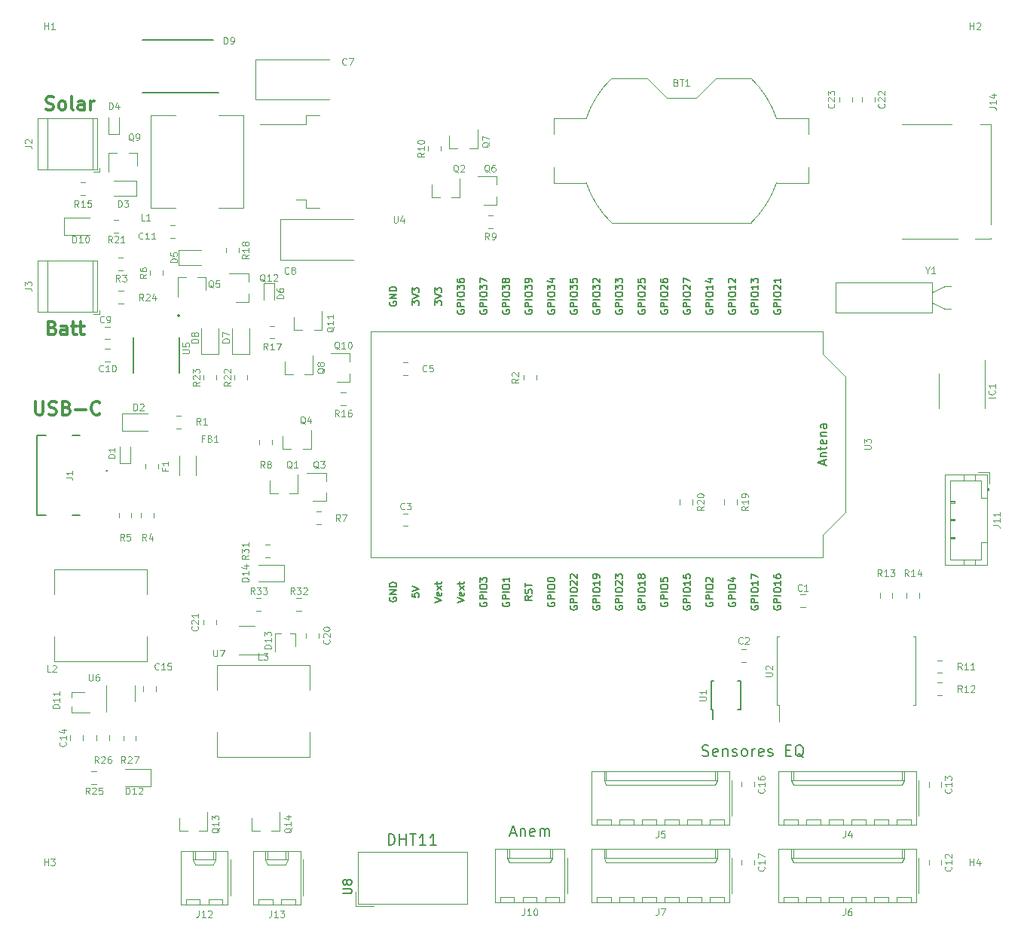
<source format=gbr>
G04 #@! TF.GenerationSoftware,KiCad,Pcbnew,7.0.2-6a45011f42~172~ubuntu22.04.1*
G04 #@! TF.CreationDate,2023-04-26T17:53:44-03:00*
G04 #@! TF.ProjectId,envcity_aqm_v2,656e7663-6974-4795-9f61-716d5f76322e,rev?*
G04 #@! TF.SameCoordinates,Original*
G04 #@! TF.FileFunction,Legend,Top*
G04 #@! TF.FilePolarity,Positive*
%FSLAX46Y46*%
G04 Gerber Fmt 4.6, Leading zero omitted, Abs format (unit mm)*
G04 Created by KiCad (PCBNEW 7.0.2-6a45011f42~172~ubuntu22.04.1) date 2023-04-26 17:53:44*
%MOMM*%
%LPD*%
G01*
G04 APERTURE LIST*
%ADD10C,0.187500*%
%ADD11C,0.300000*%
%ADD12C,0.150000*%
%ADD13C,0.100000*%
%ADD14C,0.120000*%
%ADD15C,0.200000*%
%ADD16C,0.127000*%
G04 APERTURE END LIST*
D10*
X187845238Y-141518750D02*
X188023809Y-141578273D01*
X188023809Y-141578273D02*
X188321428Y-141578273D01*
X188321428Y-141578273D02*
X188440476Y-141518750D01*
X188440476Y-141518750D02*
X188500000Y-141459226D01*
X188500000Y-141459226D02*
X188559523Y-141340178D01*
X188559523Y-141340178D02*
X188559523Y-141221130D01*
X188559523Y-141221130D02*
X188500000Y-141102083D01*
X188500000Y-141102083D02*
X188440476Y-141042559D01*
X188440476Y-141042559D02*
X188321428Y-140983035D01*
X188321428Y-140983035D02*
X188083333Y-140923511D01*
X188083333Y-140923511D02*
X187964285Y-140863988D01*
X187964285Y-140863988D02*
X187904762Y-140804464D01*
X187904762Y-140804464D02*
X187845238Y-140685416D01*
X187845238Y-140685416D02*
X187845238Y-140566369D01*
X187845238Y-140566369D02*
X187904762Y-140447321D01*
X187904762Y-140447321D02*
X187964285Y-140387797D01*
X187964285Y-140387797D02*
X188083333Y-140328273D01*
X188083333Y-140328273D02*
X188380952Y-140328273D01*
X188380952Y-140328273D02*
X188559523Y-140387797D01*
X189571428Y-141518750D02*
X189452380Y-141578273D01*
X189452380Y-141578273D02*
X189214285Y-141578273D01*
X189214285Y-141578273D02*
X189095238Y-141518750D01*
X189095238Y-141518750D02*
X189035714Y-141399702D01*
X189035714Y-141399702D02*
X189035714Y-140923511D01*
X189035714Y-140923511D02*
X189095238Y-140804464D01*
X189095238Y-140804464D02*
X189214285Y-140744940D01*
X189214285Y-140744940D02*
X189452380Y-140744940D01*
X189452380Y-140744940D02*
X189571428Y-140804464D01*
X189571428Y-140804464D02*
X189630952Y-140923511D01*
X189630952Y-140923511D02*
X189630952Y-141042559D01*
X189630952Y-141042559D02*
X189035714Y-141161607D01*
X190166667Y-140744940D02*
X190166667Y-141578273D01*
X190166667Y-140863988D02*
X190226190Y-140804464D01*
X190226190Y-140804464D02*
X190345238Y-140744940D01*
X190345238Y-140744940D02*
X190523809Y-140744940D01*
X190523809Y-140744940D02*
X190642857Y-140804464D01*
X190642857Y-140804464D02*
X190702381Y-140923511D01*
X190702381Y-140923511D02*
X190702381Y-141578273D01*
X191238095Y-141518750D02*
X191357142Y-141578273D01*
X191357142Y-141578273D02*
X191595238Y-141578273D01*
X191595238Y-141578273D02*
X191714285Y-141518750D01*
X191714285Y-141518750D02*
X191773809Y-141399702D01*
X191773809Y-141399702D02*
X191773809Y-141340178D01*
X191773809Y-141340178D02*
X191714285Y-141221130D01*
X191714285Y-141221130D02*
X191595238Y-141161607D01*
X191595238Y-141161607D02*
X191416666Y-141161607D01*
X191416666Y-141161607D02*
X191297619Y-141102083D01*
X191297619Y-141102083D02*
X191238095Y-140983035D01*
X191238095Y-140983035D02*
X191238095Y-140923511D01*
X191238095Y-140923511D02*
X191297619Y-140804464D01*
X191297619Y-140804464D02*
X191416666Y-140744940D01*
X191416666Y-140744940D02*
X191595238Y-140744940D01*
X191595238Y-140744940D02*
X191714285Y-140804464D01*
X192488095Y-141578273D02*
X192369047Y-141518750D01*
X192369047Y-141518750D02*
X192309524Y-141459226D01*
X192309524Y-141459226D02*
X192250000Y-141340178D01*
X192250000Y-141340178D02*
X192250000Y-140983035D01*
X192250000Y-140983035D02*
X192309524Y-140863988D01*
X192309524Y-140863988D02*
X192369047Y-140804464D01*
X192369047Y-140804464D02*
X192488095Y-140744940D01*
X192488095Y-140744940D02*
X192666666Y-140744940D01*
X192666666Y-140744940D02*
X192785714Y-140804464D01*
X192785714Y-140804464D02*
X192845238Y-140863988D01*
X192845238Y-140863988D02*
X192904762Y-140983035D01*
X192904762Y-140983035D02*
X192904762Y-141340178D01*
X192904762Y-141340178D02*
X192845238Y-141459226D01*
X192845238Y-141459226D02*
X192785714Y-141518750D01*
X192785714Y-141518750D02*
X192666666Y-141578273D01*
X192666666Y-141578273D02*
X192488095Y-141578273D01*
X193440476Y-141578273D02*
X193440476Y-140744940D01*
X193440476Y-140983035D02*
X193499999Y-140863988D01*
X193499999Y-140863988D02*
X193559523Y-140804464D01*
X193559523Y-140804464D02*
X193678571Y-140744940D01*
X193678571Y-140744940D02*
X193797618Y-140744940D01*
X194690476Y-141518750D02*
X194571428Y-141578273D01*
X194571428Y-141578273D02*
X194333333Y-141578273D01*
X194333333Y-141578273D02*
X194214286Y-141518750D01*
X194214286Y-141518750D02*
X194154762Y-141399702D01*
X194154762Y-141399702D02*
X194154762Y-140923511D01*
X194154762Y-140923511D02*
X194214286Y-140804464D01*
X194214286Y-140804464D02*
X194333333Y-140744940D01*
X194333333Y-140744940D02*
X194571428Y-140744940D01*
X194571428Y-140744940D02*
X194690476Y-140804464D01*
X194690476Y-140804464D02*
X194750000Y-140923511D01*
X194750000Y-140923511D02*
X194750000Y-141042559D01*
X194750000Y-141042559D02*
X194154762Y-141161607D01*
X195226191Y-141518750D02*
X195345238Y-141578273D01*
X195345238Y-141578273D02*
X195583334Y-141578273D01*
X195583334Y-141578273D02*
X195702381Y-141518750D01*
X195702381Y-141518750D02*
X195761905Y-141399702D01*
X195761905Y-141399702D02*
X195761905Y-141340178D01*
X195761905Y-141340178D02*
X195702381Y-141221130D01*
X195702381Y-141221130D02*
X195583334Y-141161607D01*
X195583334Y-141161607D02*
X195404762Y-141161607D01*
X195404762Y-141161607D02*
X195285715Y-141102083D01*
X195285715Y-141102083D02*
X195226191Y-140983035D01*
X195226191Y-140983035D02*
X195226191Y-140923511D01*
X195226191Y-140923511D02*
X195285715Y-140804464D01*
X195285715Y-140804464D02*
X195404762Y-140744940D01*
X195404762Y-140744940D02*
X195583334Y-140744940D01*
X195583334Y-140744940D02*
X195702381Y-140804464D01*
X197250001Y-140923511D02*
X197666667Y-140923511D01*
X197845239Y-141578273D02*
X197250001Y-141578273D01*
X197250001Y-141578273D02*
X197250001Y-140328273D01*
X197250001Y-140328273D02*
X197845239Y-140328273D01*
X199214286Y-141697321D02*
X199095238Y-141637797D01*
X199095238Y-141637797D02*
X198976191Y-141518750D01*
X198976191Y-141518750D02*
X198797619Y-141340178D01*
X198797619Y-141340178D02*
X198678572Y-141280654D01*
X198678572Y-141280654D02*
X198559524Y-141280654D01*
X198619048Y-141578273D02*
X198500000Y-141518750D01*
X198500000Y-141518750D02*
X198380953Y-141399702D01*
X198380953Y-141399702D02*
X198321429Y-141161607D01*
X198321429Y-141161607D02*
X198321429Y-140744940D01*
X198321429Y-140744940D02*
X198380953Y-140506845D01*
X198380953Y-140506845D02*
X198500000Y-140387797D01*
X198500000Y-140387797D02*
X198619048Y-140328273D01*
X198619048Y-140328273D02*
X198857143Y-140328273D01*
X198857143Y-140328273D02*
X198976191Y-140387797D01*
X198976191Y-140387797D02*
X199095238Y-140506845D01*
X199095238Y-140506845D02*
X199154762Y-140744940D01*
X199154762Y-140744940D02*
X199154762Y-141161607D01*
X199154762Y-141161607D02*
X199095238Y-141399702D01*
X199095238Y-141399702D02*
X198976191Y-141518750D01*
X198976191Y-141518750D02*
X198857143Y-141578273D01*
X198857143Y-141578273D02*
X198619048Y-141578273D01*
X166267857Y-150221130D02*
X166863095Y-150221130D01*
X166148809Y-150578273D02*
X166565476Y-149328273D01*
X166565476Y-149328273D02*
X166982142Y-150578273D01*
X167398810Y-149744940D02*
X167398810Y-150578273D01*
X167398810Y-149863988D02*
X167458333Y-149804464D01*
X167458333Y-149804464D02*
X167577381Y-149744940D01*
X167577381Y-149744940D02*
X167755952Y-149744940D01*
X167755952Y-149744940D02*
X167875000Y-149804464D01*
X167875000Y-149804464D02*
X167934524Y-149923511D01*
X167934524Y-149923511D02*
X167934524Y-150578273D01*
X169005952Y-150518750D02*
X168886904Y-150578273D01*
X168886904Y-150578273D02*
X168648809Y-150578273D01*
X168648809Y-150578273D02*
X168529762Y-150518750D01*
X168529762Y-150518750D02*
X168470238Y-150399702D01*
X168470238Y-150399702D02*
X168470238Y-149923511D01*
X168470238Y-149923511D02*
X168529762Y-149804464D01*
X168529762Y-149804464D02*
X168648809Y-149744940D01*
X168648809Y-149744940D02*
X168886904Y-149744940D01*
X168886904Y-149744940D02*
X169005952Y-149804464D01*
X169005952Y-149804464D02*
X169065476Y-149923511D01*
X169065476Y-149923511D02*
X169065476Y-150042559D01*
X169065476Y-150042559D02*
X168470238Y-150161607D01*
X169601191Y-150578273D02*
X169601191Y-149744940D01*
X169601191Y-149863988D02*
X169660714Y-149804464D01*
X169660714Y-149804464D02*
X169779762Y-149744940D01*
X169779762Y-149744940D02*
X169958333Y-149744940D01*
X169958333Y-149744940D02*
X170077381Y-149804464D01*
X170077381Y-149804464D02*
X170136905Y-149923511D01*
X170136905Y-149923511D02*
X170136905Y-150578273D01*
X170136905Y-149923511D02*
X170196429Y-149804464D01*
X170196429Y-149804464D02*
X170315476Y-149744940D01*
X170315476Y-149744940D02*
X170494048Y-149744940D01*
X170494048Y-149744940D02*
X170613095Y-149804464D01*
X170613095Y-149804464D02*
X170672619Y-149923511D01*
X170672619Y-149923511D02*
X170672619Y-150578273D01*
X152601191Y-151578273D02*
X152601191Y-150328273D01*
X152601191Y-150328273D02*
X152898810Y-150328273D01*
X152898810Y-150328273D02*
X153077381Y-150387797D01*
X153077381Y-150387797D02*
X153196429Y-150506845D01*
X153196429Y-150506845D02*
X153255952Y-150625892D01*
X153255952Y-150625892D02*
X153315476Y-150863988D01*
X153315476Y-150863988D02*
X153315476Y-151042559D01*
X153315476Y-151042559D02*
X153255952Y-151280654D01*
X153255952Y-151280654D02*
X153196429Y-151399702D01*
X153196429Y-151399702D02*
X153077381Y-151518750D01*
X153077381Y-151518750D02*
X152898810Y-151578273D01*
X152898810Y-151578273D02*
X152601191Y-151578273D01*
X153851191Y-151578273D02*
X153851191Y-150328273D01*
X153851191Y-150923511D02*
X154565476Y-150923511D01*
X154565476Y-151578273D02*
X154565476Y-150328273D01*
X154982143Y-150328273D02*
X155696429Y-150328273D01*
X155339286Y-151578273D02*
X155339286Y-150328273D01*
X156767857Y-151578273D02*
X156053572Y-151578273D01*
X156410715Y-151578273D02*
X156410715Y-150328273D01*
X156410715Y-150328273D02*
X156291667Y-150506845D01*
X156291667Y-150506845D02*
X156172619Y-150625892D01*
X156172619Y-150625892D02*
X156053572Y-150685416D01*
X157958333Y-151578273D02*
X157244048Y-151578273D01*
X157601191Y-151578273D02*
X157601191Y-150328273D01*
X157601191Y-150328273D02*
X157482143Y-150506845D01*
X157482143Y-150506845D02*
X157363095Y-150625892D01*
X157363095Y-150625892D02*
X157244048Y-150685416D01*
D11*
X114821428Y-93408214D02*
X115035714Y-93479642D01*
X115035714Y-93479642D02*
X115107143Y-93551071D01*
X115107143Y-93551071D02*
X115178571Y-93693928D01*
X115178571Y-93693928D02*
X115178571Y-93908214D01*
X115178571Y-93908214D02*
X115107143Y-94051071D01*
X115107143Y-94051071D02*
X115035714Y-94122500D01*
X115035714Y-94122500D02*
X114892857Y-94193928D01*
X114892857Y-94193928D02*
X114321428Y-94193928D01*
X114321428Y-94193928D02*
X114321428Y-92693928D01*
X114321428Y-92693928D02*
X114821428Y-92693928D01*
X114821428Y-92693928D02*
X114964286Y-92765357D01*
X114964286Y-92765357D02*
X115035714Y-92836785D01*
X115035714Y-92836785D02*
X115107143Y-92979642D01*
X115107143Y-92979642D02*
X115107143Y-93122500D01*
X115107143Y-93122500D02*
X115035714Y-93265357D01*
X115035714Y-93265357D02*
X114964286Y-93336785D01*
X114964286Y-93336785D02*
X114821428Y-93408214D01*
X114821428Y-93408214D02*
X114321428Y-93408214D01*
X116464286Y-94193928D02*
X116464286Y-93408214D01*
X116464286Y-93408214D02*
X116392857Y-93265357D01*
X116392857Y-93265357D02*
X116250000Y-93193928D01*
X116250000Y-93193928D02*
X115964286Y-93193928D01*
X115964286Y-93193928D02*
X115821428Y-93265357D01*
X116464286Y-94122500D02*
X116321428Y-94193928D01*
X116321428Y-94193928D02*
X115964286Y-94193928D01*
X115964286Y-94193928D02*
X115821428Y-94122500D01*
X115821428Y-94122500D02*
X115750000Y-93979642D01*
X115750000Y-93979642D02*
X115750000Y-93836785D01*
X115750000Y-93836785D02*
X115821428Y-93693928D01*
X115821428Y-93693928D02*
X115964286Y-93622500D01*
X115964286Y-93622500D02*
X116321428Y-93622500D01*
X116321428Y-93622500D02*
X116464286Y-93551071D01*
X116964286Y-93193928D02*
X117535714Y-93193928D01*
X117178571Y-92693928D02*
X117178571Y-93979642D01*
X117178571Y-93979642D02*
X117250000Y-94122500D01*
X117250000Y-94122500D02*
X117392857Y-94193928D01*
X117392857Y-94193928D02*
X117535714Y-94193928D01*
X117821429Y-93193928D02*
X118392857Y-93193928D01*
X118035714Y-92693928D02*
X118035714Y-93979642D01*
X118035714Y-93979642D02*
X118107143Y-94122500D01*
X118107143Y-94122500D02*
X118250000Y-94193928D01*
X118250000Y-94193928D02*
X118392857Y-94193928D01*
X114107143Y-68872500D02*
X114321429Y-68943928D01*
X114321429Y-68943928D02*
X114678571Y-68943928D01*
X114678571Y-68943928D02*
X114821429Y-68872500D01*
X114821429Y-68872500D02*
X114892857Y-68801071D01*
X114892857Y-68801071D02*
X114964286Y-68658214D01*
X114964286Y-68658214D02*
X114964286Y-68515357D01*
X114964286Y-68515357D02*
X114892857Y-68372500D01*
X114892857Y-68372500D02*
X114821429Y-68301071D01*
X114821429Y-68301071D02*
X114678571Y-68229642D01*
X114678571Y-68229642D02*
X114392857Y-68158214D01*
X114392857Y-68158214D02*
X114250000Y-68086785D01*
X114250000Y-68086785D02*
X114178571Y-68015357D01*
X114178571Y-68015357D02*
X114107143Y-67872500D01*
X114107143Y-67872500D02*
X114107143Y-67729642D01*
X114107143Y-67729642D02*
X114178571Y-67586785D01*
X114178571Y-67586785D02*
X114250000Y-67515357D01*
X114250000Y-67515357D02*
X114392857Y-67443928D01*
X114392857Y-67443928D02*
X114750000Y-67443928D01*
X114750000Y-67443928D02*
X114964286Y-67515357D01*
X115821428Y-68943928D02*
X115678571Y-68872500D01*
X115678571Y-68872500D02*
X115607142Y-68801071D01*
X115607142Y-68801071D02*
X115535714Y-68658214D01*
X115535714Y-68658214D02*
X115535714Y-68229642D01*
X115535714Y-68229642D02*
X115607142Y-68086785D01*
X115607142Y-68086785D02*
X115678571Y-68015357D01*
X115678571Y-68015357D02*
X115821428Y-67943928D01*
X115821428Y-67943928D02*
X116035714Y-67943928D01*
X116035714Y-67943928D02*
X116178571Y-68015357D01*
X116178571Y-68015357D02*
X116250000Y-68086785D01*
X116250000Y-68086785D02*
X116321428Y-68229642D01*
X116321428Y-68229642D02*
X116321428Y-68658214D01*
X116321428Y-68658214D02*
X116250000Y-68801071D01*
X116250000Y-68801071D02*
X116178571Y-68872500D01*
X116178571Y-68872500D02*
X116035714Y-68943928D01*
X116035714Y-68943928D02*
X115821428Y-68943928D01*
X117178571Y-68943928D02*
X117035714Y-68872500D01*
X117035714Y-68872500D02*
X116964285Y-68729642D01*
X116964285Y-68729642D02*
X116964285Y-67443928D01*
X118392857Y-68943928D02*
X118392857Y-68158214D01*
X118392857Y-68158214D02*
X118321428Y-68015357D01*
X118321428Y-68015357D02*
X118178571Y-67943928D01*
X118178571Y-67943928D02*
X117892857Y-67943928D01*
X117892857Y-67943928D02*
X117749999Y-68015357D01*
X118392857Y-68872500D02*
X118249999Y-68943928D01*
X118249999Y-68943928D02*
X117892857Y-68943928D01*
X117892857Y-68943928D02*
X117749999Y-68872500D01*
X117749999Y-68872500D02*
X117678571Y-68729642D01*
X117678571Y-68729642D02*
X117678571Y-68586785D01*
X117678571Y-68586785D02*
X117749999Y-68443928D01*
X117749999Y-68443928D02*
X117892857Y-68372500D01*
X117892857Y-68372500D02*
X118249999Y-68372500D01*
X118249999Y-68372500D02*
X118392857Y-68301071D01*
X119107142Y-68943928D02*
X119107142Y-67943928D01*
X119107142Y-68229642D02*
X119178571Y-68086785D01*
X119178571Y-68086785D02*
X119250000Y-68015357D01*
X119250000Y-68015357D02*
X119392857Y-67943928D01*
X119392857Y-67943928D02*
X119535714Y-67943928D01*
X112928571Y-101693928D02*
X112928571Y-102908214D01*
X112928571Y-102908214D02*
X113000000Y-103051071D01*
X113000000Y-103051071D02*
X113071429Y-103122500D01*
X113071429Y-103122500D02*
X113214286Y-103193928D01*
X113214286Y-103193928D02*
X113500000Y-103193928D01*
X113500000Y-103193928D02*
X113642857Y-103122500D01*
X113642857Y-103122500D02*
X113714286Y-103051071D01*
X113714286Y-103051071D02*
X113785714Y-102908214D01*
X113785714Y-102908214D02*
X113785714Y-101693928D01*
X114428572Y-103122500D02*
X114642858Y-103193928D01*
X114642858Y-103193928D02*
X115000000Y-103193928D01*
X115000000Y-103193928D02*
X115142858Y-103122500D01*
X115142858Y-103122500D02*
X115214286Y-103051071D01*
X115214286Y-103051071D02*
X115285715Y-102908214D01*
X115285715Y-102908214D02*
X115285715Y-102765357D01*
X115285715Y-102765357D02*
X115214286Y-102622500D01*
X115214286Y-102622500D02*
X115142858Y-102551071D01*
X115142858Y-102551071D02*
X115000000Y-102479642D01*
X115000000Y-102479642D02*
X114714286Y-102408214D01*
X114714286Y-102408214D02*
X114571429Y-102336785D01*
X114571429Y-102336785D02*
X114500000Y-102265357D01*
X114500000Y-102265357D02*
X114428572Y-102122500D01*
X114428572Y-102122500D02*
X114428572Y-101979642D01*
X114428572Y-101979642D02*
X114500000Y-101836785D01*
X114500000Y-101836785D02*
X114571429Y-101765357D01*
X114571429Y-101765357D02*
X114714286Y-101693928D01*
X114714286Y-101693928D02*
X115071429Y-101693928D01*
X115071429Y-101693928D02*
X115285715Y-101765357D01*
X116428571Y-102408214D02*
X116642857Y-102479642D01*
X116642857Y-102479642D02*
X116714286Y-102551071D01*
X116714286Y-102551071D02*
X116785714Y-102693928D01*
X116785714Y-102693928D02*
X116785714Y-102908214D01*
X116785714Y-102908214D02*
X116714286Y-103051071D01*
X116714286Y-103051071D02*
X116642857Y-103122500D01*
X116642857Y-103122500D02*
X116500000Y-103193928D01*
X116500000Y-103193928D02*
X115928571Y-103193928D01*
X115928571Y-103193928D02*
X115928571Y-101693928D01*
X115928571Y-101693928D02*
X116428571Y-101693928D01*
X116428571Y-101693928D02*
X116571429Y-101765357D01*
X116571429Y-101765357D02*
X116642857Y-101836785D01*
X116642857Y-101836785D02*
X116714286Y-101979642D01*
X116714286Y-101979642D02*
X116714286Y-102122500D01*
X116714286Y-102122500D02*
X116642857Y-102265357D01*
X116642857Y-102265357D02*
X116571429Y-102336785D01*
X116571429Y-102336785D02*
X116428571Y-102408214D01*
X116428571Y-102408214D02*
X115928571Y-102408214D01*
X117428571Y-102622500D02*
X118571429Y-102622500D01*
X120142857Y-103051071D02*
X120071429Y-103122500D01*
X120071429Y-103122500D02*
X119857143Y-103193928D01*
X119857143Y-103193928D02*
X119714286Y-103193928D01*
X119714286Y-103193928D02*
X119500000Y-103122500D01*
X119500000Y-103122500D02*
X119357143Y-102979642D01*
X119357143Y-102979642D02*
X119285714Y-102836785D01*
X119285714Y-102836785D02*
X119214286Y-102551071D01*
X119214286Y-102551071D02*
X119214286Y-102336785D01*
X119214286Y-102336785D02*
X119285714Y-102051071D01*
X119285714Y-102051071D02*
X119357143Y-101908214D01*
X119357143Y-101908214D02*
X119500000Y-101765357D01*
X119500000Y-101765357D02*
X119714286Y-101693928D01*
X119714286Y-101693928D02*
X119857143Y-101693928D01*
X119857143Y-101693928D02*
X120071429Y-101765357D01*
X120071429Y-101765357D02*
X120142857Y-101836785D01*
D12*
X147462619Y-157011904D02*
X148272142Y-157011904D01*
X148272142Y-157011904D02*
X148367380Y-156964285D01*
X148367380Y-156964285D02*
X148415000Y-156916666D01*
X148415000Y-156916666D02*
X148462619Y-156821428D01*
X148462619Y-156821428D02*
X148462619Y-156630952D01*
X148462619Y-156630952D02*
X148415000Y-156535714D01*
X148415000Y-156535714D02*
X148367380Y-156488095D01*
X148367380Y-156488095D02*
X148272142Y-156440476D01*
X148272142Y-156440476D02*
X147462619Y-156440476D01*
X147891190Y-155821428D02*
X147843571Y-155916666D01*
X147843571Y-155916666D02*
X147795952Y-155964285D01*
X147795952Y-155964285D02*
X147700714Y-156011904D01*
X147700714Y-156011904D02*
X147653095Y-156011904D01*
X147653095Y-156011904D02*
X147557857Y-155964285D01*
X147557857Y-155964285D02*
X147510238Y-155916666D01*
X147510238Y-155916666D02*
X147462619Y-155821428D01*
X147462619Y-155821428D02*
X147462619Y-155630952D01*
X147462619Y-155630952D02*
X147510238Y-155535714D01*
X147510238Y-155535714D02*
X147557857Y-155488095D01*
X147557857Y-155488095D02*
X147653095Y-155440476D01*
X147653095Y-155440476D02*
X147700714Y-155440476D01*
X147700714Y-155440476D02*
X147795952Y-155488095D01*
X147795952Y-155488095D02*
X147843571Y-155535714D01*
X147843571Y-155535714D02*
X147891190Y-155630952D01*
X147891190Y-155630952D02*
X147891190Y-155821428D01*
X147891190Y-155821428D02*
X147938809Y-155916666D01*
X147938809Y-155916666D02*
X147986428Y-155964285D01*
X147986428Y-155964285D02*
X148081666Y-156011904D01*
X148081666Y-156011904D02*
X148272142Y-156011904D01*
X148272142Y-156011904D02*
X148367380Y-155964285D01*
X148367380Y-155964285D02*
X148415000Y-155916666D01*
X148415000Y-155916666D02*
X148462619Y-155821428D01*
X148462619Y-155821428D02*
X148462619Y-155630952D01*
X148462619Y-155630952D02*
X148415000Y-155535714D01*
X148415000Y-155535714D02*
X148367380Y-155488095D01*
X148367380Y-155488095D02*
X148272142Y-155440476D01*
X148272142Y-155440476D02*
X148081666Y-155440476D01*
X148081666Y-155440476D02*
X147986428Y-155488095D01*
X147986428Y-155488095D02*
X147938809Y-155535714D01*
X147938809Y-155535714D02*
X147891190Y-155630952D01*
D13*
X129458964Y-96276428D02*
X130066107Y-96276428D01*
X130066107Y-96276428D02*
X130137535Y-96240714D01*
X130137535Y-96240714D02*
X130173250Y-96205000D01*
X130173250Y-96205000D02*
X130208964Y-96133571D01*
X130208964Y-96133571D02*
X130208964Y-95990714D01*
X130208964Y-95990714D02*
X130173250Y-95919285D01*
X130173250Y-95919285D02*
X130137535Y-95883571D01*
X130137535Y-95883571D02*
X130066107Y-95847857D01*
X130066107Y-95847857D02*
X129458964Y-95847857D01*
X129458964Y-95133571D02*
X129458964Y-95490714D01*
X129458964Y-95490714D02*
X129816107Y-95526428D01*
X129816107Y-95526428D02*
X129780392Y-95490714D01*
X129780392Y-95490714D02*
X129744678Y-95419286D01*
X129744678Y-95419286D02*
X129744678Y-95240714D01*
X129744678Y-95240714D02*
X129780392Y-95169286D01*
X129780392Y-95169286D02*
X129816107Y-95133571D01*
X129816107Y-95133571D02*
X129887535Y-95097857D01*
X129887535Y-95097857D02*
X130066107Y-95097857D01*
X130066107Y-95097857D02*
X130137535Y-95133571D01*
X130137535Y-95133571D02*
X130173250Y-95169286D01*
X130173250Y-95169286D02*
X130208964Y-95240714D01*
X130208964Y-95240714D02*
X130208964Y-95419286D01*
X130208964Y-95419286D02*
X130173250Y-95490714D01*
X130173250Y-95490714D02*
X130137535Y-95526428D01*
X192374999Y-128875535D02*
X192339285Y-128911250D01*
X192339285Y-128911250D02*
X192232142Y-128946964D01*
X192232142Y-128946964D02*
X192160714Y-128946964D01*
X192160714Y-128946964D02*
X192053571Y-128911250D01*
X192053571Y-128911250D02*
X191982142Y-128839821D01*
X191982142Y-128839821D02*
X191946428Y-128768392D01*
X191946428Y-128768392D02*
X191910714Y-128625535D01*
X191910714Y-128625535D02*
X191910714Y-128518392D01*
X191910714Y-128518392D02*
X191946428Y-128375535D01*
X191946428Y-128375535D02*
X191982142Y-128304107D01*
X191982142Y-128304107D02*
X192053571Y-128232678D01*
X192053571Y-128232678D02*
X192160714Y-128196964D01*
X192160714Y-128196964D02*
X192232142Y-128196964D01*
X192232142Y-128196964D02*
X192339285Y-128232678D01*
X192339285Y-128232678D02*
X192374999Y-128268392D01*
X192660714Y-128268392D02*
X192696428Y-128232678D01*
X192696428Y-128232678D02*
X192767857Y-128196964D01*
X192767857Y-128196964D02*
X192946428Y-128196964D01*
X192946428Y-128196964D02*
X193017857Y-128232678D01*
X193017857Y-128232678D02*
X193053571Y-128268392D01*
X193053571Y-128268392D02*
X193089285Y-128339821D01*
X193089285Y-128339821D02*
X193089285Y-128411250D01*
X193089285Y-128411250D02*
X193053571Y-128518392D01*
X193053571Y-128518392D02*
X192624999Y-128946964D01*
X192624999Y-128946964D02*
X193089285Y-128946964D01*
X184910714Y-65834107D02*
X185017857Y-65869821D01*
X185017857Y-65869821D02*
X185053571Y-65905535D01*
X185053571Y-65905535D02*
X185089285Y-65976964D01*
X185089285Y-65976964D02*
X185089285Y-66084107D01*
X185089285Y-66084107D02*
X185053571Y-66155535D01*
X185053571Y-66155535D02*
X185017857Y-66191250D01*
X185017857Y-66191250D02*
X184946428Y-66226964D01*
X184946428Y-66226964D02*
X184660714Y-66226964D01*
X184660714Y-66226964D02*
X184660714Y-65476964D01*
X184660714Y-65476964D02*
X184910714Y-65476964D01*
X184910714Y-65476964D02*
X184982143Y-65512678D01*
X184982143Y-65512678D02*
X185017857Y-65548392D01*
X185017857Y-65548392D02*
X185053571Y-65619821D01*
X185053571Y-65619821D02*
X185053571Y-65691250D01*
X185053571Y-65691250D02*
X185017857Y-65762678D01*
X185017857Y-65762678D02*
X184982143Y-65798392D01*
X184982143Y-65798392D02*
X184910714Y-65834107D01*
X184910714Y-65834107D02*
X184660714Y-65834107D01*
X185303571Y-65476964D02*
X185732143Y-65476964D01*
X185517857Y-66226964D02*
X185517857Y-65476964D01*
X186375000Y-66226964D02*
X185946429Y-66226964D01*
X186160714Y-66226964D02*
X186160714Y-65476964D01*
X186160714Y-65476964D02*
X186089286Y-65584107D01*
X186089286Y-65584107D02*
X186017857Y-65655535D01*
X186017857Y-65655535D02*
X185946429Y-65691250D01*
X199024999Y-122925535D02*
X198989285Y-122961250D01*
X198989285Y-122961250D02*
X198882142Y-122996964D01*
X198882142Y-122996964D02*
X198810714Y-122996964D01*
X198810714Y-122996964D02*
X198703571Y-122961250D01*
X198703571Y-122961250D02*
X198632142Y-122889821D01*
X198632142Y-122889821D02*
X198596428Y-122818392D01*
X198596428Y-122818392D02*
X198560714Y-122675535D01*
X198560714Y-122675535D02*
X198560714Y-122568392D01*
X198560714Y-122568392D02*
X198596428Y-122425535D01*
X198596428Y-122425535D02*
X198632142Y-122354107D01*
X198632142Y-122354107D02*
X198703571Y-122282678D01*
X198703571Y-122282678D02*
X198810714Y-122246964D01*
X198810714Y-122246964D02*
X198882142Y-122246964D01*
X198882142Y-122246964D02*
X198989285Y-122282678D01*
X198989285Y-122282678D02*
X199024999Y-122318392D01*
X199739285Y-122996964D02*
X199310714Y-122996964D01*
X199524999Y-122996964D02*
X199524999Y-122246964D01*
X199524999Y-122246964D02*
X199453571Y-122354107D01*
X199453571Y-122354107D02*
X199382142Y-122425535D01*
X199382142Y-122425535D02*
X199310714Y-122461250D01*
X154374999Y-113775535D02*
X154339285Y-113811250D01*
X154339285Y-113811250D02*
X154232142Y-113846964D01*
X154232142Y-113846964D02*
X154160714Y-113846964D01*
X154160714Y-113846964D02*
X154053571Y-113811250D01*
X154053571Y-113811250D02*
X153982142Y-113739821D01*
X153982142Y-113739821D02*
X153946428Y-113668392D01*
X153946428Y-113668392D02*
X153910714Y-113525535D01*
X153910714Y-113525535D02*
X153910714Y-113418392D01*
X153910714Y-113418392D02*
X153946428Y-113275535D01*
X153946428Y-113275535D02*
X153982142Y-113204107D01*
X153982142Y-113204107D02*
X154053571Y-113132678D01*
X154053571Y-113132678D02*
X154160714Y-113096964D01*
X154160714Y-113096964D02*
X154232142Y-113096964D01*
X154232142Y-113096964D02*
X154339285Y-113132678D01*
X154339285Y-113132678D02*
X154374999Y-113168392D01*
X154624999Y-113096964D02*
X155089285Y-113096964D01*
X155089285Y-113096964D02*
X154839285Y-113382678D01*
X154839285Y-113382678D02*
X154946428Y-113382678D01*
X154946428Y-113382678D02*
X155017857Y-113418392D01*
X155017857Y-113418392D02*
X155053571Y-113454107D01*
X155053571Y-113454107D02*
X155089285Y-113525535D01*
X155089285Y-113525535D02*
X155089285Y-113704107D01*
X155089285Y-113704107D02*
X155053571Y-113775535D01*
X155053571Y-113775535D02*
X155017857Y-113811250D01*
X155017857Y-113811250D02*
X154946428Y-113846964D01*
X154946428Y-113846964D02*
X154732142Y-113846964D01*
X154732142Y-113846964D02*
X154660714Y-113811250D01*
X154660714Y-113811250D02*
X154624999Y-113775535D01*
X156874999Y-98275535D02*
X156839285Y-98311250D01*
X156839285Y-98311250D02*
X156732142Y-98346964D01*
X156732142Y-98346964D02*
X156660714Y-98346964D01*
X156660714Y-98346964D02*
X156553571Y-98311250D01*
X156553571Y-98311250D02*
X156482142Y-98239821D01*
X156482142Y-98239821D02*
X156446428Y-98168392D01*
X156446428Y-98168392D02*
X156410714Y-98025535D01*
X156410714Y-98025535D02*
X156410714Y-97918392D01*
X156410714Y-97918392D02*
X156446428Y-97775535D01*
X156446428Y-97775535D02*
X156482142Y-97704107D01*
X156482142Y-97704107D02*
X156553571Y-97632678D01*
X156553571Y-97632678D02*
X156660714Y-97596964D01*
X156660714Y-97596964D02*
X156732142Y-97596964D01*
X156732142Y-97596964D02*
X156839285Y-97632678D01*
X156839285Y-97632678D02*
X156874999Y-97668392D01*
X157553571Y-97596964D02*
X157196428Y-97596964D01*
X157196428Y-97596964D02*
X157160714Y-97954107D01*
X157160714Y-97954107D02*
X157196428Y-97918392D01*
X157196428Y-97918392D02*
X157267857Y-97882678D01*
X157267857Y-97882678D02*
X157446428Y-97882678D01*
X157446428Y-97882678D02*
X157517857Y-97918392D01*
X157517857Y-97918392D02*
X157553571Y-97954107D01*
X157553571Y-97954107D02*
X157589285Y-98025535D01*
X157589285Y-98025535D02*
X157589285Y-98204107D01*
X157589285Y-98204107D02*
X157553571Y-98275535D01*
X157553571Y-98275535D02*
X157517857Y-98311250D01*
X157517857Y-98311250D02*
X157446428Y-98346964D01*
X157446428Y-98346964D02*
X157267857Y-98346964D01*
X157267857Y-98346964D02*
X157196428Y-98311250D01*
X157196428Y-98311250D02*
X157160714Y-98275535D01*
X147874999Y-63775535D02*
X147839285Y-63811250D01*
X147839285Y-63811250D02*
X147732142Y-63846964D01*
X147732142Y-63846964D02*
X147660714Y-63846964D01*
X147660714Y-63846964D02*
X147553571Y-63811250D01*
X147553571Y-63811250D02*
X147482142Y-63739821D01*
X147482142Y-63739821D02*
X147446428Y-63668392D01*
X147446428Y-63668392D02*
X147410714Y-63525535D01*
X147410714Y-63525535D02*
X147410714Y-63418392D01*
X147410714Y-63418392D02*
X147446428Y-63275535D01*
X147446428Y-63275535D02*
X147482142Y-63204107D01*
X147482142Y-63204107D02*
X147553571Y-63132678D01*
X147553571Y-63132678D02*
X147660714Y-63096964D01*
X147660714Y-63096964D02*
X147732142Y-63096964D01*
X147732142Y-63096964D02*
X147839285Y-63132678D01*
X147839285Y-63132678D02*
X147874999Y-63168392D01*
X148124999Y-63096964D02*
X148624999Y-63096964D01*
X148624999Y-63096964D02*
X148303571Y-63846964D01*
X141374999Y-87275535D02*
X141339285Y-87311250D01*
X141339285Y-87311250D02*
X141232142Y-87346964D01*
X141232142Y-87346964D02*
X141160714Y-87346964D01*
X141160714Y-87346964D02*
X141053571Y-87311250D01*
X141053571Y-87311250D02*
X140982142Y-87239821D01*
X140982142Y-87239821D02*
X140946428Y-87168392D01*
X140946428Y-87168392D02*
X140910714Y-87025535D01*
X140910714Y-87025535D02*
X140910714Y-86918392D01*
X140910714Y-86918392D02*
X140946428Y-86775535D01*
X140946428Y-86775535D02*
X140982142Y-86704107D01*
X140982142Y-86704107D02*
X141053571Y-86632678D01*
X141053571Y-86632678D02*
X141160714Y-86596964D01*
X141160714Y-86596964D02*
X141232142Y-86596964D01*
X141232142Y-86596964D02*
X141339285Y-86632678D01*
X141339285Y-86632678D02*
X141374999Y-86668392D01*
X141803571Y-86918392D02*
X141732142Y-86882678D01*
X141732142Y-86882678D02*
X141696428Y-86846964D01*
X141696428Y-86846964D02*
X141660714Y-86775535D01*
X141660714Y-86775535D02*
X141660714Y-86739821D01*
X141660714Y-86739821D02*
X141696428Y-86668392D01*
X141696428Y-86668392D02*
X141732142Y-86632678D01*
X141732142Y-86632678D02*
X141803571Y-86596964D01*
X141803571Y-86596964D02*
X141946428Y-86596964D01*
X141946428Y-86596964D02*
X142017857Y-86632678D01*
X142017857Y-86632678D02*
X142053571Y-86668392D01*
X142053571Y-86668392D02*
X142089285Y-86739821D01*
X142089285Y-86739821D02*
X142089285Y-86775535D01*
X142089285Y-86775535D02*
X142053571Y-86846964D01*
X142053571Y-86846964D02*
X142017857Y-86882678D01*
X142017857Y-86882678D02*
X141946428Y-86918392D01*
X141946428Y-86918392D02*
X141803571Y-86918392D01*
X141803571Y-86918392D02*
X141732142Y-86954107D01*
X141732142Y-86954107D02*
X141696428Y-86989821D01*
X141696428Y-86989821D02*
X141660714Y-87061250D01*
X141660714Y-87061250D02*
X141660714Y-87204107D01*
X141660714Y-87204107D02*
X141696428Y-87275535D01*
X141696428Y-87275535D02*
X141732142Y-87311250D01*
X141732142Y-87311250D02*
X141803571Y-87346964D01*
X141803571Y-87346964D02*
X141946428Y-87346964D01*
X141946428Y-87346964D02*
X142017857Y-87311250D01*
X142017857Y-87311250D02*
X142053571Y-87275535D01*
X142053571Y-87275535D02*
X142089285Y-87204107D01*
X142089285Y-87204107D02*
X142089285Y-87061250D01*
X142089285Y-87061250D02*
X142053571Y-86989821D01*
X142053571Y-86989821D02*
X142017857Y-86954107D01*
X142017857Y-86954107D02*
X141946428Y-86918392D01*
X120624999Y-92775535D02*
X120589285Y-92811250D01*
X120589285Y-92811250D02*
X120482142Y-92846964D01*
X120482142Y-92846964D02*
X120410714Y-92846964D01*
X120410714Y-92846964D02*
X120303571Y-92811250D01*
X120303571Y-92811250D02*
X120232142Y-92739821D01*
X120232142Y-92739821D02*
X120196428Y-92668392D01*
X120196428Y-92668392D02*
X120160714Y-92525535D01*
X120160714Y-92525535D02*
X120160714Y-92418392D01*
X120160714Y-92418392D02*
X120196428Y-92275535D01*
X120196428Y-92275535D02*
X120232142Y-92204107D01*
X120232142Y-92204107D02*
X120303571Y-92132678D01*
X120303571Y-92132678D02*
X120410714Y-92096964D01*
X120410714Y-92096964D02*
X120482142Y-92096964D01*
X120482142Y-92096964D02*
X120589285Y-92132678D01*
X120589285Y-92132678D02*
X120624999Y-92168392D01*
X120982142Y-92846964D02*
X121124999Y-92846964D01*
X121124999Y-92846964D02*
X121196428Y-92811250D01*
X121196428Y-92811250D02*
X121232142Y-92775535D01*
X121232142Y-92775535D02*
X121303571Y-92668392D01*
X121303571Y-92668392D02*
X121339285Y-92525535D01*
X121339285Y-92525535D02*
X121339285Y-92239821D01*
X121339285Y-92239821D02*
X121303571Y-92168392D01*
X121303571Y-92168392D02*
X121267857Y-92132678D01*
X121267857Y-92132678D02*
X121196428Y-92096964D01*
X121196428Y-92096964D02*
X121053571Y-92096964D01*
X121053571Y-92096964D02*
X120982142Y-92132678D01*
X120982142Y-92132678D02*
X120946428Y-92168392D01*
X120946428Y-92168392D02*
X120910714Y-92239821D01*
X120910714Y-92239821D02*
X120910714Y-92418392D01*
X120910714Y-92418392D02*
X120946428Y-92489821D01*
X120946428Y-92489821D02*
X120982142Y-92525535D01*
X120982142Y-92525535D02*
X121053571Y-92561250D01*
X121053571Y-92561250D02*
X121196428Y-92561250D01*
X121196428Y-92561250D02*
X121267857Y-92525535D01*
X121267857Y-92525535D02*
X121303571Y-92489821D01*
X121303571Y-92489821D02*
X121339285Y-92418392D01*
X120517856Y-98275535D02*
X120482142Y-98311250D01*
X120482142Y-98311250D02*
X120374999Y-98346964D01*
X120374999Y-98346964D02*
X120303571Y-98346964D01*
X120303571Y-98346964D02*
X120196428Y-98311250D01*
X120196428Y-98311250D02*
X120124999Y-98239821D01*
X120124999Y-98239821D02*
X120089285Y-98168392D01*
X120089285Y-98168392D02*
X120053571Y-98025535D01*
X120053571Y-98025535D02*
X120053571Y-97918392D01*
X120053571Y-97918392D02*
X120089285Y-97775535D01*
X120089285Y-97775535D02*
X120124999Y-97704107D01*
X120124999Y-97704107D02*
X120196428Y-97632678D01*
X120196428Y-97632678D02*
X120303571Y-97596964D01*
X120303571Y-97596964D02*
X120374999Y-97596964D01*
X120374999Y-97596964D02*
X120482142Y-97632678D01*
X120482142Y-97632678D02*
X120517856Y-97668392D01*
X121232142Y-98346964D02*
X120803571Y-98346964D01*
X121017856Y-98346964D02*
X121017856Y-97596964D01*
X121017856Y-97596964D02*
X120946428Y-97704107D01*
X120946428Y-97704107D02*
X120874999Y-97775535D01*
X120874999Y-97775535D02*
X120803571Y-97811250D01*
X121696428Y-97596964D02*
X121767857Y-97596964D01*
X121767857Y-97596964D02*
X121839285Y-97632678D01*
X121839285Y-97632678D02*
X121875000Y-97668392D01*
X121875000Y-97668392D02*
X121910714Y-97739821D01*
X121910714Y-97739821D02*
X121946428Y-97882678D01*
X121946428Y-97882678D02*
X121946428Y-98061250D01*
X121946428Y-98061250D02*
X121910714Y-98204107D01*
X121910714Y-98204107D02*
X121875000Y-98275535D01*
X121875000Y-98275535D02*
X121839285Y-98311250D01*
X121839285Y-98311250D02*
X121767857Y-98346964D01*
X121767857Y-98346964D02*
X121696428Y-98346964D01*
X121696428Y-98346964D02*
X121625000Y-98311250D01*
X121625000Y-98311250D02*
X121589285Y-98275535D01*
X121589285Y-98275535D02*
X121553571Y-98204107D01*
X121553571Y-98204107D02*
X121517857Y-98061250D01*
X121517857Y-98061250D02*
X121517857Y-97882678D01*
X121517857Y-97882678D02*
X121553571Y-97739821D01*
X121553571Y-97739821D02*
X121589285Y-97668392D01*
X121589285Y-97668392D02*
X121625000Y-97632678D01*
X121625000Y-97632678D02*
X121696428Y-97596964D01*
X124967856Y-83375535D02*
X124932142Y-83411250D01*
X124932142Y-83411250D02*
X124824999Y-83446964D01*
X124824999Y-83446964D02*
X124753571Y-83446964D01*
X124753571Y-83446964D02*
X124646428Y-83411250D01*
X124646428Y-83411250D02*
X124574999Y-83339821D01*
X124574999Y-83339821D02*
X124539285Y-83268392D01*
X124539285Y-83268392D02*
X124503571Y-83125535D01*
X124503571Y-83125535D02*
X124503571Y-83018392D01*
X124503571Y-83018392D02*
X124539285Y-82875535D01*
X124539285Y-82875535D02*
X124574999Y-82804107D01*
X124574999Y-82804107D02*
X124646428Y-82732678D01*
X124646428Y-82732678D02*
X124753571Y-82696964D01*
X124753571Y-82696964D02*
X124824999Y-82696964D01*
X124824999Y-82696964D02*
X124932142Y-82732678D01*
X124932142Y-82732678D02*
X124967856Y-82768392D01*
X125682142Y-83446964D02*
X125253571Y-83446964D01*
X125467856Y-83446964D02*
X125467856Y-82696964D01*
X125467856Y-82696964D02*
X125396428Y-82804107D01*
X125396428Y-82804107D02*
X125324999Y-82875535D01*
X125324999Y-82875535D02*
X125253571Y-82911250D01*
X126396428Y-83446964D02*
X125967857Y-83446964D01*
X126182142Y-83446964D02*
X126182142Y-82696964D01*
X126182142Y-82696964D02*
X126110714Y-82804107D01*
X126110714Y-82804107D02*
X126039285Y-82875535D01*
X126039285Y-82875535D02*
X125967857Y-82911250D01*
X215775535Y-153982143D02*
X215811250Y-154017857D01*
X215811250Y-154017857D02*
X215846964Y-154125000D01*
X215846964Y-154125000D02*
X215846964Y-154196428D01*
X215846964Y-154196428D02*
X215811250Y-154303571D01*
X215811250Y-154303571D02*
X215739821Y-154375000D01*
X215739821Y-154375000D02*
X215668392Y-154410714D01*
X215668392Y-154410714D02*
X215525535Y-154446428D01*
X215525535Y-154446428D02*
X215418392Y-154446428D01*
X215418392Y-154446428D02*
X215275535Y-154410714D01*
X215275535Y-154410714D02*
X215204107Y-154375000D01*
X215204107Y-154375000D02*
X215132678Y-154303571D01*
X215132678Y-154303571D02*
X215096964Y-154196428D01*
X215096964Y-154196428D02*
X215096964Y-154125000D01*
X215096964Y-154125000D02*
X215132678Y-154017857D01*
X215132678Y-154017857D02*
X215168392Y-153982143D01*
X215846964Y-153267857D02*
X215846964Y-153696428D01*
X215846964Y-153482143D02*
X215096964Y-153482143D01*
X215096964Y-153482143D02*
X215204107Y-153553571D01*
X215204107Y-153553571D02*
X215275535Y-153625000D01*
X215275535Y-153625000D02*
X215311250Y-153696428D01*
X215168392Y-152982142D02*
X215132678Y-152946428D01*
X215132678Y-152946428D02*
X215096964Y-152875000D01*
X215096964Y-152875000D02*
X215096964Y-152696428D01*
X215096964Y-152696428D02*
X215132678Y-152625000D01*
X215132678Y-152625000D02*
X215168392Y-152589285D01*
X215168392Y-152589285D02*
X215239821Y-152553571D01*
X215239821Y-152553571D02*
X215311250Y-152553571D01*
X215311250Y-152553571D02*
X215418392Y-152589285D01*
X215418392Y-152589285D02*
X215846964Y-153017857D01*
X215846964Y-153017857D02*
X215846964Y-152553571D01*
X215775535Y-145232143D02*
X215811250Y-145267857D01*
X215811250Y-145267857D02*
X215846964Y-145375000D01*
X215846964Y-145375000D02*
X215846964Y-145446428D01*
X215846964Y-145446428D02*
X215811250Y-145553571D01*
X215811250Y-145553571D02*
X215739821Y-145625000D01*
X215739821Y-145625000D02*
X215668392Y-145660714D01*
X215668392Y-145660714D02*
X215525535Y-145696428D01*
X215525535Y-145696428D02*
X215418392Y-145696428D01*
X215418392Y-145696428D02*
X215275535Y-145660714D01*
X215275535Y-145660714D02*
X215204107Y-145625000D01*
X215204107Y-145625000D02*
X215132678Y-145553571D01*
X215132678Y-145553571D02*
X215096964Y-145446428D01*
X215096964Y-145446428D02*
X215096964Y-145375000D01*
X215096964Y-145375000D02*
X215132678Y-145267857D01*
X215132678Y-145267857D02*
X215168392Y-145232143D01*
X215846964Y-144517857D02*
X215846964Y-144946428D01*
X215846964Y-144732143D02*
X215096964Y-144732143D01*
X215096964Y-144732143D02*
X215204107Y-144803571D01*
X215204107Y-144803571D02*
X215275535Y-144875000D01*
X215275535Y-144875000D02*
X215311250Y-144946428D01*
X215096964Y-144267857D02*
X215096964Y-143803571D01*
X215096964Y-143803571D02*
X215382678Y-144053571D01*
X215382678Y-144053571D02*
X215382678Y-143946428D01*
X215382678Y-143946428D02*
X215418392Y-143875000D01*
X215418392Y-143875000D02*
X215454107Y-143839285D01*
X215454107Y-143839285D02*
X215525535Y-143803571D01*
X215525535Y-143803571D02*
X215704107Y-143803571D01*
X215704107Y-143803571D02*
X215775535Y-143839285D01*
X215775535Y-143839285D02*
X215811250Y-143875000D01*
X215811250Y-143875000D02*
X215846964Y-143946428D01*
X215846964Y-143946428D02*
X215846964Y-144160714D01*
X215846964Y-144160714D02*
X215811250Y-144232142D01*
X215811250Y-144232142D02*
X215775535Y-144267857D01*
X116275535Y-139982143D02*
X116311250Y-140017857D01*
X116311250Y-140017857D02*
X116346964Y-140125000D01*
X116346964Y-140125000D02*
X116346964Y-140196428D01*
X116346964Y-140196428D02*
X116311250Y-140303571D01*
X116311250Y-140303571D02*
X116239821Y-140375000D01*
X116239821Y-140375000D02*
X116168392Y-140410714D01*
X116168392Y-140410714D02*
X116025535Y-140446428D01*
X116025535Y-140446428D02*
X115918392Y-140446428D01*
X115918392Y-140446428D02*
X115775535Y-140410714D01*
X115775535Y-140410714D02*
X115704107Y-140375000D01*
X115704107Y-140375000D02*
X115632678Y-140303571D01*
X115632678Y-140303571D02*
X115596964Y-140196428D01*
X115596964Y-140196428D02*
X115596964Y-140125000D01*
X115596964Y-140125000D02*
X115632678Y-140017857D01*
X115632678Y-140017857D02*
X115668392Y-139982143D01*
X116346964Y-139267857D02*
X116346964Y-139696428D01*
X116346964Y-139482143D02*
X115596964Y-139482143D01*
X115596964Y-139482143D02*
X115704107Y-139553571D01*
X115704107Y-139553571D02*
X115775535Y-139625000D01*
X115775535Y-139625000D02*
X115811250Y-139696428D01*
X115846964Y-138625000D02*
X116346964Y-138625000D01*
X115561250Y-138803571D02*
X116096964Y-138982142D01*
X116096964Y-138982142D02*
X116096964Y-138517857D01*
X126767856Y-131775535D02*
X126732142Y-131811250D01*
X126732142Y-131811250D02*
X126624999Y-131846964D01*
X126624999Y-131846964D02*
X126553571Y-131846964D01*
X126553571Y-131846964D02*
X126446428Y-131811250D01*
X126446428Y-131811250D02*
X126374999Y-131739821D01*
X126374999Y-131739821D02*
X126339285Y-131668392D01*
X126339285Y-131668392D02*
X126303571Y-131525535D01*
X126303571Y-131525535D02*
X126303571Y-131418392D01*
X126303571Y-131418392D02*
X126339285Y-131275535D01*
X126339285Y-131275535D02*
X126374999Y-131204107D01*
X126374999Y-131204107D02*
X126446428Y-131132678D01*
X126446428Y-131132678D02*
X126553571Y-131096964D01*
X126553571Y-131096964D02*
X126624999Y-131096964D01*
X126624999Y-131096964D02*
X126732142Y-131132678D01*
X126732142Y-131132678D02*
X126767856Y-131168392D01*
X127482142Y-131846964D02*
X127053571Y-131846964D01*
X127267856Y-131846964D02*
X127267856Y-131096964D01*
X127267856Y-131096964D02*
X127196428Y-131204107D01*
X127196428Y-131204107D02*
X127124999Y-131275535D01*
X127124999Y-131275535D02*
X127053571Y-131311250D01*
X128160714Y-131096964D02*
X127803571Y-131096964D01*
X127803571Y-131096964D02*
X127767857Y-131454107D01*
X127767857Y-131454107D02*
X127803571Y-131418392D01*
X127803571Y-131418392D02*
X127875000Y-131382678D01*
X127875000Y-131382678D02*
X128053571Y-131382678D01*
X128053571Y-131382678D02*
X128125000Y-131418392D01*
X128125000Y-131418392D02*
X128160714Y-131454107D01*
X128160714Y-131454107D02*
X128196428Y-131525535D01*
X128196428Y-131525535D02*
X128196428Y-131704107D01*
X128196428Y-131704107D02*
X128160714Y-131775535D01*
X128160714Y-131775535D02*
X128125000Y-131811250D01*
X128125000Y-131811250D02*
X128053571Y-131846964D01*
X128053571Y-131846964D02*
X127875000Y-131846964D01*
X127875000Y-131846964D02*
X127803571Y-131811250D01*
X127803571Y-131811250D02*
X127767857Y-131775535D01*
X194775535Y-145232143D02*
X194811250Y-145267857D01*
X194811250Y-145267857D02*
X194846964Y-145375000D01*
X194846964Y-145375000D02*
X194846964Y-145446428D01*
X194846964Y-145446428D02*
X194811250Y-145553571D01*
X194811250Y-145553571D02*
X194739821Y-145625000D01*
X194739821Y-145625000D02*
X194668392Y-145660714D01*
X194668392Y-145660714D02*
X194525535Y-145696428D01*
X194525535Y-145696428D02*
X194418392Y-145696428D01*
X194418392Y-145696428D02*
X194275535Y-145660714D01*
X194275535Y-145660714D02*
X194204107Y-145625000D01*
X194204107Y-145625000D02*
X194132678Y-145553571D01*
X194132678Y-145553571D02*
X194096964Y-145446428D01*
X194096964Y-145446428D02*
X194096964Y-145375000D01*
X194096964Y-145375000D02*
X194132678Y-145267857D01*
X194132678Y-145267857D02*
X194168392Y-145232143D01*
X194846964Y-144517857D02*
X194846964Y-144946428D01*
X194846964Y-144732143D02*
X194096964Y-144732143D01*
X194096964Y-144732143D02*
X194204107Y-144803571D01*
X194204107Y-144803571D02*
X194275535Y-144875000D01*
X194275535Y-144875000D02*
X194311250Y-144946428D01*
X194096964Y-143875000D02*
X194096964Y-144017857D01*
X194096964Y-144017857D02*
X194132678Y-144089285D01*
X194132678Y-144089285D02*
X194168392Y-144125000D01*
X194168392Y-144125000D02*
X194275535Y-144196428D01*
X194275535Y-144196428D02*
X194418392Y-144232142D01*
X194418392Y-144232142D02*
X194704107Y-144232142D01*
X194704107Y-144232142D02*
X194775535Y-144196428D01*
X194775535Y-144196428D02*
X194811250Y-144160714D01*
X194811250Y-144160714D02*
X194846964Y-144089285D01*
X194846964Y-144089285D02*
X194846964Y-143946428D01*
X194846964Y-143946428D02*
X194811250Y-143875000D01*
X194811250Y-143875000D02*
X194775535Y-143839285D01*
X194775535Y-143839285D02*
X194704107Y-143803571D01*
X194704107Y-143803571D02*
X194525535Y-143803571D01*
X194525535Y-143803571D02*
X194454107Y-143839285D01*
X194454107Y-143839285D02*
X194418392Y-143875000D01*
X194418392Y-143875000D02*
X194382678Y-143946428D01*
X194382678Y-143946428D02*
X194382678Y-144089285D01*
X194382678Y-144089285D02*
X194418392Y-144160714D01*
X194418392Y-144160714D02*
X194454107Y-144196428D01*
X194454107Y-144196428D02*
X194525535Y-144232142D01*
X194775535Y-153982143D02*
X194811250Y-154017857D01*
X194811250Y-154017857D02*
X194846964Y-154125000D01*
X194846964Y-154125000D02*
X194846964Y-154196428D01*
X194846964Y-154196428D02*
X194811250Y-154303571D01*
X194811250Y-154303571D02*
X194739821Y-154375000D01*
X194739821Y-154375000D02*
X194668392Y-154410714D01*
X194668392Y-154410714D02*
X194525535Y-154446428D01*
X194525535Y-154446428D02*
X194418392Y-154446428D01*
X194418392Y-154446428D02*
X194275535Y-154410714D01*
X194275535Y-154410714D02*
X194204107Y-154375000D01*
X194204107Y-154375000D02*
X194132678Y-154303571D01*
X194132678Y-154303571D02*
X194096964Y-154196428D01*
X194096964Y-154196428D02*
X194096964Y-154125000D01*
X194096964Y-154125000D02*
X194132678Y-154017857D01*
X194132678Y-154017857D02*
X194168392Y-153982143D01*
X194846964Y-153267857D02*
X194846964Y-153696428D01*
X194846964Y-153482143D02*
X194096964Y-153482143D01*
X194096964Y-153482143D02*
X194204107Y-153553571D01*
X194204107Y-153553571D02*
X194275535Y-153625000D01*
X194275535Y-153625000D02*
X194311250Y-153696428D01*
X194096964Y-153017857D02*
X194096964Y-152517857D01*
X194096964Y-152517857D02*
X194846964Y-152839285D01*
X145925535Y-128482143D02*
X145961250Y-128517857D01*
X145961250Y-128517857D02*
X145996964Y-128625000D01*
X145996964Y-128625000D02*
X145996964Y-128696428D01*
X145996964Y-128696428D02*
X145961250Y-128803571D01*
X145961250Y-128803571D02*
X145889821Y-128875000D01*
X145889821Y-128875000D02*
X145818392Y-128910714D01*
X145818392Y-128910714D02*
X145675535Y-128946428D01*
X145675535Y-128946428D02*
X145568392Y-128946428D01*
X145568392Y-128946428D02*
X145425535Y-128910714D01*
X145425535Y-128910714D02*
X145354107Y-128875000D01*
X145354107Y-128875000D02*
X145282678Y-128803571D01*
X145282678Y-128803571D02*
X145246964Y-128696428D01*
X145246964Y-128696428D02*
X145246964Y-128625000D01*
X145246964Y-128625000D02*
X145282678Y-128517857D01*
X145282678Y-128517857D02*
X145318392Y-128482143D01*
X145318392Y-128196428D02*
X145282678Y-128160714D01*
X145282678Y-128160714D02*
X145246964Y-128089286D01*
X145246964Y-128089286D02*
X145246964Y-127910714D01*
X145246964Y-127910714D02*
X145282678Y-127839286D01*
X145282678Y-127839286D02*
X145318392Y-127803571D01*
X145318392Y-127803571D02*
X145389821Y-127767857D01*
X145389821Y-127767857D02*
X145461250Y-127767857D01*
X145461250Y-127767857D02*
X145568392Y-127803571D01*
X145568392Y-127803571D02*
X145996964Y-128232143D01*
X145996964Y-128232143D02*
X145996964Y-127767857D01*
X145246964Y-127303571D02*
X145246964Y-127232142D01*
X145246964Y-127232142D02*
X145282678Y-127160714D01*
X145282678Y-127160714D02*
X145318392Y-127125000D01*
X145318392Y-127125000D02*
X145389821Y-127089285D01*
X145389821Y-127089285D02*
X145532678Y-127053571D01*
X145532678Y-127053571D02*
X145711250Y-127053571D01*
X145711250Y-127053571D02*
X145854107Y-127089285D01*
X145854107Y-127089285D02*
X145925535Y-127125000D01*
X145925535Y-127125000D02*
X145961250Y-127160714D01*
X145961250Y-127160714D02*
X145996964Y-127232142D01*
X145996964Y-127232142D02*
X145996964Y-127303571D01*
X145996964Y-127303571D02*
X145961250Y-127375000D01*
X145961250Y-127375000D02*
X145925535Y-127410714D01*
X145925535Y-127410714D02*
X145854107Y-127446428D01*
X145854107Y-127446428D02*
X145711250Y-127482142D01*
X145711250Y-127482142D02*
X145532678Y-127482142D01*
X145532678Y-127482142D02*
X145389821Y-127446428D01*
X145389821Y-127446428D02*
X145318392Y-127410714D01*
X145318392Y-127410714D02*
X145282678Y-127375000D01*
X145282678Y-127375000D02*
X145246964Y-127303571D01*
X131125535Y-126982143D02*
X131161250Y-127017857D01*
X131161250Y-127017857D02*
X131196964Y-127125000D01*
X131196964Y-127125000D02*
X131196964Y-127196428D01*
X131196964Y-127196428D02*
X131161250Y-127303571D01*
X131161250Y-127303571D02*
X131089821Y-127375000D01*
X131089821Y-127375000D02*
X131018392Y-127410714D01*
X131018392Y-127410714D02*
X130875535Y-127446428D01*
X130875535Y-127446428D02*
X130768392Y-127446428D01*
X130768392Y-127446428D02*
X130625535Y-127410714D01*
X130625535Y-127410714D02*
X130554107Y-127375000D01*
X130554107Y-127375000D02*
X130482678Y-127303571D01*
X130482678Y-127303571D02*
X130446964Y-127196428D01*
X130446964Y-127196428D02*
X130446964Y-127125000D01*
X130446964Y-127125000D02*
X130482678Y-127017857D01*
X130482678Y-127017857D02*
X130518392Y-126982143D01*
X130518392Y-126696428D02*
X130482678Y-126660714D01*
X130482678Y-126660714D02*
X130446964Y-126589286D01*
X130446964Y-126589286D02*
X130446964Y-126410714D01*
X130446964Y-126410714D02*
X130482678Y-126339286D01*
X130482678Y-126339286D02*
X130518392Y-126303571D01*
X130518392Y-126303571D02*
X130589821Y-126267857D01*
X130589821Y-126267857D02*
X130661250Y-126267857D01*
X130661250Y-126267857D02*
X130768392Y-126303571D01*
X130768392Y-126303571D02*
X131196964Y-126732143D01*
X131196964Y-126732143D02*
X131196964Y-126267857D01*
X131196964Y-125553571D02*
X131196964Y-125982142D01*
X131196964Y-125767857D02*
X130446964Y-125767857D01*
X130446964Y-125767857D02*
X130554107Y-125839285D01*
X130554107Y-125839285D02*
X130625535Y-125910714D01*
X130625535Y-125910714D02*
X130661250Y-125982142D01*
X208275535Y-68232143D02*
X208311250Y-68267857D01*
X208311250Y-68267857D02*
X208346964Y-68375000D01*
X208346964Y-68375000D02*
X208346964Y-68446428D01*
X208346964Y-68446428D02*
X208311250Y-68553571D01*
X208311250Y-68553571D02*
X208239821Y-68625000D01*
X208239821Y-68625000D02*
X208168392Y-68660714D01*
X208168392Y-68660714D02*
X208025535Y-68696428D01*
X208025535Y-68696428D02*
X207918392Y-68696428D01*
X207918392Y-68696428D02*
X207775535Y-68660714D01*
X207775535Y-68660714D02*
X207704107Y-68625000D01*
X207704107Y-68625000D02*
X207632678Y-68553571D01*
X207632678Y-68553571D02*
X207596964Y-68446428D01*
X207596964Y-68446428D02*
X207596964Y-68375000D01*
X207596964Y-68375000D02*
X207632678Y-68267857D01*
X207632678Y-68267857D02*
X207668392Y-68232143D01*
X207668392Y-67946428D02*
X207632678Y-67910714D01*
X207632678Y-67910714D02*
X207596964Y-67839286D01*
X207596964Y-67839286D02*
X207596964Y-67660714D01*
X207596964Y-67660714D02*
X207632678Y-67589286D01*
X207632678Y-67589286D02*
X207668392Y-67553571D01*
X207668392Y-67553571D02*
X207739821Y-67517857D01*
X207739821Y-67517857D02*
X207811250Y-67517857D01*
X207811250Y-67517857D02*
X207918392Y-67553571D01*
X207918392Y-67553571D02*
X208346964Y-67982143D01*
X208346964Y-67982143D02*
X208346964Y-67517857D01*
X207668392Y-67232142D02*
X207632678Y-67196428D01*
X207632678Y-67196428D02*
X207596964Y-67125000D01*
X207596964Y-67125000D02*
X207596964Y-66946428D01*
X207596964Y-66946428D02*
X207632678Y-66875000D01*
X207632678Y-66875000D02*
X207668392Y-66839285D01*
X207668392Y-66839285D02*
X207739821Y-66803571D01*
X207739821Y-66803571D02*
X207811250Y-66803571D01*
X207811250Y-66803571D02*
X207918392Y-66839285D01*
X207918392Y-66839285D02*
X208346964Y-67267857D01*
X208346964Y-67267857D02*
X208346964Y-66803571D01*
X202625535Y-68232143D02*
X202661250Y-68267857D01*
X202661250Y-68267857D02*
X202696964Y-68375000D01*
X202696964Y-68375000D02*
X202696964Y-68446428D01*
X202696964Y-68446428D02*
X202661250Y-68553571D01*
X202661250Y-68553571D02*
X202589821Y-68625000D01*
X202589821Y-68625000D02*
X202518392Y-68660714D01*
X202518392Y-68660714D02*
X202375535Y-68696428D01*
X202375535Y-68696428D02*
X202268392Y-68696428D01*
X202268392Y-68696428D02*
X202125535Y-68660714D01*
X202125535Y-68660714D02*
X202054107Y-68625000D01*
X202054107Y-68625000D02*
X201982678Y-68553571D01*
X201982678Y-68553571D02*
X201946964Y-68446428D01*
X201946964Y-68446428D02*
X201946964Y-68375000D01*
X201946964Y-68375000D02*
X201982678Y-68267857D01*
X201982678Y-68267857D02*
X202018392Y-68232143D01*
X202018392Y-67946428D02*
X201982678Y-67910714D01*
X201982678Y-67910714D02*
X201946964Y-67839286D01*
X201946964Y-67839286D02*
X201946964Y-67660714D01*
X201946964Y-67660714D02*
X201982678Y-67589286D01*
X201982678Y-67589286D02*
X202018392Y-67553571D01*
X202018392Y-67553571D02*
X202089821Y-67517857D01*
X202089821Y-67517857D02*
X202161250Y-67517857D01*
X202161250Y-67517857D02*
X202268392Y-67553571D01*
X202268392Y-67553571D02*
X202696964Y-67982143D01*
X202696964Y-67982143D02*
X202696964Y-67517857D01*
X201946964Y-67267857D02*
X201946964Y-66803571D01*
X201946964Y-66803571D02*
X202232678Y-67053571D01*
X202232678Y-67053571D02*
X202232678Y-66946428D01*
X202232678Y-66946428D02*
X202268392Y-66875000D01*
X202268392Y-66875000D02*
X202304107Y-66839285D01*
X202304107Y-66839285D02*
X202375535Y-66803571D01*
X202375535Y-66803571D02*
X202554107Y-66803571D01*
X202554107Y-66803571D02*
X202625535Y-66839285D01*
X202625535Y-66839285D02*
X202661250Y-66875000D01*
X202661250Y-66875000D02*
X202696964Y-66946428D01*
X202696964Y-66946428D02*
X202696964Y-67160714D01*
X202696964Y-67160714D02*
X202661250Y-67232142D01*
X202661250Y-67232142D02*
X202625535Y-67267857D01*
X121846964Y-108053571D02*
X121096964Y-108053571D01*
X121096964Y-108053571D02*
X121096964Y-107875000D01*
X121096964Y-107875000D02*
X121132678Y-107767857D01*
X121132678Y-107767857D02*
X121204107Y-107696428D01*
X121204107Y-107696428D02*
X121275535Y-107660714D01*
X121275535Y-107660714D02*
X121418392Y-107625000D01*
X121418392Y-107625000D02*
X121525535Y-107625000D01*
X121525535Y-107625000D02*
X121668392Y-107660714D01*
X121668392Y-107660714D02*
X121739821Y-107696428D01*
X121739821Y-107696428D02*
X121811250Y-107767857D01*
X121811250Y-107767857D02*
X121846964Y-107875000D01*
X121846964Y-107875000D02*
X121846964Y-108053571D01*
X121846964Y-106910714D02*
X121846964Y-107339285D01*
X121846964Y-107125000D02*
X121096964Y-107125000D01*
X121096964Y-107125000D02*
X121204107Y-107196428D01*
X121204107Y-107196428D02*
X121275535Y-107267857D01*
X121275535Y-107267857D02*
X121311250Y-107339285D01*
X123946428Y-102696964D02*
X123946428Y-101946964D01*
X123946428Y-101946964D02*
X124124999Y-101946964D01*
X124124999Y-101946964D02*
X124232142Y-101982678D01*
X124232142Y-101982678D02*
X124303571Y-102054107D01*
X124303571Y-102054107D02*
X124339285Y-102125535D01*
X124339285Y-102125535D02*
X124374999Y-102268392D01*
X124374999Y-102268392D02*
X124374999Y-102375535D01*
X124374999Y-102375535D02*
X124339285Y-102518392D01*
X124339285Y-102518392D02*
X124303571Y-102589821D01*
X124303571Y-102589821D02*
X124232142Y-102661250D01*
X124232142Y-102661250D02*
X124124999Y-102696964D01*
X124124999Y-102696964D02*
X123946428Y-102696964D01*
X124660714Y-102018392D02*
X124696428Y-101982678D01*
X124696428Y-101982678D02*
X124767857Y-101946964D01*
X124767857Y-101946964D02*
X124946428Y-101946964D01*
X124946428Y-101946964D02*
X125017857Y-101982678D01*
X125017857Y-101982678D02*
X125053571Y-102018392D01*
X125053571Y-102018392D02*
X125089285Y-102089821D01*
X125089285Y-102089821D02*
X125089285Y-102161250D01*
X125089285Y-102161250D02*
X125053571Y-102268392D01*
X125053571Y-102268392D02*
X124624999Y-102696964D01*
X124624999Y-102696964D02*
X125089285Y-102696964D01*
X122196428Y-79846964D02*
X122196428Y-79096964D01*
X122196428Y-79096964D02*
X122374999Y-79096964D01*
X122374999Y-79096964D02*
X122482142Y-79132678D01*
X122482142Y-79132678D02*
X122553571Y-79204107D01*
X122553571Y-79204107D02*
X122589285Y-79275535D01*
X122589285Y-79275535D02*
X122624999Y-79418392D01*
X122624999Y-79418392D02*
X122624999Y-79525535D01*
X122624999Y-79525535D02*
X122589285Y-79668392D01*
X122589285Y-79668392D02*
X122553571Y-79739821D01*
X122553571Y-79739821D02*
X122482142Y-79811250D01*
X122482142Y-79811250D02*
X122374999Y-79846964D01*
X122374999Y-79846964D02*
X122196428Y-79846964D01*
X122874999Y-79096964D02*
X123339285Y-79096964D01*
X123339285Y-79096964D02*
X123089285Y-79382678D01*
X123089285Y-79382678D02*
X123196428Y-79382678D01*
X123196428Y-79382678D02*
X123267857Y-79418392D01*
X123267857Y-79418392D02*
X123303571Y-79454107D01*
X123303571Y-79454107D02*
X123339285Y-79525535D01*
X123339285Y-79525535D02*
X123339285Y-79704107D01*
X123339285Y-79704107D02*
X123303571Y-79775535D01*
X123303571Y-79775535D02*
X123267857Y-79811250D01*
X123267857Y-79811250D02*
X123196428Y-79846964D01*
X123196428Y-79846964D02*
X122982142Y-79846964D01*
X122982142Y-79846964D02*
X122910714Y-79811250D01*
X122910714Y-79811250D02*
X122874999Y-79775535D01*
X121196428Y-68846964D02*
X121196428Y-68096964D01*
X121196428Y-68096964D02*
X121374999Y-68096964D01*
X121374999Y-68096964D02*
X121482142Y-68132678D01*
X121482142Y-68132678D02*
X121553571Y-68204107D01*
X121553571Y-68204107D02*
X121589285Y-68275535D01*
X121589285Y-68275535D02*
X121624999Y-68418392D01*
X121624999Y-68418392D02*
X121624999Y-68525535D01*
X121624999Y-68525535D02*
X121589285Y-68668392D01*
X121589285Y-68668392D02*
X121553571Y-68739821D01*
X121553571Y-68739821D02*
X121482142Y-68811250D01*
X121482142Y-68811250D02*
X121374999Y-68846964D01*
X121374999Y-68846964D02*
X121196428Y-68846964D01*
X122267857Y-68346964D02*
X122267857Y-68846964D01*
X122089285Y-68061250D02*
X121910714Y-68596964D01*
X121910714Y-68596964D02*
X122374999Y-68596964D01*
X128846964Y-86053571D02*
X128096964Y-86053571D01*
X128096964Y-86053571D02*
X128096964Y-85875000D01*
X128096964Y-85875000D02*
X128132678Y-85767857D01*
X128132678Y-85767857D02*
X128204107Y-85696428D01*
X128204107Y-85696428D02*
X128275535Y-85660714D01*
X128275535Y-85660714D02*
X128418392Y-85625000D01*
X128418392Y-85625000D02*
X128525535Y-85625000D01*
X128525535Y-85625000D02*
X128668392Y-85660714D01*
X128668392Y-85660714D02*
X128739821Y-85696428D01*
X128739821Y-85696428D02*
X128811250Y-85767857D01*
X128811250Y-85767857D02*
X128846964Y-85875000D01*
X128846964Y-85875000D02*
X128846964Y-86053571D01*
X128096964Y-84946428D02*
X128096964Y-85303571D01*
X128096964Y-85303571D02*
X128454107Y-85339285D01*
X128454107Y-85339285D02*
X128418392Y-85303571D01*
X128418392Y-85303571D02*
X128382678Y-85232143D01*
X128382678Y-85232143D02*
X128382678Y-85053571D01*
X128382678Y-85053571D02*
X128418392Y-84982143D01*
X128418392Y-84982143D02*
X128454107Y-84946428D01*
X128454107Y-84946428D02*
X128525535Y-84910714D01*
X128525535Y-84910714D02*
X128704107Y-84910714D01*
X128704107Y-84910714D02*
X128775535Y-84946428D01*
X128775535Y-84946428D02*
X128811250Y-84982143D01*
X128811250Y-84982143D02*
X128846964Y-85053571D01*
X128846964Y-85053571D02*
X128846964Y-85232143D01*
X128846964Y-85232143D02*
X128811250Y-85303571D01*
X128811250Y-85303571D02*
X128775535Y-85339285D01*
X140796964Y-90103571D02*
X140046964Y-90103571D01*
X140046964Y-90103571D02*
X140046964Y-89925000D01*
X140046964Y-89925000D02*
X140082678Y-89817857D01*
X140082678Y-89817857D02*
X140154107Y-89746428D01*
X140154107Y-89746428D02*
X140225535Y-89710714D01*
X140225535Y-89710714D02*
X140368392Y-89675000D01*
X140368392Y-89675000D02*
X140475535Y-89675000D01*
X140475535Y-89675000D02*
X140618392Y-89710714D01*
X140618392Y-89710714D02*
X140689821Y-89746428D01*
X140689821Y-89746428D02*
X140761250Y-89817857D01*
X140761250Y-89817857D02*
X140796964Y-89925000D01*
X140796964Y-89925000D02*
X140796964Y-90103571D01*
X140046964Y-89032143D02*
X140046964Y-89175000D01*
X140046964Y-89175000D02*
X140082678Y-89246428D01*
X140082678Y-89246428D02*
X140118392Y-89282143D01*
X140118392Y-89282143D02*
X140225535Y-89353571D01*
X140225535Y-89353571D02*
X140368392Y-89389285D01*
X140368392Y-89389285D02*
X140654107Y-89389285D01*
X140654107Y-89389285D02*
X140725535Y-89353571D01*
X140725535Y-89353571D02*
X140761250Y-89317857D01*
X140761250Y-89317857D02*
X140796964Y-89246428D01*
X140796964Y-89246428D02*
X140796964Y-89103571D01*
X140796964Y-89103571D02*
X140761250Y-89032143D01*
X140761250Y-89032143D02*
X140725535Y-88996428D01*
X140725535Y-88996428D02*
X140654107Y-88960714D01*
X140654107Y-88960714D02*
X140475535Y-88960714D01*
X140475535Y-88960714D02*
X140404107Y-88996428D01*
X140404107Y-88996428D02*
X140368392Y-89032143D01*
X140368392Y-89032143D02*
X140332678Y-89103571D01*
X140332678Y-89103571D02*
X140332678Y-89246428D01*
X140332678Y-89246428D02*
X140368392Y-89317857D01*
X140368392Y-89317857D02*
X140404107Y-89353571D01*
X140404107Y-89353571D02*
X140475535Y-89389285D01*
X134696964Y-95053571D02*
X133946964Y-95053571D01*
X133946964Y-95053571D02*
X133946964Y-94875000D01*
X133946964Y-94875000D02*
X133982678Y-94767857D01*
X133982678Y-94767857D02*
X134054107Y-94696428D01*
X134054107Y-94696428D02*
X134125535Y-94660714D01*
X134125535Y-94660714D02*
X134268392Y-94625000D01*
X134268392Y-94625000D02*
X134375535Y-94625000D01*
X134375535Y-94625000D02*
X134518392Y-94660714D01*
X134518392Y-94660714D02*
X134589821Y-94696428D01*
X134589821Y-94696428D02*
X134661250Y-94767857D01*
X134661250Y-94767857D02*
X134696964Y-94875000D01*
X134696964Y-94875000D02*
X134696964Y-95053571D01*
X133946964Y-94375000D02*
X133946964Y-93875000D01*
X133946964Y-93875000D02*
X134696964Y-94196428D01*
X131196964Y-95078571D02*
X130446964Y-95078571D01*
X130446964Y-95078571D02*
X130446964Y-94900000D01*
X130446964Y-94900000D02*
X130482678Y-94792857D01*
X130482678Y-94792857D02*
X130554107Y-94721428D01*
X130554107Y-94721428D02*
X130625535Y-94685714D01*
X130625535Y-94685714D02*
X130768392Y-94650000D01*
X130768392Y-94650000D02*
X130875535Y-94650000D01*
X130875535Y-94650000D02*
X131018392Y-94685714D01*
X131018392Y-94685714D02*
X131089821Y-94721428D01*
X131089821Y-94721428D02*
X131161250Y-94792857D01*
X131161250Y-94792857D02*
X131196964Y-94900000D01*
X131196964Y-94900000D02*
X131196964Y-95078571D01*
X130768392Y-94221428D02*
X130732678Y-94292857D01*
X130732678Y-94292857D02*
X130696964Y-94328571D01*
X130696964Y-94328571D02*
X130625535Y-94364285D01*
X130625535Y-94364285D02*
X130589821Y-94364285D01*
X130589821Y-94364285D02*
X130518392Y-94328571D01*
X130518392Y-94328571D02*
X130482678Y-94292857D01*
X130482678Y-94292857D02*
X130446964Y-94221428D01*
X130446964Y-94221428D02*
X130446964Y-94078571D01*
X130446964Y-94078571D02*
X130482678Y-94007143D01*
X130482678Y-94007143D02*
X130518392Y-93971428D01*
X130518392Y-93971428D02*
X130589821Y-93935714D01*
X130589821Y-93935714D02*
X130625535Y-93935714D01*
X130625535Y-93935714D02*
X130696964Y-93971428D01*
X130696964Y-93971428D02*
X130732678Y-94007143D01*
X130732678Y-94007143D02*
X130768392Y-94078571D01*
X130768392Y-94078571D02*
X130768392Y-94221428D01*
X130768392Y-94221428D02*
X130804107Y-94292857D01*
X130804107Y-94292857D02*
X130839821Y-94328571D01*
X130839821Y-94328571D02*
X130911250Y-94364285D01*
X130911250Y-94364285D02*
X131054107Y-94364285D01*
X131054107Y-94364285D02*
X131125535Y-94328571D01*
X131125535Y-94328571D02*
X131161250Y-94292857D01*
X131161250Y-94292857D02*
X131196964Y-94221428D01*
X131196964Y-94221428D02*
X131196964Y-94078571D01*
X131196964Y-94078571D02*
X131161250Y-94007143D01*
X131161250Y-94007143D02*
X131125535Y-93971428D01*
X131125535Y-93971428D02*
X131054107Y-93935714D01*
X131054107Y-93935714D02*
X130911250Y-93935714D01*
X130911250Y-93935714D02*
X130839821Y-93971428D01*
X130839821Y-93971428D02*
X130804107Y-94007143D01*
X130804107Y-94007143D02*
X130768392Y-94078571D01*
X134096428Y-61496964D02*
X134096428Y-60746964D01*
X134096428Y-60746964D02*
X134274999Y-60746964D01*
X134274999Y-60746964D02*
X134382142Y-60782678D01*
X134382142Y-60782678D02*
X134453571Y-60854107D01*
X134453571Y-60854107D02*
X134489285Y-60925535D01*
X134489285Y-60925535D02*
X134524999Y-61068392D01*
X134524999Y-61068392D02*
X134524999Y-61175535D01*
X134524999Y-61175535D02*
X134489285Y-61318392D01*
X134489285Y-61318392D02*
X134453571Y-61389821D01*
X134453571Y-61389821D02*
X134382142Y-61461250D01*
X134382142Y-61461250D02*
X134274999Y-61496964D01*
X134274999Y-61496964D02*
X134096428Y-61496964D01*
X134882142Y-61496964D02*
X135024999Y-61496964D01*
X135024999Y-61496964D02*
X135096428Y-61461250D01*
X135096428Y-61461250D02*
X135132142Y-61425535D01*
X135132142Y-61425535D02*
X135203571Y-61318392D01*
X135203571Y-61318392D02*
X135239285Y-61175535D01*
X135239285Y-61175535D02*
X135239285Y-60889821D01*
X135239285Y-60889821D02*
X135203571Y-60818392D01*
X135203571Y-60818392D02*
X135167857Y-60782678D01*
X135167857Y-60782678D02*
X135096428Y-60746964D01*
X135096428Y-60746964D02*
X134953571Y-60746964D01*
X134953571Y-60746964D02*
X134882142Y-60782678D01*
X134882142Y-60782678D02*
X134846428Y-60818392D01*
X134846428Y-60818392D02*
X134810714Y-60889821D01*
X134810714Y-60889821D02*
X134810714Y-61068392D01*
X134810714Y-61068392D02*
X134846428Y-61139821D01*
X134846428Y-61139821D02*
X134882142Y-61175535D01*
X134882142Y-61175535D02*
X134953571Y-61211250D01*
X134953571Y-61211250D02*
X135096428Y-61211250D01*
X135096428Y-61211250D02*
X135167857Y-61175535D01*
X135167857Y-61175535D02*
X135203571Y-61139821D01*
X135203571Y-61139821D02*
X135239285Y-61068392D01*
X117089285Y-83846964D02*
X117089285Y-83096964D01*
X117089285Y-83096964D02*
X117267856Y-83096964D01*
X117267856Y-83096964D02*
X117374999Y-83132678D01*
X117374999Y-83132678D02*
X117446428Y-83204107D01*
X117446428Y-83204107D02*
X117482142Y-83275535D01*
X117482142Y-83275535D02*
X117517856Y-83418392D01*
X117517856Y-83418392D02*
X117517856Y-83525535D01*
X117517856Y-83525535D02*
X117482142Y-83668392D01*
X117482142Y-83668392D02*
X117446428Y-83739821D01*
X117446428Y-83739821D02*
X117374999Y-83811250D01*
X117374999Y-83811250D02*
X117267856Y-83846964D01*
X117267856Y-83846964D02*
X117089285Y-83846964D01*
X118232142Y-83846964D02*
X117803571Y-83846964D01*
X118017856Y-83846964D02*
X118017856Y-83096964D01*
X118017856Y-83096964D02*
X117946428Y-83204107D01*
X117946428Y-83204107D02*
X117874999Y-83275535D01*
X117874999Y-83275535D02*
X117803571Y-83311250D01*
X118696428Y-83096964D02*
X118767857Y-83096964D01*
X118767857Y-83096964D02*
X118839285Y-83132678D01*
X118839285Y-83132678D02*
X118875000Y-83168392D01*
X118875000Y-83168392D02*
X118910714Y-83239821D01*
X118910714Y-83239821D02*
X118946428Y-83382678D01*
X118946428Y-83382678D02*
X118946428Y-83561250D01*
X118946428Y-83561250D02*
X118910714Y-83704107D01*
X118910714Y-83704107D02*
X118875000Y-83775535D01*
X118875000Y-83775535D02*
X118839285Y-83811250D01*
X118839285Y-83811250D02*
X118767857Y-83846964D01*
X118767857Y-83846964D02*
X118696428Y-83846964D01*
X118696428Y-83846964D02*
X118625000Y-83811250D01*
X118625000Y-83811250D02*
X118589285Y-83775535D01*
X118589285Y-83775535D02*
X118553571Y-83704107D01*
X118553571Y-83704107D02*
X118517857Y-83561250D01*
X118517857Y-83561250D02*
X118517857Y-83382678D01*
X118517857Y-83382678D02*
X118553571Y-83239821D01*
X118553571Y-83239821D02*
X118589285Y-83168392D01*
X118589285Y-83168392D02*
X118625000Y-83132678D01*
X118625000Y-83132678D02*
X118696428Y-83096964D01*
X115596964Y-136160714D02*
X114846964Y-136160714D01*
X114846964Y-136160714D02*
X114846964Y-135982143D01*
X114846964Y-135982143D02*
X114882678Y-135875000D01*
X114882678Y-135875000D02*
X114954107Y-135803571D01*
X114954107Y-135803571D02*
X115025535Y-135767857D01*
X115025535Y-135767857D02*
X115168392Y-135732143D01*
X115168392Y-135732143D02*
X115275535Y-135732143D01*
X115275535Y-135732143D02*
X115418392Y-135767857D01*
X115418392Y-135767857D02*
X115489821Y-135803571D01*
X115489821Y-135803571D02*
X115561250Y-135875000D01*
X115561250Y-135875000D02*
X115596964Y-135982143D01*
X115596964Y-135982143D02*
X115596964Y-136160714D01*
X115596964Y-135017857D02*
X115596964Y-135446428D01*
X115596964Y-135232143D02*
X114846964Y-135232143D01*
X114846964Y-135232143D02*
X114954107Y-135303571D01*
X114954107Y-135303571D02*
X115025535Y-135375000D01*
X115025535Y-135375000D02*
X115061250Y-135446428D01*
X115596964Y-134303571D02*
X115596964Y-134732142D01*
X115596964Y-134517857D02*
X114846964Y-134517857D01*
X114846964Y-134517857D02*
X114954107Y-134589285D01*
X114954107Y-134589285D02*
X115025535Y-134660714D01*
X115025535Y-134660714D02*
X115061250Y-134732142D01*
X123089285Y-145846964D02*
X123089285Y-145096964D01*
X123089285Y-145096964D02*
X123267856Y-145096964D01*
X123267856Y-145096964D02*
X123374999Y-145132678D01*
X123374999Y-145132678D02*
X123446428Y-145204107D01*
X123446428Y-145204107D02*
X123482142Y-145275535D01*
X123482142Y-145275535D02*
X123517856Y-145418392D01*
X123517856Y-145418392D02*
X123517856Y-145525535D01*
X123517856Y-145525535D02*
X123482142Y-145668392D01*
X123482142Y-145668392D02*
X123446428Y-145739821D01*
X123446428Y-145739821D02*
X123374999Y-145811250D01*
X123374999Y-145811250D02*
X123267856Y-145846964D01*
X123267856Y-145846964D02*
X123089285Y-145846964D01*
X124232142Y-145846964D02*
X123803571Y-145846964D01*
X124017856Y-145846964D02*
X124017856Y-145096964D01*
X124017856Y-145096964D02*
X123946428Y-145204107D01*
X123946428Y-145204107D02*
X123874999Y-145275535D01*
X123874999Y-145275535D02*
X123803571Y-145311250D01*
X124517857Y-145168392D02*
X124553571Y-145132678D01*
X124553571Y-145132678D02*
X124625000Y-145096964D01*
X124625000Y-145096964D02*
X124803571Y-145096964D01*
X124803571Y-145096964D02*
X124875000Y-145132678D01*
X124875000Y-145132678D02*
X124910714Y-145168392D01*
X124910714Y-145168392D02*
X124946428Y-145239821D01*
X124946428Y-145239821D02*
X124946428Y-145311250D01*
X124946428Y-145311250D02*
X124910714Y-145418392D01*
X124910714Y-145418392D02*
X124482142Y-145846964D01*
X124482142Y-145846964D02*
X124946428Y-145846964D01*
X139396964Y-129460714D02*
X138646964Y-129460714D01*
X138646964Y-129460714D02*
X138646964Y-129282143D01*
X138646964Y-129282143D02*
X138682678Y-129175000D01*
X138682678Y-129175000D02*
X138754107Y-129103571D01*
X138754107Y-129103571D02*
X138825535Y-129067857D01*
X138825535Y-129067857D02*
X138968392Y-129032143D01*
X138968392Y-129032143D02*
X139075535Y-129032143D01*
X139075535Y-129032143D02*
X139218392Y-129067857D01*
X139218392Y-129067857D02*
X139289821Y-129103571D01*
X139289821Y-129103571D02*
X139361250Y-129175000D01*
X139361250Y-129175000D02*
X139396964Y-129282143D01*
X139396964Y-129282143D02*
X139396964Y-129460714D01*
X139396964Y-128317857D02*
X139396964Y-128746428D01*
X139396964Y-128532143D02*
X138646964Y-128532143D01*
X138646964Y-128532143D02*
X138754107Y-128603571D01*
X138754107Y-128603571D02*
X138825535Y-128675000D01*
X138825535Y-128675000D02*
X138861250Y-128746428D01*
X138646964Y-128067857D02*
X138646964Y-127603571D01*
X138646964Y-127603571D02*
X138932678Y-127853571D01*
X138932678Y-127853571D02*
X138932678Y-127746428D01*
X138932678Y-127746428D02*
X138968392Y-127675000D01*
X138968392Y-127675000D02*
X139004107Y-127639285D01*
X139004107Y-127639285D02*
X139075535Y-127603571D01*
X139075535Y-127603571D02*
X139254107Y-127603571D01*
X139254107Y-127603571D02*
X139325535Y-127639285D01*
X139325535Y-127639285D02*
X139361250Y-127675000D01*
X139361250Y-127675000D02*
X139396964Y-127746428D01*
X139396964Y-127746428D02*
X139396964Y-127960714D01*
X139396964Y-127960714D02*
X139361250Y-128032142D01*
X139361250Y-128032142D02*
X139325535Y-128067857D01*
X136846964Y-121910714D02*
X136096964Y-121910714D01*
X136096964Y-121910714D02*
X136096964Y-121732143D01*
X136096964Y-121732143D02*
X136132678Y-121625000D01*
X136132678Y-121625000D02*
X136204107Y-121553571D01*
X136204107Y-121553571D02*
X136275535Y-121517857D01*
X136275535Y-121517857D02*
X136418392Y-121482143D01*
X136418392Y-121482143D02*
X136525535Y-121482143D01*
X136525535Y-121482143D02*
X136668392Y-121517857D01*
X136668392Y-121517857D02*
X136739821Y-121553571D01*
X136739821Y-121553571D02*
X136811250Y-121625000D01*
X136811250Y-121625000D02*
X136846964Y-121732143D01*
X136846964Y-121732143D02*
X136846964Y-121910714D01*
X136846964Y-120767857D02*
X136846964Y-121196428D01*
X136846964Y-120982143D02*
X136096964Y-120982143D01*
X136096964Y-120982143D02*
X136204107Y-121053571D01*
X136204107Y-121053571D02*
X136275535Y-121125000D01*
X136275535Y-121125000D02*
X136311250Y-121196428D01*
X136346964Y-120125000D02*
X136846964Y-120125000D01*
X136061250Y-120303571D02*
X136596964Y-120482142D01*
X136596964Y-120482142D02*
X136596964Y-120017857D01*
X127454107Y-109249999D02*
X127454107Y-109499999D01*
X127846964Y-109499999D02*
X127096964Y-109499999D01*
X127096964Y-109499999D02*
X127096964Y-109142856D01*
X127846964Y-108464285D02*
X127846964Y-108892856D01*
X127846964Y-108678571D02*
X127096964Y-108678571D01*
X127096964Y-108678571D02*
X127204107Y-108749999D01*
X127204107Y-108749999D02*
X127275535Y-108821428D01*
X127275535Y-108821428D02*
X127311250Y-108892856D01*
X131875000Y-105866607D02*
X131625000Y-105866607D01*
X131625000Y-106259464D02*
X131625000Y-105509464D01*
X131625000Y-105509464D02*
X131982143Y-105509464D01*
X132517857Y-105866607D02*
X132625000Y-105902321D01*
X132625000Y-105902321D02*
X132660714Y-105938035D01*
X132660714Y-105938035D02*
X132696428Y-106009464D01*
X132696428Y-106009464D02*
X132696428Y-106116607D01*
X132696428Y-106116607D02*
X132660714Y-106188035D01*
X132660714Y-106188035D02*
X132625000Y-106223750D01*
X132625000Y-106223750D02*
X132553571Y-106259464D01*
X132553571Y-106259464D02*
X132267857Y-106259464D01*
X132267857Y-106259464D02*
X132267857Y-105509464D01*
X132267857Y-105509464D02*
X132517857Y-105509464D01*
X132517857Y-105509464D02*
X132589286Y-105545178D01*
X132589286Y-105545178D02*
X132625000Y-105580892D01*
X132625000Y-105580892D02*
X132660714Y-105652321D01*
X132660714Y-105652321D02*
X132660714Y-105723750D01*
X132660714Y-105723750D02*
X132625000Y-105795178D01*
X132625000Y-105795178D02*
X132589286Y-105830892D01*
X132589286Y-105830892D02*
X132517857Y-105866607D01*
X132517857Y-105866607D02*
X132267857Y-105866607D01*
X133410714Y-106259464D02*
X132982143Y-106259464D01*
X133196428Y-106259464D02*
X133196428Y-105509464D01*
X133196428Y-105509464D02*
X133125000Y-105616607D01*
X133125000Y-105616607D02*
X133053571Y-105688035D01*
X133053571Y-105688035D02*
X132982143Y-105723750D01*
X113928571Y-59846964D02*
X113928571Y-59096964D01*
X113928571Y-59454107D02*
X114357142Y-59454107D01*
X114357142Y-59846964D02*
X114357142Y-59096964D01*
X115107142Y-59846964D02*
X114678571Y-59846964D01*
X114892856Y-59846964D02*
X114892856Y-59096964D01*
X114892856Y-59096964D02*
X114821428Y-59204107D01*
X114821428Y-59204107D02*
X114749999Y-59275535D01*
X114749999Y-59275535D02*
X114678571Y-59311250D01*
X217928571Y-59846964D02*
X217928571Y-59096964D01*
X217928571Y-59454107D02*
X218357142Y-59454107D01*
X218357142Y-59846964D02*
X218357142Y-59096964D01*
X218678571Y-59168392D02*
X218714285Y-59132678D01*
X218714285Y-59132678D02*
X218785714Y-59096964D01*
X218785714Y-59096964D02*
X218964285Y-59096964D01*
X218964285Y-59096964D02*
X219035714Y-59132678D01*
X219035714Y-59132678D02*
X219071428Y-59168392D01*
X219071428Y-59168392D02*
X219107142Y-59239821D01*
X219107142Y-59239821D02*
X219107142Y-59311250D01*
X219107142Y-59311250D02*
X219071428Y-59418392D01*
X219071428Y-59418392D02*
X218642856Y-59846964D01*
X218642856Y-59846964D02*
X219107142Y-59846964D01*
X113928571Y-153846964D02*
X113928571Y-153096964D01*
X113928571Y-153454107D02*
X114357142Y-153454107D01*
X114357142Y-153846964D02*
X114357142Y-153096964D01*
X114642856Y-153096964D02*
X115107142Y-153096964D01*
X115107142Y-153096964D02*
X114857142Y-153382678D01*
X114857142Y-153382678D02*
X114964285Y-153382678D01*
X114964285Y-153382678D02*
X115035714Y-153418392D01*
X115035714Y-153418392D02*
X115071428Y-153454107D01*
X115071428Y-153454107D02*
X115107142Y-153525535D01*
X115107142Y-153525535D02*
X115107142Y-153704107D01*
X115107142Y-153704107D02*
X115071428Y-153775535D01*
X115071428Y-153775535D02*
X115035714Y-153811250D01*
X115035714Y-153811250D02*
X114964285Y-153846964D01*
X114964285Y-153846964D02*
X114749999Y-153846964D01*
X114749999Y-153846964D02*
X114678571Y-153811250D01*
X114678571Y-153811250D02*
X114642856Y-153775535D01*
X217928571Y-153846964D02*
X217928571Y-153096964D01*
X217928571Y-153454107D02*
X218357142Y-153454107D01*
X218357142Y-153846964D02*
X218357142Y-153096964D01*
X219035714Y-153346964D02*
X219035714Y-153846964D01*
X218857142Y-153061250D02*
X218678571Y-153596964D01*
X218678571Y-153596964D02*
X219142856Y-153596964D01*
X220746964Y-101232142D02*
X219996964Y-101232142D01*
X220675535Y-100446428D02*
X220711250Y-100482142D01*
X220711250Y-100482142D02*
X220746964Y-100589285D01*
X220746964Y-100589285D02*
X220746964Y-100660713D01*
X220746964Y-100660713D02*
X220711250Y-100767856D01*
X220711250Y-100767856D02*
X220639821Y-100839285D01*
X220639821Y-100839285D02*
X220568392Y-100874999D01*
X220568392Y-100874999D02*
X220425535Y-100910713D01*
X220425535Y-100910713D02*
X220318392Y-100910713D01*
X220318392Y-100910713D02*
X220175535Y-100874999D01*
X220175535Y-100874999D02*
X220104107Y-100839285D01*
X220104107Y-100839285D02*
X220032678Y-100767856D01*
X220032678Y-100767856D02*
X219996964Y-100660713D01*
X219996964Y-100660713D02*
X219996964Y-100589285D01*
X219996964Y-100589285D02*
X220032678Y-100482142D01*
X220032678Y-100482142D02*
X220068392Y-100446428D01*
X220746964Y-99732142D02*
X220746964Y-100160713D01*
X220746964Y-99946428D02*
X219996964Y-99946428D01*
X219996964Y-99946428D02*
X220104107Y-100017856D01*
X220104107Y-100017856D02*
X220175535Y-100089285D01*
X220175535Y-100089285D02*
X220211250Y-100160713D01*
X116348964Y-110249999D02*
X116884678Y-110249999D01*
X116884678Y-110249999D02*
X116991821Y-110285714D01*
X116991821Y-110285714D02*
X117063250Y-110357142D01*
X117063250Y-110357142D02*
X117098964Y-110464285D01*
X117098964Y-110464285D02*
X117098964Y-110535714D01*
X117098964Y-109499999D02*
X117098964Y-109928570D01*
X117098964Y-109714285D02*
X116348964Y-109714285D01*
X116348964Y-109714285D02*
X116456107Y-109785713D01*
X116456107Y-109785713D02*
X116527535Y-109857142D01*
X116527535Y-109857142D02*
X116563250Y-109928570D01*
X111726964Y-72979999D02*
X112262678Y-72979999D01*
X112262678Y-72979999D02*
X112369821Y-73015714D01*
X112369821Y-73015714D02*
X112441250Y-73087142D01*
X112441250Y-73087142D02*
X112476964Y-73194285D01*
X112476964Y-73194285D02*
X112476964Y-73265714D01*
X111798392Y-72658570D02*
X111762678Y-72622856D01*
X111762678Y-72622856D02*
X111726964Y-72551428D01*
X111726964Y-72551428D02*
X111726964Y-72372856D01*
X111726964Y-72372856D02*
X111762678Y-72301428D01*
X111762678Y-72301428D02*
X111798392Y-72265713D01*
X111798392Y-72265713D02*
X111869821Y-72229999D01*
X111869821Y-72229999D02*
X111941250Y-72229999D01*
X111941250Y-72229999D02*
X112048392Y-72265713D01*
X112048392Y-72265713D02*
X112476964Y-72694285D01*
X112476964Y-72694285D02*
X112476964Y-72229999D01*
X111726964Y-88979999D02*
X112262678Y-88979999D01*
X112262678Y-88979999D02*
X112369821Y-89015714D01*
X112369821Y-89015714D02*
X112441250Y-89087142D01*
X112441250Y-89087142D02*
X112476964Y-89194285D01*
X112476964Y-89194285D02*
X112476964Y-89265714D01*
X111726964Y-88694285D02*
X111726964Y-88229999D01*
X111726964Y-88229999D02*
X112012678Y-88479999D01*
X112012678Y-88479999D02*
X112012678Y-88372856D01*
X112012678Y-88372856D02*
X112048392Y-88301428D01*
X112048392Y-88301428D02*
X112084107Y-88265713D01*
X112084107Y-88265713D02*
X112155535Y-88229999D01*
X112155535Y-88229999D02*
X112334107Y-88229999D01*
X112334107Y-88229999D02*
X112405535Y-88265713D01*
X112405535Y-88265713D02*
X112441250Y-88301428D01*
X112441250Y-88301428D02*
X112476964Y-88372856D01*
X112476964Y-88372856D02*
X112476964Y-88587142D01*
X112476964Y-88587142D02*
X112441250Y-88658570D01*
X112441250Y-88658570D02*
X112405535Y-88694285D01*
X203900000Y-149966964D02*
X203900000Y-150502678D01*
X203900000Y-150502678D02*
X203864285Y-150609821D01*
X203864285Y-150609821D02*
X203792857Y-150681250D01*
X203792857Y-150681250D02*
X203685714Y-150716964D01*
X203685714Y-150716964D02*
X203614285Y-150716964D01*
X204578572Y-150216964D02*
X204578572Y-150716964D01*
X204400000Y-149931250D02*
X204221429Y-150466964D01*
X204221429Y-150466964D02*
X204685714Y-150466964D01*
X182900000Y-149966964D02*
X182900000Y-150502678D01*
X182900000Y-150502678D02*
X182864285Y-150609821D01*
X182864285Y-150609821D02*
X182792857Y-150681250D01*
X182792857Y-150681250D02*
X182685714Y-150716964D01*
X182685714Y-150716964D02*
X182614285Y-150716964D01*
X183614286Y-149966964D02*
X183257143Y-149966964D01*
X183257143Y-149966964D02*
X183221429Y-150324107D01*
X183221429Y-150324107D02*
X183257143Y-150288392D01*
X183257143Y-150288392D02*
X183328572Y-150252678D01*
X183328572Y-150252678D02*
X183507143Y-150252678D01*
X183507143Y-150252678D02*
X183578572Y-150288392D01*
X183578572Y-150288392D02*
X183614286Y-150324107D01*
X183614286Y-150324107D02*
X183650000Y-150395535D01*
X183650000Y-150395535D02*
X183650000Y-150574107D01*
X183650000Y-150574107D02*
X183614286Y-150645535D01*
X183614286Y-150645535D02*
X183578572Y-150681250D01*
X183578572Y-150681250D02*
X183507143Y-150716964D01*
X183507143Y-150716964D02*
X183328572Y-150716964D01*
X183328572Y-150716964D02*
X183257143Y-150681250D01*
X183257143Y-150681250D02*
X183221429Y-150645535D01*
X203900000Y-158716964D02*
X203900000Y-159252678D01*
X203900000Y-159252678D02*
X203864285Y-159359821D01*
X203864285Y-159359821D02*
X203792857Y-159431250D01*
X203792857Y-159431250D02*
X203685714Y-159466964D01*
X203685714Y-159466964D02*
X203614285Y-159466964D01*
X204578572Y-158716964D02*
X204435714Y-158716964D01*
X204435714Y-158716964D02*
X204364286Y-158752678D01*
X204364286Y-158752678D02*
X204328572Y-158788392D01*
X204328572Y-158788392D02*
X204257143Y-158895535D01*
X204257143Y-158895535D02*
X204221429Y-159038392D01*
X204221429Y-159038392D02*
X204221429Y-159324107D01*
X204221429Y-159324107D02*
X204257143Y-159395535D01*
X204257143Y-159395535D02*
X204292857Y-159431250D01*
X204292857Y-159431250D02*
X204364286Y-159466964D01*
X204364286Y-159466964D02*
X204507143Y-159466964D01*
X204507143Y-159466964D02*
X204578572Y-159431250D01*
X204578572Y-159431250D02*
X204614286Y-159395535D01*
X204614286Y-159395535D02*
X204650000Y-159324107D01*
X204650000Y-159324107D02*
X204650000Y-159145535D01*
X204650000Y-159145535D02*
X204614286Y-159074107D01*
X204614286Y-159074107D02*
X204578572Y-159038392D01*
X204578572Y-159038392D02*
X204507143Y-159002678D01*
X204507143Y-159002678D02*
X204364286Y-159002678D01*
X204364286Y-159002678D02*
X204292857Y-159038392D01*
X204292857Y-159038392D02*
X204257143Y-159074107D01*
X204257143Y-159074107D02*
X204221429Y-159145535D01*
X182900000Y-158716964D02*
X182900000Y-159252678D01*
X182900000Y-159252678D02*
X182864285Y-159359821D01*
X182864285Y-159359821D02*
X182792857Y-159431250D01*
X182792857Y-159431250D02*
X182685714Y-159466964D01*
X182685714Y-159466964D02*
X182614285Y-159466964D01*
X183185714Y-158716964D02*
X183685714Y-158716964D01*
X183685714Y-158716964D02*
X183364286Y-159466964D01*
X167852857Y-158716964D02*
X167852857Y-159252678D01*
X167852857Y-159252678D02*
X167817142Y-159359821D01*
X167817142Y-159359821D02*
X167745714Y-159431250D01*
X167745714Y-159431250D02*
X167638571Y-159466964D01*
X167638571Y-159466964D02*
X167567142Y-159466964D01*
X168602857Y-159466964D02*
X168174286Y-159466964D01*
X168388571Y-159466964D02*
X168388571Y-158716964D01*
X168388571Y-158716964D02*
X168317143Y-158824107D01*
X168317143Y-158824107D02*
X168245714Y-158895535D01*
X168245714Y-158895535D02*
X168174286Y-158931250D01*
X169067143Y-158716964D02*
X169138572Y-158716964D01*
X169138572Y-158716964D02*
X169210000Y-158752678D01*
X169210000Y-158752678D02*
X169245715Y-158788392D01*
X169245715Y-158788392D02*
X169281429Y-158859821D01*
X169281429Y-158859821D02*
X169317143Y-159002678D01*
X169317143Y-159002678D02*
X169317143Y-159181250D01*
X169317143Y-159181250D02*
X169281429Y-159324107D01*
X169281429Y-159324107D02*
X169245715Y-159395535D01*
X169245715Y-159395535D02*
X169210000Y-159431250D01*
X169210000Y-159431250D02*
X169138572Y-159466964D01*
X169138572Y-159466964D02*
X169067143Y-159466964D01*
X169067143Y-159466964D02*
X168995715Y-159431250D01*
X168995715Y-159431250D02*
X168960000Y-159395535D01*
X168960000Y-159395535D02*
X168924286Y-159324107D01*
X168924286Y-159324107D02*
X168888572Y-159181250D01*
X168888572Y-159181250D02*
X168888572Y-159002678D01*
X168888572Y-159002678D02*
X168924286Y-158859821D01*
X168924286Y-158859821D02*
X168960000Y-158788392D01*
X168960000Y-158788392D02*
X168995715Y-158752678D01*
X168995715Y-158752678D02*
X169067143Y-158716964D01*
X220496964Y-115607142D02*
X221032678Y-115607142D01*
X221032678Y-115607142D02*
X221139821Y-115642857D01*
X221139821Y-115642857D02*
X221211250Y-115714285D01*
X221211250Y-115714285D02*
X221246964Y-115821428D01*
X221246964Y-115821428D02*
X221246964Y-115892857D01*
X221246964Y-114857142D02*
X221246964Y-115285713D01*
X221246964Y-115071428D02*
X220496964Y-115071428D01*
X220496964Y-115071428D02*
X220604107Y-115142856D01*
X220604107Y-115142856D02*
X220675535Y-115214285D01*
X220675535Y-115214285D02*
X220711250Y-115285713D01*
X221246964Y-114142856D02*
X221246964Y-114571427D01*
X221246964Y-114357142D02*
X220496964Y-114357142D01*
X220496964Y-114357142D02*
X220604107Y-114428570D01*
X220604107Y-114428570D02*
X220675535Y-114499999D01*
X220675535Y-114499999D02*
X220711250Y-114571427D01*
X131272857Y-158916964D02*
X131272857Y-159452678D01*
X131272857Y-159452678D02*
X131237142Y-159559821D01*
X131237142Y-159559821D02*
X131165714Y-159631250D01*
X131165714Y-159631250D02*
X131058571Y-159666964D01*
X131058571Y-159666964D02*
X130987142Y-159666964D01*
X132022857Y-159666964D02*
X131594286Y-159666964D01*
X131808571Y-159666964D02*
X131808571Y-158916964D01*
X131808571Y-158916964D02*
X131737143Y-159024107D01*
X131737143Y-159024107D02*
X131665714Y-159095535D01*
X131665714Y-159095535D02*
X131594286Y-159131250D01*
X132308572Y-158988392D02*
X132344286Y-158952678D01*
X132344286Y-158952678D02*
X132415715Y-158916964D01*
X132415715Y-158916964D02*
X132594286Y-158916964D01*
X132594286Y-158916964D02*
X132665715Y-158952678D01*
X132665715Y-158952678D02*
X132701429Y-158988392D01*
X132701429Y-158988392D02*
X132737143Y-159059821D01*
X132737143Y-159059821D02*
X132737143Y-159131250D01*
X132737143Y-159131250D02*
X132701429Y-159238392D01*
X132701429Y-159238392D02*
X132272857Y-159666964D01*
X132272857Y-159666964D02*
X132737143Y-159666964D01*
X139422857Y-158916964D02*
X139422857Y-159452678D01*
X139422857Y-159452678D02*
X139387142Y-159559821D01*
X139387142Y-159559821D02*
X139315714Y-159631250D01*
X139315714Y-159631250D02*
X139208571Y-159666964D01*
X139208571Y-159666964D02*
X139137142Y-159666964D01*
X140172857Y-159666964D02*
X139744286Y-159666964D01*
X139958571Y-159666964D02*
X139958571Y-158916964D01*
X139958571Y-158916964D02*
X139887143Y-159024107D01*
X139887143Y-159024107D02*
X139815714Y-159095535D01*
X139815714Y-159095535D02*
X139744286Y-159131250D01*
X140422857Y-158916964D02*
X140887143Y-158916964D01*
X140887143Y-158916964D02*
X140637143Y-159202678D01*
X140637143Y-159202678D02*
X140744286Y-159202678D01*
X140744286Y-159202678D02*
X140815715Y-159238392D01*
X140815715Y-159238392D02*
X140851429Y-159274107D01*
X140851429Y-159274107D02*
X140887143Y-159345535D01*
X140887143Y-159345535D02*
X140887143Y-159524107D01*
X140887143Y-159524107D02*
X140851429Y-159595535D01*
X140851429Y-159595535D02*
X140815715Y-159631250D01*
X140815715Y-159631250D02*
X140744286Y-159666964D01*
X140744286Y-159666964D02*
X140530000Y-159666964D01*
X140530000Y-159666964D02*
X140458572Y-159631250D01*
X140458572Y-159631250D02*
X140422857Y-159595535D01*
X220096964Y-68607142D02*
X220632678Y-68607142D01*
X220632678Y-68607142D02*
X220739821Y-68642857D01*
X220739821Y-68642857D02*
X220811250Y-68714285D01*
X220811250Y-68714285D02*
X220846964Y-68821428D01*
X220846964Y-68821428D02*
X220846964Y-68892857D01*
X220846964Y-67857142D02*
X220846964Y-68285713D01*
X220846964Y-68071428D02*
X220096964Y-68071428D01*
X220096964Y-68071428D02*
X220204107Y-68142856D01*
X220204107Y-68142856D02*
X220275535Y-68214285D01*
X220275535Y-68214285D02*
X220311250Y-68285713D01*
X220346964Y-67214285D02*
X220846964Y-67214285D01*
X220061250Y-67392856D02*
X220596964Y-67571427D01*
X220596964Y-67571427D02*
X220596964Y-67107142D01*
X125175000Y-81346964D02*
X124817857Y-81346964D01*
X124817857Y-81346964D02*
X124817857Y-80596964D01*
X125817857Y-81346964D02*
X125389286Y-81346964D01*
X125603571Y-81346964D02*
X125603571Y-80596964D01*
X125603571Y-80596964D02*
X125532143Y-80704107D01*
X125532143Y-80704107D02*
X125460714Y-80775535D01*
X125460714Y-80775535D02*
X125389286Y-80811250D01*
X114625000Y-132096964D02*
X114267857Y-132096964D01*
X114267857Y-132096964D02*
X114267857Y-131346964D01*
X114839286Y-131418392D02*
X114875000Y-131382678D01*
X114875000Y-131382678D02*
X114946429Y-131346964D01*
X114946429Y-131346964D02*
X115125000Y-131346964D01*
X115125000Y-131346964D02*
X115196429Y-131382678D01*
X115196429Y-131382678D02*
X115232143Y-131418392D01*
X115232143Y-131418392D02*
X115267857Y-131489821D01*
X115267857Y-131489821D02*
X115267857Y-131561250D01*
X115267857Y-131561250D02*
X115232143Y-131668392D01*
X115232143Y-131668392D02*
X114803571Y-132096964D01*
X114803571Y-132096964D02*
X115267857Y-132096964D01*
X138375000Y-130746964D02*
X138017857Y-130746964D01*
X138017857Y-130746964D02*
X138017857Y-129996964D01*
X138553571Y-129996964D02*
X139017857Y-129996964D01*
X139017857Y-129996964D02*
X138767857Y-130282678D01*
X138767857Y-130282678D02*
X138875000Y-130282678D01*
X138875000Y-130282678D02*
X138946429Y-130318392D01*
X138946429Y-130318392D02*
X138982143Y-130354107D01*
X138982143Y-130354107D02*
X139017857Y-130425535D01*
X139017857Y-130425535D02*
X139017857Y-130604107D01*
X139017857Y-130604107D02*
X138982143Y-130675535D01*
X138982143Y-130675535D02*
X138946429Y-130711250D01*
X138946429Y-130711250D02*
X138875000Y-130746964D01*
X138875000Y-130746964D02*
X138660714Y-130746964D01*
X138660714Y-130746964D02*
X138589286Y-130711250D01*
X138589286Y-130711250D02*
X138553571Y-130675535D01*
X141728571Y-109218392D02*
X141657142Y-109182678D01*
X141657142Y-109182678D02*
X141585714Y-109111250D01*
X141585714Y-109111250D02*
X141478571Y-109004107D01*
X141478571Y-109004107D02*
X141407142Y-108968392D01*
X141407142Y-108968392D02*
X141335714Y-108968392D01*
X141371428Y-109146964D02*
X141300000Y-109111250D01*
X141300000Y-109111250D02*
X141228571Y-109039821D01*
X141228571Y-109039821D02*
X141192857Y-108896964D01*
X141192857Y-108896964D02*
X141192857Y-108646964D01*
X141192857Y-108646964D02*
X141228571Y-108504107D01*
X141228571Y-108504107D02*
X141300000Y-108432678D01*
X141300000Y-108432678D02*
X141371428Y-108396964D01*
X141371428Y-108396964D02*
X141514285Y-108396964D01*
X141514285Y-108396964D02*
X141585714Y-108432678D01*
X141585714Y-108432678D02*
X141657142Y-108504107D01*
X141657142Y-108504107D02*
X141692857Y-108646964D01*
X141692857Y-108646964D02*
X141692857Y-108896964D01*
X141692857Y-108896964D02*
X141657142Y-109039821D01*
X141657142Y-109039821D02*
X141585714Y-109111250D01*
X141585714Y-109111250D02*
X141514285Y-109146964D01*
X141514285Y-109146964D02*
X141371428Y-109146964D01*
X142407142Y-109146964D02*
X141978571Y-109146964D01*
X142192856Y-109146964D02*
X142192856Y-108396964D01*
X142192856Y-108396964D02*
X142121428Y-108504107D01*
X142121428Y-108504107D02*
X142049999Y-108575535D01*
X142049999Y-108575535D02*
X141978571Y-108611250D01*
X160428571Y-75918392D02*
X160357142Y-75882678D01*
X160357142Y-75882678D02*
X160285714Y-75811250D01*
X160285714Y-75811250D02*
X160178571Y-75704107D01*
X160178571Y-75704107D02*
X160107142Y-75668392D01*
X160107142Y-75668392D02*
X160035714Y-75668392D01*
X160071428Y-75846964D02*
X160000000Y-75811250D01*
X160000000Y-75811250D02*
X159928571Y-75739821D01*
X159928571Y-75739821D02*
X159892857Y-75596964D01*
X159892857Y-75596964D02*
X159892857Y-75346964D01*
X159892857Y-75346964D02*
X159928571Y-75204107D01*
X159928571Y-75204107D02*
X160000000Y-75132678D01*
X160000000Y-75132678D02*
X160071428Y-75096964D01*
X160071428Y-75096964D02*
X160214285Y-75096964D01*
X160214285Y-75096964D02*
X160285714Y-75132678D01*
X160285714Y-75132678D02*
X160357142Y-75204107D01*
X160357142Y-75204107D02*
X160392857Y-75346964D01*
X160392857Y-75346964D02*
X160392857Y-75596964D01*
X160392857Y-75596964D02*
X160357142Y-75739821D01*
X160357142Y-75739821D02*
X160285714Y-75811250D01*
X160285714Y-75811250D02*
X160214285Y-75846964D01*
X160214285Y-75846964D02*
X160071428Y-75846964D01*
X160678571Y-75168392D02*
X160714285Y-75132678D01*
X160714285Y-75132678D02*
X160785714Y-75096964D01*
X160785714Y-75096964D02*
X160964285Y-75096964D01*
X160964285Y-75096964D02*
X161035714Y-75132678D01*
X161035714Y-75132678D02*
X161071428Y-75168392D01*
X161071428Y-75168392D02*
X161107142Y-75239821D01*
X161107142Y-75239821D02*
X161107142Y-75311250D01*
X161107142Y-75311250D02*
X161071428Y-75418392D01*
X161071428Y-75418392D02*
X160642856Y-75846964D01*
X160642856Y-75846964D02*
X161107142Y-75846964D01*
X144728571Y-109218392D02*
X144657142Y-109182678D01*
X144657142Y-109182678D02*
X144585714Y-109111250D01*
X144585714Y-109111250D02*
X144478571Y-109004107D01*
X144478571Y-109004107D02*
X144407142Y-108968392D01*
X144407142Y-108968392D02*
X144335714Y-108968392D01*
X144371428Y-109146964D02*
X144300000Y-109111250D01*
X144300000Y-109111250D02*
X144228571Y-109039821D01*
X144228571Y-109039821D02*
X144192857Y-108896964D01*
X144192857Y-108896964D02*
X144192857Y-108646964D01*
X144192857Y-108646964D02*
X144228571Y-108504107D01*
X144228571Y-108504107D02*
X144300000Y-108432678D01*
X144300000Y-108432678D02*
X144371428Y-108396964D01*
X144371428Y-108396964D02*
X144514285Y-108396964D01*
X144514285Y-108396964D02*
X144585714Y-108432678D01*
X144585714Y-108432678D02*
X144657142Y-108504107D01*
X144657142Y-108504107D02*
X144692857Y-108646964D01*
X144692857Y-108646964D02*
X144692857Y-108896964D01*
X144692857Y-108896964D02*
X144657142Y-109039821D01*
X144657142Y-109039821D02*
X144585714Y-109111250D01*
X144585714Y-109111250D02*
X144514285Y-109146964D01*
X144514285Y-109146964D02*
X144371428Y-109146964D01*
X144942856Y-108396964D02*
X145407142Y-108396964D01*
X145407142Y-108396964D02*
X145157142Y-108682678D01*
X145157142Y-108682678D02*
X145264285Y-108682678D01*
X145264285Y-108682678D02*
X145335714Y-108718392D01*
X145335714Y-108718392D02*
X145371428Y-108754107D01*
X145371428Y-108754107D02*
X145407142Y-108825535D01*
X145407142Y-108825535D02*
X145407142Y-109004107D01*
X145407142Y-109004107D02*
X145371428Y-109075535D01*
X145371428Y-109075535D02*
X145335714Y-109111250D01*
X145335714Y-109111250D02*
X145264285Y-109146964D01*
X145264285Y-109146964D02*
X145049999Y-109146964D01*
X145049999Y-109146964D02*
X144978571Y-109111250D01*
X144978571Y-109111250D02*
X144942856Y-109075535D01*
X143228571Y-104218392D02*
X143157142Y-104182678D01*
X143157142Y-104182678D02*
X143085714Y-104111250D01*
X143085714Y-104111250D02*
X142978571Y-104004107D01*
X142978571Y-104004107D02*
X142907142Y-103968392D01*
X142907142Y-103968392D02*
X142835714Y-103968392D01*
X142871428Y-104146964D02*
X142800000Y-104111250D01*
X142800000Y-104111250D02*
X142728571Y-104039821D01*
X142728571Y-104039821D02*
X142692857Y-103896964D01*
X142692857Y-103896964D02*
X142692857Y-103646964D01*
X142692857Y-103646964D02*
X142728571Y-103504107D01*
X142728571Y-103504107D02*
X142800000Y-103432678D01*
X142800000Y-103432678D02*
X142871428Y-103396964D01*
X142871428Y-103396964D02*
X143014285Y-103396964D01*
X143014285Y-103396964D02*
X143085714Y-103432678D01*
X143085714Y-103432678D02*
X143157142Y-103504107D01*
X143157142Y-103504107D02*
X143192857Y-103646964D01*
X143192857Y-103646964D02*
X143192857Y-103896964D01*
X143192857Y-103896964D02*
X143157142Y-104039821D01*
X143157142Y-104039821D02*
X143085714Y-104111250D01*
X143085714Y-104111250D02*
X143014285Y-104146964D01*
X143014285Y-104146964D02*
X142871428Y-104146964D01*
X143835714Y-103646964D02*
X143835714Y-104146964D01*
X143657142Y-103361250D02*
X143478571Y-103896964D01*
X143478571Y-103896964D02*
X143942856Y-103896964D01*
X132928571Y-88918392D02*
X132857142Y-88882678D01*
X132857142Y-88882678D02*
X132785714Y-88811250D01*
X132785714Y-88811250D02*
X132678571Y-88704107D01*
X132678571Y-88704107D02*
X132607142Y-88668392D01*
X132607142Y-88668392D02*
X132535714Y-88668392D01*
X132571428Y-88846964D02*
X132500000Y-88811250D01*
X132500000Y-88811250D02*
X132428571Y-88739821D01*
X132428571Y-88739821D02*
X132392857Y-88596964D01*
X132392857Y-88596964D02*
X132392857Y-88346964D01*
X132392857Y-88346964D02*
X132428571Y-88204107D01*
X132428571Y-88204107D02*
X132500000Y-88132678D01*
X132500000Y-88132678D02*
X132571428Y-88096964D01*
X132571428Y-88096964D02*
X132714285Y-88096964D01*
X132714285Y-88096964D02*
X132785714Y-88132678D01*
X132785714Y-88132678D02*
X132857142Y-88204107D01*
X132857142Y-88204107D02*
X132892857Y-88346964D01*
X132892857Y-88346964D02*
X132892857Y-88596964D01*
X132892857Y-88596964D02*
X132857142Y-88739821D01*
X132857142Y-88739821D02*
X132785714Y-88811250D01*
X132785714Y-88811250D02*
X132714285Y-88846964D01*
X132714285Y-88846964D02*
X132571428Y-88846964D01*
X133571428Y-88096964D02*
X133214285Y-88096964D01*
X133214285Y-88096964D02*
X133178571Y-88454107D01*
X133178571Y-88454107D02*
X133214285Y-88418392D01*
X133214285Y-88418392D02*
X133285714Y-88382678D01*
X133285714Y-88382678D02*
X133464285Y-88382678D01*
X133464285Y-88382678D02*
X133535714Y-88418392D01*
X133535714Y-88418392D02*
X133571428Y-88454107D01*
X133571428Y-88454107D02*
X133607142Y-88525535D01*
X133607142Y-88525535D02*
X133607142Y-88704107D01*
X133607142Y-88704107D02*
X133571428Y-88775535D01*
X133571428Y-88775535D02*
X133535714Y-88811250D01*
X133535714Y-88811250D02*
X133464285Y-88846964D01*
X133464285Y-88846964D02*
X133285714Y-88846964D01*
X133285714Y-88846964D02*
X133214285Y-88811250D01*
X133214285Y-88811250D02*
X133178571Y-88775535D01*
X163928571Y-75918392D02*
X163857142Y-75882678D01*
X163857142Y-75882678D02*
X163785714Y-75811250D01*
X163785714Y-75811250D02*
X163678571Y-75704107D01*
X163678571Y-75704107D02*
X163607142Y-75668392D01*
X163607142Y-75668392D02*
X163535714Y-75668392D01*
X163571428Y-75846964D02*
X163500000Y-75811250D01*
X163500000Y-75811250D02*
X163428571Y-75739821D01*
X163428571Y-75739821D02*
X163392857Y-75596964D01*
X163392857Y-75596964D02*
X163392857Y-75346964D01*
X163392857Y-75346964D02*
X163428571Y-75204107D01*
X163428571Y-75204107D02*
X163500000Y-75132678D01*
X163500000Y-75132678D02*
X163571428Y-75096964D01*
X163571428Y-75096964D02*
X163714285Y-75096964D01*
X163714285Y-75096964D02*
X163785714Y-75132678D01*
X163785714Y-75132678D02*
X163857142Y-75204107D01*
X163857142Y-75204107D02*
X163892857Y-75346964D01*
X163892857Y-75346964D02*
X163892857Y-75596964D01*
X163892857Y-75596964D02*
X163857142Y-75739821D01*
X163857142Y-75739821D02*
X163785714Y-75811250D01*
X163785714Y-75811250D02*
X163714285Y-75846964D01*
X163714285Y-75846964D02*
X163571428Y-75846964D01*
X164535714Y-75096964D02*
X164392856Y-75096964D01*
X164392856Y-75096964D02*
X164321428Y-75132678D01*
X164321428Y-75132678D02*
X164285714Y-75168392D01*
X164285714Y-75168392D02*
X164214285Y-75275535D01*
X164214285Y-75275535D02*
X164178571Y-75418392D01*
X164178571Y-75418392D02*
X164178571Y-75704107D01*
X164178571Y-75704107D02*
X164214285Y-75775535D01*
X164214285Y-75775535D02*
X164249999Y-75811250D01*
X164249999Y-75811250D02*
X164321428Y-75846964D01*
X164321428Y-75846964D02*
X164464285Y-75846964D01*
X164464285Y-75846964D02*
X164535714Y-75811250D01*
X164535714Y-75811250D02*
X164571428Y-75775535D01*
X164571428Y-75775535D02*
X164607142Y-75704107D01*
X164607142Y-75704107D02*
X164607142Y-75525535D01*
X164607142Y-75525535D02*
X164571428Y-75454107D01*
X164571428Y-75454107D02*
X164535714Y-75418392D01*
X164535714Y-75418392D02*
X164464285Y-75382678D01*
X164464285Y-75382678D02*
X164321428Y-75382678D01*
X164321428Y-75382678D02*
X164249999Y-75418392D01*
X164249999Y-75418392D02*
X164214285Y-75454107D01*
X164214285Y-75454107D02*
X164178571Y-75525535D01*
X163918392Y-72571428D02*
X163882678Y-72642857D01*
X163882678Y-72642857D02*
X163811250Y-72714285D01*
X163811250Y-72714285D02*
X163704107Y-72821428D01*
X163704107Y-72821428D02*
X163668392Y-72892857D01*
X163668392Y-72892857D02*
X163668392Y-72964285D01*
X163846964Y-72928571D02*
X163811250Y-73000000D01*
X163811250Y-73000000D02*
X163739821Y-73071428D01*
X163739821Y-73071428D02*
X163596964Y-73107142D01*
X163596964Y-73107142D02*
X163346964Y-73107142D01*
X163346964Y-73107142D02*
X163204107Y-73071428D01*
X163204107Y-73071428D02*
X163132678Y-73000000D01*
X163132678Y-73000000D02*
X163096964Y-72928571D01*
X163096964Y-72928571D02*
X163096964Y-72785714D01*
X163096964Y-72785714D02*
X163132678Y-72714285D01*
X163132678Y-72714285D02*
X163204107Y-72642857D01*
X163204107Y-72642857D02*
X163346964Y-72607142D01*
X163346964Y-72607142D02*
X163596964Y-72607142D01*
X163596964Y-72607142D02*
X163739821Y-72642857D01*
X163739821Y-72642857D02*
X163811250Y-72714285D01*
X163811250Y-72714285D02*
X163846964Y-72785714D01*
X163846964Y-72785714D02*
X163846964Y-72928571D01*
X163096964Y-72357143D02*
X163096964Y-71857143D01*
X163096964Y-71857143D02*
X163846964Y-72178571D01*
X145418392Y-97971428D02*
X145382678Y-98042857D01*
X145382678Y-98042857D02*
X145311250Y-98114285D01*
X145311250Y-98114285D02*
X145204107Y-98221428D01*
X145204107Y-98221428D02*
X145168392Y-98292857D01*
X145168392Y-98292857D02*
X145168392Y-98364285D01*
X145346964Y-98328571D02*
X145311250Y-98400000D01*
X145311250Y-98400000D02*
X145239821Y-98471428D01*
X145239821Y-98471428D02*
X145096964Y-98507142D01*
X145096964Y-98507142D02*
X144846964Y-98507142D01*
X144846964Y-98507142D02*
X144704107Y-98471428D01*
X144704107Y-98471428D02*
X144632678Y-98400000D01*
X144632678Y-98400000D02*
X144596964Y-98328571D01*
X144596964Y-98328571D02*
X144596964Y-98185714D01*
X144596964Y-98185714D02*
X144632678Y-98114285D01*
X144632678Y-98114285D02*
X144704107Y-98042857D01*
X144704107Y-98042857D02*
X144846964Y-98007142D01*
X144846964Y-98007142D02*
X145096964Y-98007142D01*
X145096964Y-98007142D02*
X145239821Y-98042857D01*
X145239821Y-98042857D02*
X145311250Y-98114285D01*
X145311250Y-98114285D02*
X145346964Y-98185714D01*
X145346964Y-98185714D02*
X145346964Y-98328571D01*
X144918392Y-97578571D02*
X144882678Y-97650000D01*
X144882678Y-97650000D02*
X144846964Y-97685714D01*
X144846964Y-97685714D02*
X144775535Y-97721428D01*
X144775535Y-97721428D02*
X144739821Y-97721428D01*
X144739821Y-97721428D02*
X144668392Y-97685714D01*
X144668392Y-97685714D02*
X144632678Y-97650000D01*
X144632678Y-97650000D02*
X144596964Y-97578571D01*
X144596964Y-97578571D02*
X144596964Y-97435714D01*
X144596964Y-97435714D02*
X144632678Y-97364286D01*
X144632678Y-97364286D02*
X144668392Y-97328571D01*
X144668392Y-97328571D02*
X144739821Y-97292857D01*
X144739821Y-97292857D02*
X144775535Y-97292857D01*
X144775535Y-97292857D02*
X144846964Y-97328571D01*
X144846964Y-97328571D02*
X144882678Y-97364286D01*
X144882678Y-97364286D02*
X144918392Y-97435714D01*
X144918392Y-97435714D02*
X144918392Y-97578571D01*
X144918392Y-97578571D02*
X144954107Y-97650000D01*
X144954107Y-97650000D02*
X144989821Y-97685714D01*
X144989821Y-97685714D02*
X145061250Y-97721428D01*
X145061250Y-97721428D02*
X145204107Y-97721428D01*
X145204107Y-97721428D02*
X145275535Y-97685714D01*
X145275535Y-97685714D02*
X145311250Y-97650000D01*
X145311250Y-97650000D02*
X145346964Y-97578571D01*
X145346964Y-97578571D02*
X145346964Y-97435714D01*
X145346964Y-97435714D02*
X145311250Y-97364286D01*
X145311250Y-97364286D02*
X145275535Y-97328571D01*
X145275535Y-97328571D02*
X145204107Y-97292857D01*
X145204107Y-97292857D02*
X145061250Y-97292857D01*
X145061250Y-97292857D02*
X144989821Y-97328571D01*
X144989821Y-97328571D02*
X144954107Y-97364286D01*
X144954107Y-97364286D02*
X144918392Y-97435714D01*
X123928571Y-72418392D02*
X123857142Y-72382678D01*
X123857142Y-72382678D02*
X123785714Y-72311250D01*
X123785714Y-72311250D02*
X123678571Y-72204107D01*
X123678571Y-72204107D02*
X123607142Y-72168392D01*
X123607142Y-72168392D02*
X123535714Y-72168392D01*
X123571428Y-72346964D02*
X123500000Y-72311250D01*
X123500000Y-72311250D02*
X123428571Y-72239821D01*
X123428571Y-72239821D02*
X123392857Y-72096964D01*
X123392857Y-72096964D02*
X123392857Y-71846964D01*
X123392857Y-71846964D02*
X123428571Y-71704107D01*
X123428571Y-71704107D02*
X123500000Y-71632678D01*
X123500000Y-71632678D02*
X123571428Y-71596964D01*
X123571428Y-71596964D02*
X123714285Y-71596964D01*
X123714285Y-71596964D02*
X123785714Y-71632678D01*
X123785714Y-71632678D02*
X123857142Y-71704107D01*
X123857142Y-71704107D02*
X123892857Y-71846964D01*
X123892857Y-71846964D02*
X123892857Y-72096964D01*
X123892857Y-72096964D02*
X123857142Y-72239821D01*
X123857142Y-72239821D02*
X123785714Y-72311250D01*
X123785714Y-72311250D02*
X123714285Y-72346964D01*
X123714285Y-72346964D02*
X123571428Y-72346964D01*
X124249999Y-72346964D02*
X124392856Y-72346964D01*
X124392856Y-72346964D02*
X124464285Y-72311250D01*
X124464285Y-72311250D02*
X124499999Y-72275535D01*
X124499999Y-72275535D02*
X124571428Y-72168392D01*
X124571428Y-72168392D02*
X124607142Y-72025535D01*
X124607142Y-72025535D02*
X124607142Y-71739821D01*
X124607142Y-71739821D02*
X124571428Y-71668392D01*
X124571428Y-71668392D02*
X124535714Y-71632678D01*
X124535714Y-71632678D02*
X124464285Y-71596964D01*
X124464285Y-71596964D02*
X124321428Y-71596964D01*
X124321428Y-71596964D02*
X124249999Y-71632678D01*
X124249999Y-71632678D02*
X124214285Y-71668392D01*
X124214285Y-71668392D02*
X124178571Y-71739821D01*
X124178571Y-71739821D02*
X124178571Y-71918392D01*
X124178571Y-71918392D02*
X124214285Y-71989821D01*
X124214285Y-71989821D02*
X124249999Y-72025535D01*
X124249999Y-72025535D02*
X124321428Y-72061250D01*
X124321428Y-72061250D02*
X124464285Y-72061250D01*
X124464285Y-72061250D02*
X124535714Y-72025535D01*
X124535714Y-72025535D02*
X124571428Y-71989821D01*
X124571428Y-71989821D02*
X124607142Y-71918392D01*
X147071428Y-95818392D02*
X146999999Y-95782678D01*
X146999999Y-95782678D02*
X146928571Y-95711250D01*
X146928571Y-95711250D02*
X146821428Y-95604107D01*
X146821428Y-95604107D02*
X146749999Y-95568392D01*
X146749999Y-95568392D02*
X146678571Y-95568392D01*
X146714285Y-95746964D02*
X146642857Y-95711250D01*
X146642857Y-95711250D02*
X146571428Y-95639821D01*
X146571428Y-95639821D02*
X146535714Y-95496964D01*
X146535714Y-95496964D02*
X146535714Y-95246964D01*
X146535714Y-95246964D02*
X146571428Y-95104107D01*
X146571428Y-95104107D02*
X146642857Y-95032678D01*
X146642857Y-95032678D02*
X146714285Y-94996964D01*
X146714285Y-94996964D02*
X146857142Y-94996964D01*
X146857142Y-94996964D02*
X146928571Y-95032678D01*
X146928571Y-95032678D02*
X146999999Y-95104107D01*
X146999999Y-95104107D02*
X147035714Y-95246964D01*
X147035714Y-95246964D02*
X147035714Y-95496964D01*
X147035714Y-95496964D02*
X146999999Y-95639821D01*
X146999999Y-95639821D02*
X146928571Y-95711250D01*
X146928571Y-95711250D02*
X146857142Y-95746964D01*
X146857142Y-95746964D02*
X146714285Y-95746964D01*
X147749999Y-95746964D02*
X147321428Y-95746964D01*
X147535713Y-95746964D02*
X147535713Y-94996964D01*
X147535713Y-94996964D02*
X147464285Y-95104107D01*
X147464285Y-95104107D02*
X147392856Y-95175535D01*
X147392856Y-95175535D02*
X147321428Y-95211250D01*
X148214285Y-94996964D02*
X148285714Y-94996964D01*
X148285714Y-94996964D02*
X148357142Y-95032678D01*
X148357142Y-95032678D02*
X148392857Y-95068392D01*
X148392857Y-95068392D02*
X148428571Y-95139821D01*
X148428571Y-95139821D02*
X148464285Y-95282678D01*
X148464285Y-95282678D02*
X148464285Y-95461250D01*
X148464285Y-95461250D02*
X148428571Y-95604107D01*
X148428571Y-95604107D02*
X148392857Y-95675535D01*
X148392857Y-95675535D02*
X148357142Y-95711250D01*
X148357142Y-95711250D02*
X148285714Y-95746964D01*
X148285714Y-95746964D02*
X148214285Y-95746964D01*
X148214285Y-95746964D02*
X148142857Y-95711250D01*
X148142857Y-95711250D02*
X148107142Y-95675535D01*
X148107142Y-95675535D02*
X148071428Y-95604107D01*
X148071428Y-95604107D02*
X148035714Y-95461250D01*
X148035714Y-95461250D02*
X148035714Y-95282678D01*
X148035714Y-95282678D02*
X148071428Y-95139821D01*
X148071428Y-95139821D02*
X148107142Y-95068392D01*
X148107142Y-95068392D02*
X148142857Y-95032678D01*
X148142857Y-95032678D02*
X148214285Y-94996964D01*
X146468392Y-93328571D02*
X146432678Y-93400000D01*
X146432678Y-93400000D02*
X146361250Y-93471428D01*
X146361250Y-93471428D02*
X146254107Y-93578571D01*
X146254107Y-93578571D02*
X146218392Y-93650000D01*
X146218392Y-93650000D02*
X146218392Y-93721428D01*
X146396964Y-93685714D02*
X146361250Y-93757143D01*
X146361250Y-93757143D02*
X146289821Y-93828571D01*
X146289821Y-93828571D02*
X146146964Y-93864285D01*
X146146964Y-93864285D02*
X145896964Y-93864285D01*
X145896964Y-93864285D02*
X145754107Y-93828571D01*
X145754107Y-93828571D02*
X145682678Y-93757143D01*
X145682678Y-93757143D02*
X145646964Y-93685714D01*
X145646964Y-93685714D02*
X145646964Y-93542857D01*
X145646964Y-93542857D02*
X145682678Y-93471428D01*
X145682678Y-93471428D02*
X145754107Y-93400000D01*
X145754107Y-93400000D02*
X145896964Y-93364285D01*
X145896964Y-93364285D02*
X146146964Y-93364285D01*
X146146964Y-93364285D02*
X146289821Y-93400000D01*
X146289821Y-93400000D02*
X146361250Y-93471428D01*
X146361250Y-93471428D02*
X146396964Y-93542857D01*
X146396964Y-93542857D02*
X146396964Y-93685714D01*
X146396964Y-92650000D02*
X146396964Y-93078571D01*
X146396964Y-92864286D02*
X145646964Y-92864286D01*
X145646964Y-92864286D02*
X145754107Y-92935714D01*
X145754107Y-92935714D02*
X145825535Y-93007143D01*
X145825535Y-93007143D02*
X145861250Y-93078571D01*
X146396964Y-91935714D02*
X146396964Y-92364285D01*
X146396964Y-92150000D02*
X145646964Y-92150000D01*
X145646964Y-92150000D02*
X145754107Y-92221428D01*
X145754107Y-92221428D02*
X145825535Y-92292857D01*
X145825535Y-92292857D02*
X145861250Y-92364285D01*
X138721428Y-88218392D02*
X138649999Y-88182678D01*
X138649999Y-88182678D02*
X138578571Y-88111250D01*
X138578571Y-88111250D02*
X138471428Y-88004107D01*
X138471428Y-88004107D02*
X138399999Y-87968392D01*
X138399999Y-87968392D02*
X138328571Y-87968392D01*
X138364285Y-88146964D02*
X138292857Y-88111250D01*
X138292857Y-88111250D02*
X138221428Y-88039821D01*
X138221428Y-88039821D02*
X138185714Y-87896964D01*
X138185714Y-87896964D02*
X138185714Y-87646964D01*
X138185714Y-87646964D02*
X138221428Y-87504107D01*
X138221428Y-87504107D02*
X138292857Y-87432678D01*
X138292857Y-87432678D02*
X138364285Y-87396964D01*
X138364285Y-87396964D02*
X138507142Y-87396964D01*
X138507142Y-87396964D02*
X138578571Y-87432678D01*
X138578571Y-87432678D02*
X138649999Y-87504107D01*
X138649999Y-87504107D02*
X138685714Y-87646964D01*
X138685714Y-87646964D02*
X138685714Y-87896964D01*
X138685714Y-87896964D02*
X138649999Y-88039821D01*
X138649999Y-88039821D02*
X138578571Y-88111250D01*
X138578571Y-88111250D02*
X138507142Y-88146964D01*
X138507142Y-88146964D02*
X138364285Y-88146964D01*
X139399999Y-88146964D02*
X138971428Y-88146964D01*
X139185713Y-88146964D02*
X139185713Y-87396964D01*
X139185713Y-87396964D02*
X139114285Y-87504107D01*
X139114285Y-87504107D02*
X139042856Y-87575535D01*
X139042856Y-87575535D02*
X138971428Y-87611250D01*
X139685714Y-87468392D02*
X139721428Y-87432678D01*
X139721428Y-87432678D02*
X139792857Y-87396964D01*
X139792857Y-87396964D02*
X139971428Y-87396964D01*
X139971428Y-87396964D02*
X140042857Y-87432678D01*
X140042857Y-87432678D02*
X140078571Y-87468392D01*
X140078571Y-87468392D02*
X140114285Y-87539821D01*
X140114285Y-87539821D02*
X140114285Y-87611250D01*
X140114285Y-87611250D02*
X140078571Y-87718392D01*
X140078571Y-87718392D02*
X139649999Y-88146964D01*
X139649999Y-88146964D02*
X140114285Y-88146964D01*
X133568392Y-149628571D02*
X133532678Y-149700000D01*
X133532678Y-149700000D02*
X133461250Y-149771428D01*
X133461250Y-149771428D02*
X133354107Y-149878571D01*
X133354107Y-149878571D02*
X133318392Y-149950000D01*
X133318392Y-149950000D02*
X133318392Y-150021428D01*
X133496964Y-149985714D02*
X133461250Y-150057143D01*
X133461250Y-150057143D02*
X133389821Y-150128571D01*
X133389821Y-150128571D02*
X133246964Y-150164285D01*
X133246964Y-150164285D02*
X132996964Y-150164285D01*
X132996964Y-150164285D02*
X132854107Y-150128571D01*
X132854107Y-150128571D02*
X132782678Y-150057143D01*
X132782678Y-150057143D02*
X132746964Y-149985714D01*
X132746964Y-149985714D02*
X132746964Y-149842857D01*
X132746964Y-149842857D02*
X132782678Y-149771428D01*
X132782678Y-149771428D02*
X132854107Y-149700000D01*
X132854107Y-149700000D02*
X132996964Y-149664285D01*
X132996964Y-149664285D02*
X133246964Y-149664285D01*
X133246964Y-149664285D02*
X133389821Y-149700000D01*
X133389821Y-149700000D02*
X133461250Y-149771428D01*
X133461250Y-149771428D02*
X133496964Y-149842857D01*
X133496964Y-149842857D02*
X133496964Y-149985714D01*
X133496964Y-148950000D02*
X133496964Y-149378571D01*
X133496964Y-149164286D02*
X132746964Y-149164286D01*
X132746964Y-149164286D02*
X132854107Y-149235714D01*
X132854107Y-149235714D02*
X132925535Y-149307143D01*
X132925535Y-149307143D02*
X132961250Y-149378571D01*
X132746964Y-148700000D02*
X132746964Y-148235714D01*
X132746964Y-148235714D02*
X133032678Y-148485714D01*
X133032678Y-148485714D02*
X133032678Y-148378571D01*
X133032678Y-148378571D02*
X133068392Y-148307143D01*
X133068392Y-148307143D02*
X133104107Y-148271428D01*
X133104107Y-148271428D02*
X133175535Y-148235714D01*
X133175535Y-148235714D02*
X133354107Y-148235714D01*
X133354107Y-148235714D02*
X133425535Y-148271428D01*
X133425535Y-148271428D02*
X133461250Y-148307143D01*
X133461250Y-148307143D02*
X133496964Y-148378571D01*
X133496964Y-148378571D02*
X133496964Y-148592857D01*
X133496964Y-148592857D02*
X133461250Y-148664285D01*
X133461250Y-148664285D02*
X133425535Y-148700000D01*
X141718392Y-149628571D02*
X141682678Y-149700000D01*
X141682678Y-149700000D02*
X141611250Y-149771428D01*
X141611250Y-149771428D02*
X141504107Y-149878571D01*
X141504107Y-149878571D02*
X141468392Y-149950000D01*
X141468392Y-149950000D02*
X141468392Y-150021428D01*
X141646964Y-149985714D02*
X141611250Y-150057143D01*
X141611250Y-150057143D02*
X141539821Y-150128571D01*
X141539821Y-150128571D02*
X141396964Y-150164285D01*
X141396964Y-150164285D02*
X141146964Y-150164285D01*
X141146964Y-150164285D02*
X141004107Y-150128571D01*
X141004107Y-150128571D02*
X140932678Y-150057143D01*
X140932678Y-150057143D02*
X140896964Y-149985714D01*
X140896964Y-149985714D02*
X140896964Y-149842857D01*
X140896964Y-149842857D02*
X140932678Y-149771428D01*
X140932678Y-149771428D02*
X141004107Y-149700000D01*
X141004107Y-149700000D02*
X141146964Y-149664285D01*
X141146964Y-149664285D02*
X141396964Y-149664285D01*
X141396964Y-149664285D02*
X141539821Y-149700000D01*
X141539821Y-149700000D02*
X141611250Y-149771428D01*
X141611250Y-149771428D02*
X141646964Y-149842857D01*
X141646964Y-149842857D02*
X141646964Y-149985714D01*
X141646964Y-148950000D02*
X141646964Y-149378571D01*
X141646964Y-149164286D02*
X140896964Y-149164286D01*
X140896964Y-149164286D02*
X141004107Y-149235714D01*
X141004107Y-149235714D02*
X141075535Y-149307143D01*
X141075535Y-149307143D02*
X141111250Y-149378571D01*
X141146964Y-148307143D02*
X141646964Y-148307143D01*
X140861250Y-148485714D02*
X141396964Y-148664285D01*
X141396964Y-148664285D02*
X141396964Y-148200000D01*
X131474999Y-104296964D02*
X131224999Y-103939821D01*
X131046428Y-104296964D02*
X131046428Y-103546964D01*
X131046428Y-103546964D02*
X131332142Y-103546964D01*
X131332142Y-103546964D02*
X131403571Y-103582678D01*
X131403571Y-103582678D02*
X131439285Y-103618392D01*
X131439285Y-103618392D02*
X131474999Y-103689821D01*
X131474999Y-103689821D02*
X131474999Y-103796964D01*
X131474999Y-103796964D02*
X131439285Y-103868392D01*
X131439285Y-103868392D02*
X131403571Y-103904107D01*
X131403571Y-103904107D02*
X131332142Y-103939821D01*
X131332142Y-103939821D02*
X131046428Y-103939821D01*
X132189285Y-104296964D02*
X131760714Y-104296964D01*
X131974999Y-104296964D02*
X131974999Y-103546964D01*
X131974999Y-103546964D02*
X131903571Y-103654107D01*
X131903571Y-103654107D02*
X131832142Y-103725535D01*
X131832142Y-103725535D02*
X131760714Y-103761250D01*
X167196964Y-99125000D02*
X166839821Y-99375000D01*
X167196964Y-99553571D02*
X166446964Y-99553571D01*
X166446964Y-99553571D02*
X166446964Y-99267857D01*
X166446964Y-99267857D02*
X166482678Y-99196428D01*
X166482678Y-99196428D02*
X166518392Y-99160714D01*
X166518392Y-99160714D02*
X166589821Y-99125000D01*
X166589821Y-99125000D02*
X166696964Y-99125000D01*
X166696964Y-99125000D02*
X166768392Y-99160714D01*
X166768392Y-99160714D02*
X166804107Y-99196428D01*
X166804107Y-99196428D02*
X166839821Y-99267857D01*
X166839821Y-99267857D02*
X166839821Y-99553571D01*
X166518392Y-98839285D02*
X166482678Y-98803571D01*
X166482678Y-98803571D02*
X166446964Y-98732143D01*
X166446964Y-98732143D02*
X166446964Y-98553571D01*
X166446964Y-98553571D02*
X166482678Y-98482143D01*
X166482678Y-98482143D02*
X166518392Y-98446428D01*
X166518392Y-98446428D02*
X166589821Y-98410714D01*
X166589821Y-98410714D02*
X166661250Y-98410714D01*
X166661250Y-98410714D02*
X166768392Y-98446428D01*
X166768392Y-98446428D02*
X167196964Y-98875000D01*
X167196964Y-98875000D02*
X167196964Y-98410714D01*
X122424999Y-88196964D02*
X122174999Y-87839821D01*
X121996428Y-88196964D02*
X121996428Y-87446964D01*
X121996428Y-87446964D02*
X122282142Y-87446964D01*
X122282142Y-87446964D02*
X122353571Y-87482678D01*
X122353571Y-87482678D02*
X122389285Y-87518392D01*
X122389285Y-87518392D02*
X122424999Y-87589821D01*
X122424999Y-87589821D02*
X122424999Y-87696964D01*
X122424999Y-87696964D02*
X122389285Y-87768392D01*
X122389285Y-87768392D02*
X122353571Y-87804107D01*
X122353571Y-87804107D02*
X122282142Y-87839821D01*
X122282142Y-87839821D02*
X121996428Y-87839821D01*
X122674999Y-87446964D02*
X123139285Y-87446964D01*
X123139285Y-87446964D02*
X122889285Y-87732678D01*
X122889285Y-87732678D02*
X122996428Y-87732678D01*
X122996428Y-87732678D02*
X123067857Y-87768392D01*
X123067857Y-87768392D02*
X123103571Y-87804107D01*
X123103571Y-87804107D02*
X123139285Y-87875535D01*
X123139285Y-87875535D02*
X123139285Y-88054107D01*
X123139285Y-88054107D02*
X123103571Y-88125535D01*
X123103571Y-88125535D02*
X123067857Y-88161250D01*
X123067857Y-88161250D02*
X122996428Y-88196964D01*
X122996428Y-88196964D02*
X122782142Y-88196964D01*
X122782142Y-88196964D02*
X122710714Y-88161250D01*
X122710714Y-88161250D02*
X122674999Y-88125535D01*
X125374999Y-117321964D02*
X125124999Y-116964821D01*
X124946428Y-117321964D02*
X124946428Y-116571964D01*
X124946428Y-116571964D02*
X125232142Y-116571964D01*
X125232142Y-116571964D02*
X125303571Y-116607678D01*
X125303571Y-116607678D02*
X125339285Y-116643392D01*
X125339285Y-116643392D02*
X125374999Y-116714821D01*
X125374999Y-116714821D02*
X125374999Y-116821964D01*
X125374999Y-116821964D02*
X125339285Y-116893392D01*
X125339285Y-116893392D02*
X125303571Y-116929107D01*
X125303571Y-116929107D02*
X125232142Y-116964821D01*
X125232142Y-116964821D02*
X124946428Y-116964821D01*
X126017857Y-116821964D02*
X126017857Y-117321964D01*
X125839285Y-116536250D02*
X125660714Y-117071964D01*
X125660714Y-117071964D02*
X126124999Y-117071964D01*
X122874999Y-117321964D02*
X122624999Y-116964821D01*
X122446428Y-117321964D02*
X122446428Y-116571964D01*
X122446428Y-116571964D02*
X122732142Y-116571964D01*
X122732142Y-116571964D02*
X122803571Y-116607678D01*
X122803571Y-116607678D02*
X122839285Y-116643392D01*
X122839285Y-116643392D02*
X122874999Y-116714821D01*
X122874999Y-116714821D02*
X122874999Y-116821964D01*
X122874999Y-116821964D02*
X122839285Y-116893392D01*
X122839285Y-116893392D02*
X122803571Y-116929107D01*
X122803571Y-116929107D02*
X122732142Y-116964821D01*
X122732142Y-116964821D02*
X122446428Y-116964821D01*
X123553571Y-116571964D02*
X123196428Y-116571964D01*
X123196428Y-116571964D02*
X123160714Y-116929107D01*
X123160714Y-116929107D02*
X123196428Y-116893392D01*
X123196428Y-116893392D02*
X123267857Y-116857678D01*
X123267857Y-116857678D02*
X123446428Y-116857678D01*
X123446428Y-116857678D02*
X123517857Y-116893392D01*
X123517857Y-116893392D02*
X123553571Y-116929107D01*
X123553571Y-116929107D02*
X123589285Y-117000535D01*
X123589285Y-117000535D02*
X123589285Y-117179107D01*
X123589285Y-117179107D02*
X123553571Y-117250535D01*
X123553571Y-117250535D02*
X123517857Y-117286250D01*
X123517857Y-117286250D02*
X123446428Y-117321964D01*
X123446428Y-117321964D02*
X123267857Y-117321964D01*
X123267857Y-117321964D02*
X123196428Y-117286250D01*
X123196428Y-117286250D02*
X123160714Y-117250535D01*
X125396964Y-87375000D02*
X125039821Y-87625000D01*
X125396964Y-87803571D02*
X124646964Y-87803571D01*
X124646964Y-87803571D02*
X124646964Y-87517857D01*
X124646964Y-87517857D02*
X124682678Y-87446428D01*
X124682678Y-87446428D02*
X124718392Y-87410714D01*
X124718392Y-87410714D02*
X124789821Y-87375000D01*
X124789821Y-87375000D02*
X124896964Y-87375000D01*
X124896964Y-87375000D02*
X124968392Y-87410714D01*
X124968392Y-87410714D02*
X125004107Y-87446428D01*
X125004107Y-87446428D02*
X125039821Y-87517857D01*
X125039821Y-87517857D02*
X125039821Y-87803571D01*
X124646964Y-86732143D02*
X124646964Y-86875000D01*
X124646964Y-86875000D02*
X124682678Y-86946428D01*
X124682678Y-86946428D02*
X124718392Y-86982143D01*
X124718392Y-86982143D02*
X124825535Y-87053571D01*
X124825535Y-87053571D02*
X124968392Y-87089285D01*
X124968392Y-87089285D02*
X125254107Y-87089285D01*
X125254107Y-87089285D02*
X125325535Y-87053571D01*
X125325535Y-87053571D02*
X125361250Y-87017857D01*
X125361250Y-87017857D02*
X125396964Y-86946428D01*
X125396964Y-86946428D02*
X125396964Y-86803571D01*
X125396964Y-86803571D02*
X125361250Y-86732143D01*
X125361250Y-86732143D02*
X125325535Y-86696428D01*
X125325535Y-86696428D02*
X125254107Y-86660714D01*
X125254107Y-86660714D02*
X125075535Y-86660714D01*
X125075535Y-86660714D02*
X125004107Y-86696428D01*
X125004107Y-86696428D02*
X124968392Y-86732143D01*
X124968392Y-86732143D02*
X124932678Y-86803571D01*
X124932678Y-86803571D02*
X124932678Y-86946428D01*
X124932678Y-86946428D02*
X124968392Y-87017857D01*
X124968392Y-87017857D02*
X125004107Y-87053571D01*
X125004107Y-87053571D02*
X125075535Y-87089285D01*
X147149999Y-115146964D02*
X146899999Y-114789821D01*
X146721428Y-115146964D02*
X146721428Y-114396964D01*
X146721428Y-114396964D02*
X147007142Y-114396964D01*
X147007142Y-114396964D02*
X147078571Y-114432678D01*
X147078571Y-114432678D02*
X147114285Y-114468392D01*
X147114285Y-114468392D02*
X147149999Y-114539821D01*
X147149999Y-114539821D02*
X147149999Y-114646964D01*
X147149999Y-114646964D02*
X147114285Y-114718392D01*
X147114285Y-114718392D02*
X147078571Y-114754107D01*
X147078571Y-114754107D02*
X147007142Y-114789821D01*
X147007142Y-114789821D02*
X146721428Y-114789821D01*
X147399999Y-114396964D02*
X147899999Y-114396964D01*
X147899999Y-114396964D02*
X147578571Y-115146964D01*
X138674999Y-109146964D02*
X138424999Y-108789821D01*
X138246428Y-109146964D02*
X138246428Y-108396964D01*
X138246428Y-108396964D02*
X138532142Y-108396964D01*
X138532142Y-108396964D02*
X138603571Y-108432678D01*
X138603571Y-108432678D02*
X138639285Y-108468392D01*
X138639285Y-108468392D02*
X138674999Y-108539821D01*
X138674999Y-108539821D02*
X138674999Y-108646964D01*
X138674999Y-108646964D02*
X138639285Y-108718392D01*
X138639285Y-108718392D02*
X138603571Y-108754107D01*
X138603571Y-108754107D02*
X138532142Y-108789821D01*
X138532142Y-108789821D02*
X138246428Y-108789821D01*
X139103571Y-108718392D02*
X139032142Y-108682678D01*
X139032142Y-108682678D02*
X138996428Y-108646964D01*
X138996428Y-108646964D02*
X138960714Y-108575535D01*
X138960714Y-108575535D02*
X138960714Y-108539821D01*
X138960714Y-108539821D02*
X138996428Y-108468392D01*
X138996428Y-108468392D02*
X139032142Y-108432678D01*
X139032142Y-108432678D02*
X139103571Y-108396964D01*
X139103571Y-108396964D02*
X139246428Y-108396964D01*
X139246428Y-108396964D02*
X139317857Y-108432678D01*
X139317857Y-108432678D02*
X139353571Y-108468392D01*
X139353571Y-108468392D02*
X139389285Y-108539821D01*
X139389285Y-108539821D02*
X139389285Y-108575535D01*
X139389285Y-108575535D02*
X139353571Y-108646964D01*
X139353571Y-108646964D02*
X139317857Y-108682678D01*
X139317857Y-108682678D02*
X139246428Y-108718392D01*
X139246428Y-108718392D02*
X139103571Y-108718392D01*
X139103571Y-108718392D02*
X139032142Y-108754107D01*
X139032142Y-108754107D02*
X138996428Y-108789821D01*
X138996428Y-108789821D02*
X138960714Y-108861250D01*
X138960714Y-108861250D02*
X138960714Y-109004107D01*
X138960714Y-109004107D02*
X138996428Y-109075535D01*
X138996428Y-109075535D02*
X139032142Y-109111250D01*
X139032142Y-109111250D02*
X139103571Y-109146964D01*
X139103571Y-109146964D02*
X139246428Y-109146964D01*
X139246428Y-109146964D02*
X139317857Y-109111250D01*
X139317857Y-109111250D02*
X139353571Y-109075535D01*
X139353571Y-109075535D02*
X139389285Y-109004107D01*
X139389285Y-109004107D02*
X139389285Y-108861250D01*
X139389285Y-108861250D02*
X139353571Y-108789821D01*
X139353571Y-108789821D02*
X139317857Y-108754107D01*
X139317857Y-108754107D02*
X139246428Y-108718392D01*
X163899999Y-83496964D02*
X163649999Y-83139821D01*
X163471428Y-83496964D02*
X163471428Y-82746964D01*
X163471428Y-82746964D02*
X163757142Y-82746964D01*
X163757142Y-82746964D02*
X163828571Y-82782678D01*
X163828571Y-82782678D02*
X163864285Y-82818392D01*
X163864285Y-82818392D02*
X163899999Y-82889821D01*
X163899999Y-82889821D02*
X163899999Y-82996964D01*
X163899999Y-82996964D02*
X163864285Y-83068392D01*
X163864285Y-83068392D02*
X163828571Y-83104107D01*
X163828571Y-83104107D02*
X163757142Y-83139821D01*
X163757142Y-83139821D02*
X163471428Y-83139821D01*
X164257142Y-83496964D02*
X164399999Y-83496964D01*
X164399999Y-83496964D02*
X164471428Y-83461250D01*
X164471428Y-83461250D02*
X164507142Y-83425535D01*
X164507142Y-83425535D02*
X164578571Y-83318392D01*
X164578571Y-83318392D02*
X164614285Y-83175535D01*
X164614285Y-83175535D02*
X164614285Y-82889821D01*
X164614285Y-82889821D02*
X164578571Y-82818392D01*
X164578571Y-82818392D02*
X164542857Y-82782678D01*
X164542857Y-82782678D02*
X164471428Y-82746964D01*
X164471428Y-82746964D02*
X164328571Y-82746964D01*
X164328571Y-82746964D02*
X164257142Y-82782678D01*
X164257142Y-82782678D02*
X164221428Y-82818392D01*
X164221428Y-82818392D02*
X164185714Y-82889821D01*
X164185714Y-82889821D02*
X164185714Y-83068392D01*
X164185714Y-83068392D02*
X164221428Y-83139821D01*
X164221428Y-83139821D02*
X164257142Y-83175535D01*
X164257142Y-83175535D02*
X164328571Y-83211250D01*
X164328571Y-83211250D02*
X164471428Y-83211250D01*
X164471428Y-83211250D02*
X164542857Y-83175535D01*
X164542857Y-83175535D02*
X164578571Y-83139821D01*
X164578571Y-83139821D02*
X164614285Y-83068392D01*
X156596964Y-73732143D02*
X156239821Y-73982143D01*
X156596964Y-74160714D02*
X155846964Y-74160714D01*
X155846964Y-74160714D02*
X155846964Y-73875000D01*
X155846964Y-73875000D02*
X155882678Y-73803571D01*
X155882678Y-73803571D02*
X155918392Y-73767857D01*
X155918392Y-73767857D02*
X155989821Y-73732143D01*
X155989821Y-73732143D02*
X156096964Y-73732143D01*
X156096964Y-73732143D02*
X156168392Y-73767857D01*
X156168392Y-73767857D02*
X156204107Y-73803571D01*
X156204107Y-73803571D02*
X156239821Y-73875000D01*
X156239821Y-73875000D02*
X156239821Y-74160714D01*
X156596964Y-73017857D02*
X156596964Y-73446428D01*
X156596964Y-73232143D02*
X155846964Y-73232143D01*
X155846964Y-73232143D02*
X155954107Y-73303571D01*
X155954107Y-73303571D02*
X156025535Y-73375000D01*
X156025535Y-73375000D02*
X156061250Y-73446428D01*
X155846964Y-72553571D02*
X155846964Y-72482142D01*
X155846964Y-72482142D02*
X155882678Y-72410714D01*
X155882678Y-72410714D02*
X155918392Y-72375000D01*
X155918392Y-72375000D02*
X155989821Y-72339285D01*
X155989821Y-72339285D02*
X156132678Y-72303571D01*
X156132678Y-72303571D02*
X156311250Y-72303571D01*
X156311250Y-72303571D02*
X156454107Y-72339285D01*
X156454107Y-72339285D02*
X156525535Y-72375000D01*
X156525535Y-72375000D02*
X156561250Y-72410714D01*
X156561250Y-72410714D02*
X156596964Y-72482142D01*
X156596964Y-72482142D02*
X156596964Y-72553571D01*
X156596964Y-72553571D02*
X156561250Y-72625000D01*
X156561250Y-72625000D02*
X156525535Y-72660714D01*
X156525535Y-72660714D02*
X156454107Y-72696428D01*
X156454107Y-72696428D02*
X156311250Y-72732142D01*
X156311250Y-72732142D02*
X156132678Y-72732142D01*
X156132678Y-72732142D02*
X155989821Y-72696428D01*
X155989821Y-72696428D02*
X155918392Y-72660714D01*
X155918392Y-72660714D02*
X155882678Y-72625000D01*
X155882678Y-72625000D02*
X155846964Y-72553571D01*
X217017856Y-131846964D02*
X216767856Y-131489821D01*
X216589285Y-131846964D02*
X216589285Y-131096964D01*
X216589285Y-131096964D02*
X216874999Y-131096964D01*
X216874999Y-131096964D02*
X216946428Y-131132678D01*
X216946428Y-131132678D02*
X216982142Y-131168392D01*
X216982142Y-131168392D02*
X217017856Y-131239821D01*
X217017856Y-131239821D02*
X217017856Y-131346964D01*
X217017856Y-131346964D02*
X216982142Y-131418392D01*
X216982142Y-131418392D02*
X216946428Y-131454107D01*
X216946428Y-131454107D02*
X216874999Y-131489821D01*
X216874999Y-131489821D02*
X216589285Y-131489821D01*
X217732142Y-131846964D02*
X217303571Y-131846964D01*
X217517856Y-131846964D02*
X217517856Y-131096964D01*
X217517856Y-131096964D02*
X217446428Y-131204107D01*
X217446428Y-131204107D02*
X217374999Y-131275535D01*
X217374999Y-131275535D02*
X217303571Y-131311250D01*
X218446428Y-131846964D02*
X218017857Y-131846964D01*
X218232142Y-131846964D02*
X218232142Y-131096964D01*
X218232142Y-131096964D02*
X218160714Y-131204107D01*
X218160714Y-131204107D02*
X218089285Y-131275535D01*
X218089285Y-131275535D02*
X218017857Y-131311250D01*
X217017856Y-134346964D02*
X216767856Y-133989821D01*
X216589285Y-134346964D02*
X216589285Y-133596964D01*
X216589285Y-133596964D02*
X216874999Y-133596964D01*
X216874999Y-133596964D02*
X216946428Y-133632678D01*
X216946428Y-133632678D02*
X216982142Y-133668392D01*
X216982142Y-133668392D02*
X217017856Y-133739821D01*
X217017856Y-133739821D02*
X217017856Y-133846964D01*
X217017856Y-133846964D02*
X216982142Y-133918392D01*
X216982142Y-133918392D02*
X216946428Y-133954107D01*
X216946428Y-133954107D02*
X216874999Y-133989821D01*
X216874999Y-133989821D02*
X216589285Y-133989821D01*
X217732142Y-134346964D02*
X217303571Y-134346964D01*
X217517856Y-134346964D02*
X217517856Y-133596964D01*
X217517856Y-133596964D02*
X217446428Y-133704107D01*
X217446428Y-133704107D02*
X217374999Y-133775535D01*
X217374999Y-133775535D02*
X217303571Y-133811250D01*
X218017857Y-133668392D02*
X218053571Y-133632678D01*
X218053571Y-133632678D02*
X218125000Y-133596964D01*
X218125000Y-133596964D02*
X218303571Y-133596964D01*
X218303571Y-133596964D02*
X218375000Y-133632678D01*
X218375000Y-133632678D02*
X218410714Y-133668392D01*
X218410714Y-133668392D02*
X218446428Y-133739821D01*
X218446428Y-133739821D02*
X218446428Y-133811250D01*
X218446428Y-133811250D02*
X218410714Y-133918392D01*
X218410714Y-133918392D02*
X217982142Y-134346964D01*
X217982142Y-134346964D02*
X218446428Y-134346964D01*
X208017856Y-121346964D02*
X207767856Y-120989821D01*
X207589285Y-121346964D02*
X207589285Y-120596964D01*
X207589285Y-120596964D02*
X207874999Y-120596964D01*
X207874999Y-120596964D02*
X207946428Y-120632678D01*
X207946428Y-120632678D02*
X207982142Y-120668392D01*
X207982142Y-120668392D02*
X208017856Y-120739821D01*
X208017856Y-120739821D02*
X208017856Y-120846964D01*
X208017856Y-120846964D02*
X207982142Y-120918392D01*
X207982142Y-120918392D02*
X207946428Y-120954107D01*
X207946428Y-120954107D02*
X207874999Y-120989821D01*
X207874999Y-120989821D02*
X207589285Y-120989821D01*
X208732142Y-121346964D02*
X208303571Y-121346964D01*
X208517856Y-121346964D02*
X208517856Y-120596964D01*
X208517856Y-120596964D02*
X208446428Y-120704107D01*
X208446428Y-120704107D02*
X208374999Y-120775535D01*
X208374999Y-120775535D02*
X208303571Y-120811250D01*
X208982142Y-120596964D02*
X209446428Y-120596964D01*
X209446428Y-120596964D02*
X209196428Y-120882678D01*
X209196428Y-120882678D02*
X209303571Y-120882678D01*
X209303571Y-120882678D02*
X209375000Y-120918392D01*
X209375000Y-120918392D02*
X209410714Y-120954107D01*
X209410714Y-120954107D02*
X209446428Y-121025535D01*
X209446428Y-121025535D02*
X209446428Y-121204107D01*
X209446428Y-121204107D02*
X209410714Y-121275535D01*
X209410714Y-121275535D02*
X209375000Y-121311250D01*
X209375000Y-121311250D02*
X209303571Y-121346964D01*
X209303571Y-121346964D02*
X209089285Y-121346964D01*
X209089285Y-121346964D02*
X209017857Y-121311250D01*
X209017857Y-121311250D02*
X208982142Y-121275535D01*
X211017856Y-121346964D02*
X210767856Y-120989821D01*
X210589285Y-121346964D02*
X210589285Y-120596964D01*
X210589285Y-120596964D02*
X210874999Y-120596964D01*
X210874999Y-120596964D02*
X210946428Y-120632678D01*
X210946428Y-120632678D02*
X210982142Y-120668392D01*
X210982142Y-120668392D02*
X211017856Y-120739821D01*
X211017856Y-120739821D02*
X211017856Y-120846964D01*
X211017856Y-120846964D02*
X210982142Y-120918392D01*
X210982142Y-120918392D02*
X210946428Y-120954107D01*
X210946428Y-120954107D02*
X210874999Y-120989821D01*
X210874999Y-120989821D02*
X210589285Y-120989821D01*
X211732142Y-121346964D02*
X211303571Y-121346964D01*
X211517856Y-121346964D02*
X211517856Y-120596964D01*
X211517856Y-120596964D02*
X211446428Y-120704107D01*
X211446428Y-120704107D02*
X211374999Y-120775535D01*
X211374999Y-120775535D02*
X211303571Y-120811250D01*
X212375000Y-120846964D02*
X212375000Y-121346964D01*
X212196428Y-120561250D02*
X212017857Y-121096964D01*
X212017857Y-121096964D02*
X212482142Y-121096964D01*
X117767856Y-79846964D02*
X117517856Y-79489821D01*
X117339285Y-79846964D02*
X117339285Y-79096964D01*
X117339285Y-79096964D02*
X117624999Y-79096964D01*
X117624999Y-79096964D02*
X117696428Y-79132678D01*
X117696428Y-79132678D02*
X117732142Y-79168392D01*
X117732142Y-79168392D02*
X117767856Y-79239821D01*
X117767856Y-79239821D02*
X117767856Y-79346964D01*
X117767856Y-79346964D02*
X117732142Y-79418392D01*
X117732142Y-79418392D02*
X117696428Y-79454107D01*
X117696428Y-79454107D02*
X117624999Y-79489821D01*
X117624999Y-79489821D02*
X117339285Y-79489821D01*
X118482142Y-79846964D02*
X118053571Y-79846964D01*
X118267856Y-79846964D02*
X118267856Y-79096964D01*
X118267856Y-79096964D02*
X118196428Y-79204107D01*
X118196428Y-79204107D02*
X118124999Y-79275535D01*
X118124999Y-79275535D02*
X118053571Y-79311250D01*
X119160714Y-79096964D02*
X118803571Y-79096964D01*
X118803571Y-79096964D02*
X118767857Y-79454107D01*
X118767857Y-79454107D02*
X118803571Y-79418392D01*
X118803571Y-79418392D02*
X118875000Y-79382678D01*
X118875000Y-79382678D02*
X119053571Y-79382678D01*
X119053571Y-79382678D02*
X119125000Y-79418392D01*
X119125000Y-79418392D02*
X119160714Y-79454107D01*
X119160714Y-79454107D02*
X119196428Y-79525535D01*
X119196428Y-79525535D02*
X119196428Y-79704107D01*
X119196428Y-79704107D02*
X119160714Y-79775535D01*
X119160714Y-79775535D02*
X119125000Y-79811250D01*
X119125000Y-79811250D02*
X119053571Y-79846964D01*
X119053571Y-79846964D02*
X118875000Y-79846964D01*
X118875000Y-79846964D02*
X118803571Y-79811250D01*
X118803571Y-79811250D02*
X118767857Y-79775535D01*
X147017856Y-103396964D02*
X146767856Y-103039821D01*
X146589285Y-103396964D02*
X146589285Y-102646964D01*
X146589285Y-102646964D02*
X146874999Y-102646964D01*
X146874999Y-102646964D02*
X146946428Y-102682678D01*
X146946428Y-102682678D02*
X146982142Y-102718392D01*
X146982142Y-102718392D02*
X147017856Y-102789821D01*
X147017856Y-102789821D02*
X147017856Y-102896964D01*
X147017856Y-102896964D02*
X146982142Y-102968392D01*
X146982142Y-102968392D02*
X146946428Y-103004107D01*
X146946428Y-103004107D02*
X146874999Y-103039821D01*
X146874999Y-103039821D02*
X146589285Y-103039821D01*
X147732142Y-103396964D02*
X147303571Y-103396964D01*
X147517856Y-103396964D02*
X147517856Y-102646964D01*
X147517856Y-102646964D02*
X147446428Y-102754107D01*
X147446428Y-102754107D02*
X147374999Y-102825535D01*
X147374999Y-102825535D02*
X147303571Y-102861250D01*
X148375000Y-102646964D02*
X148232142Y-102646964D01*
X148232142Y-102646964D02*
X148160714Y-102682678D01*
X148160714Y-102682678D02*
X148125000Y-102718392D01*
X148125000Y-102718392D02*
X148053571Y-102825535D01*
X148053571Y-102825535D02*
X148017857Y-102968392D01*
X148017857Y-102968392D02*
X148017857Y-103254107D01*
X148017857Y-103254107D02*
X148053571Y-103325535D01*
X148053571Y-103325535D02*
X148089285Y-103361250D01*
X148089285Y-103361250D02*
X148160714Y-103396964D01*
X148160714Y-103396964D02*
X148303571Y-103396964D01*
X148303571Y-103396964D02*
X148375000Y-103361250D01*
X148375000Y-103361250D02*
X148410714Y-103325535D01*
X148410714Y-103325535D02*
X148446428Y-103254107D01*
X148446428Y-103254107D02*
X148446428Y-103075535D01*
X148446428Y-103075535D02*
X148410714Y-103004107D01*
X148410714Y-103004107D02*
X148375000Y-102968392D01*
X148375000Y-102968392D02*
X148303571Y-102932678D01*
X148303571Y-102932678D02*
X148160714Y-102932678D01*
X148160714Y-102932678D02*
X148089285Y-102968392D01*
X148089285Y-102968392D02*
X148053571Y-103004107D01*
X148053571Y-103004107D02*
X148017857Y-103075535D01*
X139017856Y-95896964D02*
X138767856Y-95539821D01*
X138589285Y-95896964D02*
X138589285Y-95146964D01*
X138589285Y-95146964D02*
X138874999Y-95146964D01*
X138874999Y-95146964D02*
X138946428Y-95182678D01*
X138946428Y-95182678D02*
X138982142Y-95218392D01*
X138982142Y-95218392D02*
X139017856Y-95289821D01*
X139017856Y-95289821D02*
X139017856Y-95396964D01*
X139017856Y-95396964D02*
X138982142Y-95468392D01*
X138982142Y-95468392D02*
X138946428Y-95504107D01*
X138946428Y-95504107D02*
X138874999Y-95539821D01*
X138874999Y-95539821D02*
X138589285Y-95539821D01*
X139732142Y-95896964D02*
X139303571Y-95896964D01*
X139517856Y-95896964D02*
X139517856Y-95146964D01*
X139517856Y-95146964D02*
X139446428Y-95254107D01*
X139446428Y-95254107D02*
X139374999Y-95325535D01*
X139374999Y-95325535D02*
X139303571Y-95361250D01*
X139982142Y-95146964D02*
X140482142Y-95146964D01*
X140482142Y-95146964D02*
X140160714Y-95896964D01*
X136896964Y-85182143D02*
X136539821Y-85432143D01*
X136896964Y-85610714D02*
X136146964Y-85610714D01*
X136146964Y-85610714D02*
X136146964Y-85325000D01*
X136146964Y-85325000D02*
X136182678Y-85253571D01*
X136182678Y-85253571D02*
X136218392Y-85217857D01*
X136218392Y-85217857D02*
X136289821Y-85182143D01*
X136289821Y-85182143D02*
X136396964Y-85182143D01*
X136396964Y-85182143D02*
X136468392Y-85217857D01*
X136468392Y-85217857D02*
X136504107Y-85253571D01*
X136504107Y-85253571D02*
X136539821Y-85325000D01*
X136539821Y-85325000D02*
X136539821Y-85610714D01*
X136896964Y-84467857D02*
X136896964Y-84896428D01*
X136896964Y-84682143D02*
X136146964Y-84682143D01*
X136146964Y-84682143D02*
X136254107Y-84753571D01*
X136254107Y-84753571D02*
X136325535Y-84825000D01*
X136325535Y-84825000D02*
X136361250Y-84896428D01*
X136468392Y-84039285D02*
X136432678Y-84110714D01*
X136432678Y-84110714D02*
X136396964Y-84146428D01*
X136396964Y-84146428D02*
X136325535Y-84182142D01*
X136325535Y-84182142D02*
X136289821Y-84182142D01*
X136289821Y-84182142D02*
X136218392Y-84146428D01*
X136218392Y-84146428D02*
X136182678Y-84110714D01*
X136182678Y-84110714D02*
X136146964Y-84039285D01*
X136146964Y-84039285D02*
X136146964Y-83896428D01*
X136146964Y-83896428D02*
X136182678Y-83825000D01*
X136182678Y-83825000D02*
X136218392Y-83789285D01*
X136218392Y-83789285D02*
X136289821Y-83753571D01*
X136289821Y-83753571D02*
X136325535Y-83753571D01*
X136325535Y-83753571D02*
X136396964Y-83789285D01*
X136396964Y-83789285D02*
X136432678Y-83825000D01*
X136432678Y-83825000D02*
X136468392Y-83896428D01*
X136468392Y-83896428D02*
X136468392Y-84039285D01*
X136468392Y-84039285D02*
X136504107Y-84110714D01*
X136504107Y-84110714D02*
X136539821Y-84146428D01*
X136539821Y-84146428D02*
X136611250Y-84182142D01*
X136611250Y-84182142D02*
X136754107Y-84182142D01*
X136754107Y-84182142D02*
X136825535Y-84146428D01*
X136825535Y-84146428D02*
X136861250Y-84110714D01*
X136861250Y-84110714D02*
X136896964Y-84039285D01*
X136896964Y-84039285D02*
X136896964Y-83896428D01*
X136896964Y-83896428D02*
X136861250Y-83825000D01*
X136861250Y-83825000D02*
X136825535Y-83789285D01*
X136825535Y-83789285D02*
X136754107Y-83753571D01*
X136754107Y-83753571D02*
X136611250Y-83753571D01*
X136611250Y-83753571D02*
X136539821Y-83789285D01*
X136539821Y-83789285D02*
X136504107Y-83825000D01*
X136504107Y-83825000D02*
X136468392Y-83896428D01*
X192996964Y-113482143D02*
X192639821Y-113732143D01*
X192996964Y-113910714D02*
X192246964Y-113910714D01*
X192246964Y-113910714D02*
X192246964Y-113625000D01*
X192246964Y-113625000D02*
X192282678Y-113553571D01*
X192282678Y-113553571D02*
X192318392Y-113517857D01*
X192318392Y-113517857D02*
X192389821Y-113482143D01*
X192389821Y-113482143D02*
X192496964Y-113482143D01*
X192496964Y-113482143D02*
X192568392Y-113517857D01*
X192568392Y-113517857D02*
X192604107Y-113553571D01*
X192604107Y-113553571D02*
X192639821Y-113625000D01*
X192639821Y-113625000D02*
X192639821Y-113910714D01*
X192996964Y-112767857D02*
X192996964Y-113196428D01*
X192996964Y-112982143D02*
X192246964Y-112982143D01*
X192246964Y-112982143D02*
X192354107Y-113053571D01*
X192354107Y-113053571D02*
X192425535Y-113125000D01*
X192425535Y-113125000D02*
X192461250Y-113196428D01*
X192996964Y-112410714D02*
X192996964Y-112267857D01*
X192996964Y-112267857D02*
X192961250Y-112196428D01*
X192961250Y-112196428D02*
X192925535Y-112160714D01*
X192925535Y-112160714D02*
X192818392Y-112089285D01*
X192818392Y-112089285D02*
X192675535Y-112053571D01*
X192675535Y-112053571D02*
X192389821Y-112053571D01*
X192389821Y-112053571D02*
X192318392Y-112089285D01*
X192318392Y-112089285D02*
X192282678Y-112125000D01*
X192282678Y-112125000D02*
X192246964Y-112196428D01*
X192246964Y-112196428D02*
X192246964Y-112339285D01*
X192246964Y-112339285D02*
X192282678Y-112410714D01*
X192282678Y-112410714D02*
X192318392Y-112446428D01*
X192318392Y-112446428D02*
X192389821Y-112482142D01*
X192389821Y-112482142D02*
X192568392Y-112482142D01*
X192568392Y-112482142D02*
X192639821Y-112446428D01*
X192639821Y-112446428D02*
X192675535Y-112410714D01*
X192675535Y-112410714D02*
X192711250Y-112339285D01*
X192711250Y-112339285D02*
X192711250Y-112196428D01*
X192711250Y-112196428D02*
X192675535Y-112125000D01*
X192675535Y-112125000D02*
X192639821Y-112089285D01*
X192639821Y-112089285D02*
X192568392Y-112053571D01*
X187996964Y-113482143D02*
X187639821Y-113732143D01*
X187996964Y-113910714D02*
X187246964Y-113910714D01*
X187246964Y-113910714D02*
X187246964Y-113625000D01*
X187246964Y-113625000D02*
X187282678Y-113553571D01*
X187282678Y-113553571D02*
X187318392Y-113517857D01*
X187318392Y-113517857D02*
X187389821Y-113482143D01*
X187389821Y-113482143D02*
X187496964Y-113482143D01*
X187496964Y-113482143D02*
X187568392Y-113517857D01*
X187568392Y-113517857D02*
X187604107Y-113553571D01*
X187604107Y-113553571D02*
X187639821Y-113625000D01*
X187639821Y-113625000D02*
X187639821Y-113910714D01*
X187318392Y-113196428D02*
X187282678Y-113160714D01*
X187282678Y-113160714D02*
X187246964Y-113089286D01*
X187246964Y-113089286D02*
X187246964Y-112910714D01*
X187246964Y-112910714D02*
X187282678Y-112839286D01*
X187282678Y-112839286D02*
X187318392Y-112803571D01*
X187318392Y-112803571D02*
X187389821Y-112767857D01*
X187389821Y-112767857D02*
X187461250Y-112767857D01*
X187461250Y-112767857D02*
X187568392Y-112803571D01*
X187568392Y-112803571D02*
X187996964Y-113232143D01*
X187996964Y-113232143D02*
X187996964Y-112767857D01*
X187246964Y-112303571D02*
X187246964Y-112232142D01*
X187246964Y-112232142D02*
X187282678Y-112160714D01*
X187282678Y-112160714D02*
X187318392Y-112125000D01*
X187318392Y-112125000D02*
X187389821Y-112089285D01*
X187389821Y-112089285D02*
X187532678Y-112053571D01*
X187532678Y-112053571D02*
X187711250Y-112053571D01*
X187711250Y-112053571D02*
X187854107Y-112089285D01*
X187854107Y-112089285D02*
X187925535Y-112125000D01*
X187925535Y-112125000D02*
X187961250Y-112160714D01*
X187961250Y-112160714D02*
X187996964Y-112232142D01*
X187996964Y-112232142D02*
X187996964Y-112303571D01*
X187996964Y-112303571D02*
X187961250Y-112375000D01*
X187961250Y-112375000D02*
X187925535Y-112410714D01*
X187925535Y-112410714D02*
X187854107Y-112446428D01*
X187854107Y-112446428D02*
X187711250Y-112482142D01*
X187711250Y-112482142D02*
X187532678Y-112482142D01*
X187532678Y-112482142D02*
X187389821Y-112446428D01*
X187389821Y-112446428D02*
X187318392Y-112410714D01*
X187318392Y-112410714D02*
X187282678Y-112375000D01*
X187282678Y-112375000D02*
X187246964Y-112303571D01*
X121517856Y-83846964D02*
X121267856Y-83489821D01*
X121089285Y-83846964D02*
X121089285Y-83096964D01*
X121089285Y-83096964D02*
X121374999Y-83096964D01*
X121374999Y-83096964D02*
X121446428Y-83132678D01*
X121446428Y-83132678D02*
X121482142Y-83168392D01*
X121482142Y-83168392D02*
X121517856Y-83239821D01*
X121517856Y-83239821D02*
X121517856Y-83346964D01*
X121517856Y-83346964D02*
X121482142Y-83418392D01*
X121482142Y-83418392D02*
X121446428Y-83454107D01*
X121446428Y-83454107D02*
X121374999Y-83489821D01*
X121374999Y-83489821D02*
X121089285Y-83489821D01*
X121803571Y-83168392D02*
X121839285Y-83132678D01*
X121839285Y-83132678D02*
X121910714Y-83096964D01*
X121910714Y-83096964D02*
X122089285Y-83096964D01*
X122089285Y-83096964D02*
X122160714Y-83132678D01*
X122160714Y-83132678D02*
X122196428Y-83168392D01*
X122196428Y-83168392D02*
X122232142Y-83239821D01*
X122232142Y-83239821D02*
X122232142Y-83311250D01*
X122232142Y-83311250D02*
X122196428Y-83418392D01*
X122196428Y-83418392D02*
X121767856Y-83846964D01*
X121767856Y-83846964D02*
X122232142Y-83846964D01*
X122946428Y-83846964D02*
X122517857Y-83846964D01*
X122732142Y-83846964D02*
X122732142Y-83096964D01*
X122732142Y-83096964D02*
X122660714Y-83204107D01*
X122660714Y-83204107D02*
X122589285Y-83275535D01*
X122589285Y-83275535D02*
X122517857Y-83311250D01*
X134846964Y-99482143D02*
X134489821Y-99732143D01*
X134846964Y-99910714D02*
X134096964Y-99910714D01*
X134096964Y-99910714D02*
X134096964Y-99625000D01*
X134096964Y-99625000D02*
X134132678Y-99553571D01*
X134132678Y-99553571D02*
X134168392Y-99517857D01*
X134168392Y-99517857D02*
X134239821Y-99482143D01*
X134239821Y-99482143D02*
X134346964Y-99482143D01*
X134346964Y-99482143D02*
X134418392Y-99517857D01*
X134418392Y-99517857D02*
X134454107Y-99553571D01*
X134454107Y-99553571D02*
X134489821Y-99625000D01*
X134489821Y-99625000D02*
X134489821Y-99910714D01*
X134168392Y-99196428D02*
X134132678Y-99160714D01*
X134132678Y-99160714D02*
X134096964Y-99089286D01*
X134096964Y-99089286D02*
X134096964Y-98910714D01*
X134096964Y-98910714D02*
X134132678Y-98839286D01*
X134132678Y-98839286D02*
X134168392Y-98803571D01*
X134168392Y-98803571D02*
X134239821Y-98767857D01*
X134239821Y-98767857D02*
X134311250Y-98767857D01*
X134311250Y-98767857D02*
X134418392Y-98803571D01*
X134418392Y-98803571D02*
X134846964Y-99232143D01*
X134846964Y-99232143D02*
X134846964Y-98767857D01*
X134168392Y-98482142D02*
X134132678Y-98446428D01*
X134132678Y-98446428D02*
X134096964Y-98375000D01*
X134096964Y-98375000D02*
X134096964Y-98196428D01*
X134096964Y-98196428D02*
X134132678Y-98125000D01*
X134132678Y-98125000D02*
X134168392Y-98089285D01*
X134168392Y-98089285D02*
X134239821Y-98053571D01*
X134239821Y-98053571D02*
X134311250Y-98053571D01*
X134311250Y-98053571D02*
X134418392Y-98089285D01*
X134418392Y-98089285D02*
X134846964Y-98517857D01*
X134846964Y-98517857D02*
X134846964Y-98053571D01*
X131346964Y-99482143D02*
X130989821Y-99732143D01*
X131346964Y-99910714D02*
X130596964Y-99910714D01*
X130596964Y-99910714D02*
X130596964Y-99625000D01*
X130596964Y-99625000D02*
X130632678Y-99553571D01*
X130632678Y-99553571D02*
X130668392Y-99517857D01*
X130668392Y-99517857D02*
X130739821Y-99482143D01*
X130739821Y-99482143D02*
X130846964Y-99482143D01*
X130846964Y-99482143D02*
X130918392Y-99517857D01*
X130918392Y-99517857D02*
X130954107Y-99553571D01*
X130954107Y-99553571D02*
X130989821Y-99625000D01*
X130989821Y-99625000D02*
X130989821Y-99910714D01*
X130668392Y-99196428D02*
X130632678Y-99160714D01*
X130632678Y-99160714D02*
X130596964Y-99089286D01*
X130596964Y-99089286D02*
X130596964Y-98910714D01*
X130596964Y-98910714D02*
X130632678Y-98839286D01*
X130632678Y-98839286D02*
X130668392Y-98803571D01*
X130668392Y-98803571D02*
X130739821Y-98767857D01*
X130739821Y-98767857D02*
X130811250Y-98767857D01*
X130811250Y-98767857D02*
X130918392Y-98803571D01*
X130918392Y-98803571D02*
X131346964Y-99232143D01*
X131346964Y-99232143D02*
X131346964Y-98767857D01*
X130596964Y-98517857D02*
X130596964Y-98053571D01*
X130596964Y-98053571D02*
X130882678Y-98303571D01*
X130882678Y-98303571D02*
X130882678Y-98196428D01*
X130882678Y-98196428D02*
X130918392Y-98125000D01*
X130918392Y-98125000D02*
X130954107Y-98089285D01*
X130954107Y-98089285D02*
X131025535Y-98053571D01*
X131025535Y-98053571D02*
X131204107Y-98053571D01*
X131204107Y-98053571D02*
X131275535Y-98089285D01*
X131275535Y-98089285D02*
X131311250Y-98125000D01*
X131311250Y-98125000D02*
X131346964Y-98196428D01*
X131346964Y-98196428D02*
X131346964Y-98410714D01*
X131346964Y-98410714D02*
X131311250Y-98482142D01*
X131311250Y-98482142D02*
X131275535Y-98517857D01*
X125042856Y-90346964D02*
X124792856Y-89989821D01*
X124614285Y-90346964D02*
X124614285Y-89596964D01*
X124614285Y-89596964D02*
X124899999Y-89596964D01*
X124899999Y-89596964D02*
X124971428Y-89632678D01*
X124971428Y-89632678D02*
X125007142Y-89668392D01*
X125007142Y-89668392D02*
X125042856Y-89739821D01*
X125042856Y-89739821D02*
X125042856Y-89846964D01*
X125042856Y-89846964D02*
X125007142Y-89918392D01*
X125007142Y-89918392D02*
X124971428Y-89954107D01*
X124971428Y-89954107D02*
X124899999Y-89989821D01*
X124899999Y-89989821D02*
X124614285Y-89989821D01*
X125328571Y-89668392D02*
X125364285Y-89632678D01*
X125364285Y-89632678D02*
X125435714Y-89596964D01*
X125435714Y-89596964D02*
X125614285Y-89596964D01*
X125614285Y-89596964D02*
X125685714Y-89632678D01*
X125685714Y-89632678D02*
X125721428Y-89668392D01*
X125721428Y-89668392D02*
X125757142Y-89739821D01*
X125757142Y-89739821D02*
X125757142Y-89811250D01*
X125757142Y-89811250D02*
X125721428Y-89918392D01*
X125721428Y-89918392D02*
X125292856Y-90346964D01*
X125292856Y-90346964D02*
X125757142Y-90346964D01*
X126400000Y-89846964D02*
X126400000Y-90346964D01*
X126221428Y-89561250D02*
X126042857Y-90096964D01*
X126042857Y-90096964D02*
X126507142Y-90096964D01*
X119017856Y-145846964D02*
X118767856Y-145489821D01*
X118589285Y-145846964D02*
X118589285Y-145096964D01*
X118589285Y-145096964D02*
X118874999Y-145096964D01*
X118874999Y-145096964D02*
X118946428Y-145132678D01*
X118946428Y-145132678D02*
X118982142Y-145168392D01*
X118982142Y-145168392D02*
X119017856Y-145239821D01*
X119017856Y-145239821D02*
X119017856Y-145346964D01*
X119017856Y-145346964D02*
X118982142Y-145418392D01*
X118982142Y-145418392D02*
X118946428Y-145454107D01*
X118946428Y-145454107D02*
X118874999Y-145489821D01*
X118874999Y-145489821D02*
X118589285Y-145489821D01*
X119303571Y-145168392D02*
X119339285Y-145132678D01*
X119339285Y-145132678D02*
X119410714Y-145096964D01*
X119410714Y-145096964D02*
X119589285Y-145096964D01*
X119589285Y-145096964D02*
X119660714Y-145132678D01*
X119660714Y-145132678D02*
X119696428Y-145168392D01*
X119696428Y-145168392D02*
X119732142Y-145239821D01*
X119732142Y-145239821D02*
X119732142Y-145311250D01*
X119732142Y-145311250D02*
X119696428Y-145418392D01*
X119696428Y-145418392D02*
X119267856Y-145846964D01*
X119267856Y-145846964D02*
X119732142Y-145846964D01*
X120410714Y-145096964D02*
X120053571Y-145096964D01*
X120053571Y-145096964D02*
X120017857Y-145454107D01*
X120017857Y-145454107D02*
X120053571Y-145418392D01*
X120053571Y-145418392D02*
X120125000Y-145382678D01*
X120125000Y-145382678D02*
X120303571Y-145382678D01*
X120303571Y-145382678D02*
X120375000Y-145418392D01*
X120375000Y-145418392D02*
X120410714Y-145454107D01*
X120410714Y-145454107D02*
X120446428Y-145525535D01*
X120446428Y-145525535D02*
X120446428Y-145704107D01*
X120446428Y-145704107D02*
X120410714Y-145775535D01*
X120410714Y-145775535D02*
X120375000Y-145811250D01*
X120375000Y-145811250D02*
X120303571Y-145846964D01*
X120303571Y-145846964D02*
X120125000Y-145846964D01*
X120125000Y-145846964D02*
X120053571Y-145811250D01*
X120053571Y-145811250D02*
X120017857Y-145775535D01*
X120017856Y-142346964D02*
X119767856Y-141989821D01*
X119589285Y-142346964D02*
X119589285Y-141596964D01*
X119589285Y-141596964D02*
X119874999Y-141596964D01*
X119874999Y-141596964D02*
X119946428Y-141632678D01*
X119946428Y-141632678D02*
X119982142Y-141668392D01*
X119982142Y-141668392D02*
X120017856Y-141739821D01*
X120017856Y-141739821D02*
X120017856Y-141846964D01*
X120017856Y-141846964D02*
X119982142Y-141918392D01*
X119982142Y-141918392D02*
X119946428Y-141954107D01*
X119946428Y-141954107D02*
X119874999Y-141989821D01*
X119874999Y-141989821D02*
X119589285Y-141989821D01*
X120303571Y-141668392D02*
X120339285Y-141632678D01*
X120339285Y-141632678D02*
X120410714Y-141596964D01*
X120410714Y-141596964D02*
X120589285Y-141596964D01*
X120589285Y-141596964D02*
X120660714Y-141632678D01*
X120660714Y-141632678D02*
X120696428Y-141668392D01*
X120696428Y-141668392D02*
X120732142Y-141739821D01*
X120732142Y-141739821D02*
X120732142Y-141811250D01*
X120732142Y-141811250D02*
X120696428Y-141918392D01*
X120696428Y-141918392D02*
X120267856Y-142346964D01*
X120267856Y-142346964D02*
X120732142Y-142346964D01*
X121375000Y-141596964D02*
X121232142Y-141596964D01*
X121232142Y-141596964D02*
X121160714Y-141632678D01*
X121160714Y-141632678D02*
X121125000Y-141668392D01*
X121125000Y-141668392D02*
X121053571Y-141775535D01*
X121053571Y-141775535D02*
X121017857Y-141918392D01*
X121017857Y-141918392D02*
X121017857Y-142204107D01*
X121017857Y-142204107D02*
X121053571Y-142275535D01*
X121053571Y-142275535D02*
X121089285Y-142311250D01*
X121089285Y-142311250D02*
X121160714Y-142346964D01*
X121160714Y-142346964D02*
X121303571Y-142346964D01*
X121303571Y-142346964D02*
X121375000Y-142311250D01*
X121375000Y-142311250D02*
X121410714Y-142275535D01*
X121410714Y-142275535D02*
X121446428Y-142204107D01*
X121446428Y-142204107D02*
X121446428Y-142025535D01*
X121446428Y-142025535D02*
X121410714Y-141954107D01*
X121410714Y-141954107D02*
X121375000Y-141918392D01*
X121375000Y-141918392D02*
X121303571Y-141882678D01*
X121303571Y-141882678D02*
X121160714Y-141882678D01*
X121160714Y-141882678D02*
X121089285Y-141918392D01*
X121089285Y-141918392D02*
X121053571Y-141954107D01*
X121053571Y-141954107D02*
X121017857Y-142025535D01*
X123017856Y-142346964D02*
X122767856Y-141989821D01*
X122589285Y-142346964D02*
X122589285Y-141596964D01*
X122589285Y-141596964D02*
X122874999Y-141596964D01*
X122874999Y-141596964D02*
X122946428Y-141632678D01*
X122946428Y-141632678D02*
X122982142Y-141668392D01*
X122982142Y-141668392D02*
X123017856Y-141739821D01*
X123017856Y-141739821D02*
X123017856Y-141846964D01*
X123017856Y-141846964D02*
X122982142Y-141918392D01*
X122982142Y-141918392D02*
X122946428Y-141954107D01*
X122946428Y-141954107D02*
X122874999Y-141989821D01*
X122874999Y-141989821D02*
X122589285Y-141989821D01*
X123303571Y-141668392D02*
X123339285Y-141632678D01*
X123339285Y-141632678D02*
X123410714Y-141596964D01*
X123410714Y-141596964D02*
X123589285Y-141596964D01*
X123589285Y-141596964D02*
X123660714Y-141632678D01*
X123660714Y-141632678D02*
X123696428Y-141668392D01*
X123696428Y-141668392D02*
X123732142Y-141739821D01*
X123732142Y-141739821D02*
X123732142Y-141811250D01*
X123732142Y-141811250D02*
X123696428Y-141918392D01*
X123696428Y-141918392D02*
X123267856Y-142346964D01*
X123267856Y-142346964D02*
X123732142Y-142346964D01*
X123982142Y-141596964D02*
X124482142Y-141596964D01*
X124482142Y-141596964D02*
X124160714Y-142346964D01*
X136846964Y-118982143D02*
X136489821Y-119232143D01*
X136846964Y-119410714D02*
X136096964Y-119410714D01*
X136096964Y-119410714D02*
X136096964Y-119125000D01*
X136096964Y-119125000D02*
X136132678Y-119053571D01*
X136132678Y-119053571D02*
X136168392Y-119017857D01*
X136168392Y-119017857D02*
X136239821Y-118982143D01*
X136239821Y-118982143D02*
X136346964Y-118982143D01*
X136346964Y-118982143D02*
X136418392Y-119017857D01*
X136418392Y-119017857D02*
X136454107Y-119053571D01*
X136454107Y-119053571D02*
X136489821Y-119125000D01*
X136489821Y-119125000D02*
X136489821Y-119410714D01*
X136096964Y-118732143D02*
X136096964Y-118267857D01*
X136096964Y-118267857D02*
X136382678Y-118517857D01*
X136382678Y-118517857D02*
X136382678Y-118410714D01*
X136382678Y-118410714D02*
X136418392Y-118339286D01*
X136418392Y-118339286D02*
X136454107Y-118303571D01*
X136454107Y-118303571D02*
X136525535Y-118267857D01*
X136525535Y-118267857D02*
X136704107Y-118267857D01*
X136704107Y-118267857D02*
X136775535Y-118303571D01*
X136775535Y-118303571D02*
X136811250Y-118339286D01*
X136811250Y-118339286D02*
X136846964Y-118410714D01*
X136846964Y-118410714D02*
X136846964Y-118625000D01*
X136846964Y-118625000D02*
X136811250Y-118696428D01*
X136811250Y-118696428D02*
X136775535Y-118732143D01*
X136846964Y-117553571D02*
X136846964Y-117982142D01*
X136846964Y-117767857D02*
X136096964Y-117767857D01*
X136096964Y-117767857D02*
X136204107Y-117839285D01*
X136204107Y-117839285D02*
X136275535Y-117910714D01*
X136275535Y-117910714D02*
X136311250Y-117982142D01*
X142017856Y-123346964D02*
X141767856Y-122989821D01*
X141589285Y-123346964D02*
X141589285Y-122596964D01*
X141589285Y-122596964D02*
X141874999Y-122596964D01*
X141874999Y-122596964D02*
X141946428Y-122632678D01*
X141946428Y-122632678D02*
X141982142Y-122668392D01*
X141982142Y-122668392D02*
X142017856Y-122739821D01*
X142017856Y-122739821D02*
X142017856Y-122846964D01*
X142017856Y-122846964D02*
X141982142Y-122918392D01*
X141982142Y-122918392D02*
X141946428Y-122954107D01*
X141946428Y-122954107D02*
X141874999Y-122989821D01*
X141874999Y-122989821D02*
X141589285Y-122989821D01*
X142267856Y-122596964D02*
X142732142Y-122596964D01*
X142732142Y-122596964D02*
X142482142Y-122882678D01*
X142482142Y-122882678D02*
X142589285Y-122882678D01*
X142589285Y-122882678D02*
X142660714Y-122918392D01*
X142660714Y-122918392D02*
X142696428Y-122954107D01*
X142696428Y-122954107D02*
X142732142Y-123025535D01*
X142732142Y-123025535D02*
X142732142Y-123204107D01*
X142732142Y-123204107D02*
X142696428Y-123275535D01*
X142696428Y-123275535D02*
X142660714Y-123311250D01*
X142660714Y-123311250D02*
X142589285Y-123346964D01*
X142589285Y-123346964D02*
X142374999Y-123346964D01*
X142374999Y-123346964D02*
X142303571Y-123311250D01*
X142303571Y-123311250D02*
X142267856Y-123275535D01*
X143017857Y-122668392D02*
X143053571Y-122632678D01*
X143053571Y-122632678D02*
X143125000Y-122596964D01*
X143125000Y-122596964D02*
X143303571Y-122596964D01*
X143303571Y-122596964D02*
X143375000Y-122632678D01*
X143375000Y-122632678D02*
X143410714Y-122668392D01*
X143410714Y-122668392D02*
X143446428Y-122739821D01*
X143446428Y-122739821D02*
X143446428Y-122811250D01*
X143446428Y-122811250D02*
X143410714Y-122918392D01*
X143410714Y-122918392D02*
X142982142Y-123346964D01*
X142982142Y-123346964D02*
X143446428Y-123346964D01*
X137517856Y-123346964D02*
X137267856Y-122989821D01*
X137089285Y-123346964D02*
X137089285Y-122596964D01*
X137089285Y-122596964D02*
X137374999Y-122596964D01*
X137374999Y-122596964D02*
X137446428Y-122632678D01*
X137446428Y-122632678D02*
X137482142Y-122668392D01*
X137482142Y-122668392D02*
X137517856Y-122739821D01*
X137517856Y-122739821D02*
X137517856Y-122846964D01*
X137517856Y-122846964D02*
X137482142Y-122918392D01*
X137482142Y-122918392D02*
X137446428Y-122954107D01*
X137446428Y-122954107D02*
X137374999Y-122989821D01*
X137374999Y-122989821D02*
X137089285Y-122989821D01*
X137767856Y-122596964D02*
X138232142Y-122596964D01*
X138232142Y-122596964D02*
X137982142Y-122882678D01*
X137982142Y-122882678D02*
X138089285Y-122882678D01*
X138089285Y-122882678D02*
X138160714Y-122918392D01*
X138160714Y-122918392D02*
X138196428Y-122954107D01*
X138196428Y-122954107D02*
X138232142Y-123025535D01*
X138232142Y-123025535D02*
X138232142Y-123204107D01*
X138232142Y-123204107D02*
X138196428Y-123275535D01*
X138196428Y-123275535D02*
X138160714Y-123311250D01*
X138160714Y-123311250D02*
X138089285Y-123346964D01*
X138089285Y-123346964D02*
X137874999Y-123346964D01*
X137874999Y-123346964D02*
X137803571Y-123311250D01*
X137803571Y-123311250D02*
X137767856Y-123275535D01*
X138482142Y-122596964D02*
X138946428Y-122596964D01*
X138946428Y-122596964D02*
X138696428Y-122882678D01*
X138696428Y-122882678D02*
X138803571Y-122882678D01*
X138803571Y-122882678D02*
X138875000Y-122918392D01*
X138875000Y-122918392D02*
X138910714Y-122954107D01*
X138910714Y-122954107D02*
X138946428Y-123025535D01*
X138946428Y-123025535D02*
X138946428Y-123204107D01*
X138946428Y-123204107D02*
X138910714Y-123275535D01*
X138910714Y-123275535D02*
X138875000Y-123311250D01*
X138875000Y-123311250D02*
X138803571Y-123346964D01*
X138803571Y-123346964D02*
X138589285Y-123346964D01*
X138589285Y-123346964D02*
X138517857Y-123311250D01*
X138517857Y-123311250D02*
X138482142Y-123275535D01*
X187546964Y-135306429D02*
X188154107Y-135306429D01*
X188154107Y-135306429D02*
X188225535Y-135270715D01*
X188225535Y-135270715D02*
X188261250Y-135235001D01*
X188261250Y-135235001D02*
X188296964Y-135163572D01*
X188296964Y-135163572D02*
X188296964Y-135020715D01*
X188296964Y-135020715D02*
X188261250Y-134949286D01*
X188261250Y-134949286D02*
X188225535Y-134913572D01*
X188225535Y-134913572D02*
X188154107Y-134877858D01*
X188154107Y-134877858D02*
X187546964Y-134877858D01*
X188296964Y-134127858D02*
X188296964Y-134556429D01*
X188296964Y-134342144D02*
X187546964Y-134342144D01*
X187546964Y-134342144D02*
X187654107Y-134413572D01*
X187654107Y-134413572D02*
X187725535Y-134485001D01*
X187725535Y-134485001D02*
X187761250Y-134556429D01*
X194946964Y-132571428D02*
X195554107Y-132571428D01*
X195554107Y-132571428D02*
X195625535Y-132535714D01*
X195625535Y-132535714D02*
X195661250Y-132500000D01*
X195661250Y-132500000D02*
X195696964Y-132428571D01*
X195696964Y-132428571D02*
X195696964Y-132285714D01*
X195696964Y-132285714D02*
X195661250Y-132214285D01*
X195661250Y-132214285D02*
X195625535Y-132178571D01*
X195625535Y-132178571D02*
X195554107Y-132142857D01*
X195554107Y-132142857D02*
X194946964Y-132142857D01*
X195018392Y-131821428D02*
X194982678Y-131785714D01*
X194982678Y-131785714D02*
X194946964Y-131714286D01*
X194946964Y-131714286D02*
X194946964Y-131535714D01*
X194946964Y-131535714D02*
X194982678Y-131464286D01*
X194982678Y-131464286D02*
X195018392Y-131428571D01*
X195018392Y-131428571D02*
X195089821Y-131392857D01*
X195089821Y-131392857D02*
X195161250Y-131392857D01*
X195161250Y-131392857D02*
X195268392Y-131428571D01*
X195268392Y-131428571D02*
X195696964Y-131857143D01*
X195696964Y-131857143D02*
X195696964Y-131392857D01*
X206036964Y-107071428D02*
X206644107Y-107071428D01*
X206644107Y-107071428D02*
X206715535Y-107035714D01*
X206715535Y-107035714D02*
X206751250Y-107000000D01*
X206751250Y-107000000D02*
X206786964Y-106928571D01*
X206786964Y-106928571D02*
X206786964Y-106785714D01*
X206786964Y-106785714D02*
X206751250Y-106714285D01*
X206751250Y-106714285D02*
X206715535Y-106678571D01*
X206715535Y-106678571D02*
X206644107Y-106642857D01*
X206644107Y-106642857D02*
X206036964Y-106642857D01*
X206036964Y-106357143D02*
X206036964Y-105892857D01*
X206036964Y-105892857D02*
X206322678Y-106142857D01*
X206322678Y-106142857D02*
X206322678Y-106035714D01*
X206322678Y-106035714D02*
X206358392Y-105964286D01*
X206358392Y-105964286D02*
X206394107Y-105928571D01*
X206394107Y-105928571D02*
X206465535Y-105892857D01*
X206465535Y-105892857D02*
X206644107Y-105892857D01*
X206644107Y-105892857D02*
X206715535Y-105928571D01*
X206715535Y-105928571D02*
X206751250Y-105964286D01*
X206751250Y-105964286D02*
X206786964Y-106035714D01*
X206786964Y-106035714D02*
X206786964Y-106250000D01*
X206786964Y-106250000D02*
X206751250Y-106321428D01*
X206751250Y-106321428D02*
X206715535Y-106357143D01*
D12*
X201536904Y-108809523D02*
X201536904Y-108333333D01*
X201822619Y-108904761D02*
X200822619Y-108571428D01*
X200822619Y-108571428D02*
X201822619Y-108238095D01*
X201155952Y-107904761D02*
X201822619Y-107904761D01*
X201251190Y-107904761D02*
X201203571Y-107857142D01*
X201203571Y-107857142D02*
X201155952Y-107761904D01*
X201155952Y-107761904D02*
X201155952Y-107619047D01*
X201155952Y-107619047D02*
X201203571Y-107523809D01*
X201203571Y-107523809D02*
X201298809Y-107476190D01*
X201298809Y-107476190D02*
X201822619Y-107476190D01*
X201155952Y-107142856D02*
X201155952Y-106761904D01*
X200822619Y-106999999D02*
X201679761Y-106999999D01*
X201679761Y-106999999D02*
X201775000Y-106952380D01*
X201775000Y-106952380D02*
X201822619Y-106857142D01*
X201822619Y-106857142D02*
X201822619Y-106761904D01*
X201775000Y-106047618D02*
X201822619Y-106142856D01*
X201822619Y-106142856D02*
X201822619Y-106333332D01*
X201822619Y-106333332D02*
X201775000Y-106428570D01*
X201775000Y-106428570D02*
X201679761Y-106476189D01*
X201679761Y-106476189D02*
X201298809Y-106476189D01*
X201298809Y-106476189D02*
X201203571Y-106428570D01*
X201203571Y-106428570D02*
X201155952Y-106333332D01*
X201155952Y-106333332D02*
X201155952Y-106142856D01*
X201155952Y-106142856D02*
X201203571Y-106047618D01*
X201203571Y-106047618D02*
X201298809Y-105999999D01*
X201298809Y-105999999D02*
X201394047Y-105999999D01*
X201394047Y-105999999D02*
X201489285Y-106476189D01*
X201155952Y-105571427D02*
X201822619Y-105571427D01*
X201251190Y-105571427D02*
X201203571Y-105523808D01*
X201203571Y-105523808D02*
X201155952Y-105428570D01*
X201155952Y-105428570D02*
X201155952Y-105285713D01*
X201155952Y-105285713D02*
X201203571Y-105190475D01*
X201203571Y-105190475D02*
X201298809Y-105142856D01*
X201298809Y-105142856D02*
X201822619Y-105142856D01*
X201822619Y-104238094D02*
X201298809Y-104238094D01*
X201298809Y-104238094D02*
X201203571Y-104285713D01*
X201203571Y-104285713D02*
X201155952Y-104380951D01*
X201155952Y-104380951D02*
X201155952Y-104571427D01*
X201155952Y-104571427D02*
X201203571Y-104666665D01*
X201775000Y-104238094D02*
X201822619Y-104333332D01*
X201822619Y-104333332D02*
X201822619Y-104571427D01*
X201822619Y-104571427D02*
X201775000Y-104666665D01*
X201775000Y-104666665D02*
X201679761Y-104714284D01*
X201679761Y-104714284D02*
X201584523Y-104714284D01*
X201584523Y-104714284D02*
X201489285Y-104666665D01*
X201489285Y-104666665D02*
X201441666Y-104571427D01*
X201441666Y-104571427D02*
X201441666Y-104333332D01*
X201441666Y-104333332D02*
X201394047Y-104238094D01*
X195888190Y-91441904D02*
X195850095Y-91518094D01*
X195850095Y-91518094D02*
X195850095Y-91632380D01*
X195850095Y-91632380D02*
X195888190Y-91746666D01*
X195888190Y-91746666D02*
X195964380Y-91822856D01*
X195964380Y-91822856D02*
X196040571Y-91860951D01*
X196040571Y-91860951D02*
X196192952Y-91899047D01*
X196192952Y-91899047D02*
X196307238Y-91899047D01*
X196307238Y-91899047D02*
X196459619Y-91860951D01*
X196459619Y-91860951D02*
X196535809Y-91822856D01*
X196535809Y-91822856D02*
X196612000Y-91746666D01*
X196612000Y-91746666D02*
X196650095Y-91632380D01*
X196650095Y-91632380D02*
X196650095Y-91556189D01*
X196650095Y-91556189D02*
X196612000Y-91441904D01*
X196612000Y-91441904D02*
X196573904Y-91403808D01*
X196573904Y-91403808D02*
X196307238Y-91403808D01*
X196307238Y-91403808D02*
X196307238Y-91556189D01*
X196650095Y-91060951D02*
X195850095Y-91060951D01*
X195850095Y-91060951D02*
X195850095Y-90756189D01*
X195850095Y-90756189D02*
X195888190Y-90679999D01*
X195888190Y-90679999D02*
X195926285Y-90641904D01*
X195926285Y-90641904D02*
X196002476Y-90603808D01*
X196002476Y-90603808D02*
X196116761Y-90603808D01*
X196116761Y-90603808D02*
X196192952Y-90641904D01*
X196192952Y-90641904D02*
X196231047Y-90679999D01*
X196231047Y-90679999D02*
X196269142Y-90756189D01*
X196269142Y-90756189D02*
X196269142Y-91060951D01*
X196650095Y-90260951D02*
X195850095Y-90260951D01*
X195850095Y-89727618D02*
X195850095Y-89575237D01*
X195850095Y-89575237D02*
X195888190Y-89499047D01*
X195888190Y-89499047D02*
X195964380Y-89422856D01*
X195964380Y-89422856D02*
X196116761Y-89384761D01*
X196116761Y-89384761D02*
X196383428Y-89384761D01*
X196383428Y-89384761D02*
X196535809Y-89422856D01*
X196535809Y-89422856D02*
X196612000Y-89499047D01*
X196612000Y-89499047D02*
X196650095Y-89575237D01*
X196650095Y-89575237D02*
X196650095Y-89727618D01*
X196650095Y-89727618D02*
X196612000Y-89803809D01*
X196612000Y-89803809D02*
X196535809Y-89879999D01*
X196535809Y-89879999D02*
X196383428Y-89918095D01*
X196383428Y-89918095D02*
X196116761Y-89918095D01*
X196116761Y-89918095D02*
X195964380Y-89879999D01*
X195964380Y-89879999D02*
X195888190Y-89803809D01*
X195888190Y-89803809D02*
X195850095Y-89727618D01*
X195926285Y-89080000D02*
X195888190Y-89041904D01*
X195888190Y-89041904D02*
X195850095Y-88965714D01*
X195850095Y-88965714D02*
X195850095Y-88775238D01*
X195850095Y-88775238D02*
X195888190Y-88699047D01*
X195888190Y-88699047D02*
X195926285Y-88660952D01*
X195926285Y-88660952D02*
X196002476Y-88622857D01*
X196002476Y-88622857D02*
X196078666Y-88622857D01*
X196078666Y-88622857D02*
X196192952Y-88660952D01*
X196192952Y-88660952D02*
X196650095Y-89118095D01*
X196650095Y-89118095D02*
X196650095Y-88622857D01*
X196650095Y-87860952D02*
X196650095Y-88318095D01*
X196650095Y-88089523D02*
X195850095Y-88089523D01*
X195850095Y-88089523D02*
X195964380Y-88165714D01*
X195964380Y-88165714D02*
X196040571Y-88241904D01*
X196040571Y-88241904D02*
X196078666Y-88318095D01*
X193348190Y-91441904D02*
X193310095Y-91518094D01*
X193310095Y-91518094D02*
X193310095Y-91632380D01*
X193310095Y-91632380D02*
X193348190Y-91746666D01*
X193348190Y-91746666D02*
X193424380Y-91822856D01*
X193424380Y-91822856D02*
X193500571Y-91860951D01*
X193500571Y-91860951D02*
X193652952Y-91899047D01*
X193652952Y-91899047D02*
X193767238Y-91899047D01*
X193767238Y-91899047D02*
X193919619Y-91860951D01*
X193919619Y-91860951D02*
X193995809Y-91822856D01*
X193995809Y-91822856D02*
X194072000Y-91746666D01*
X194072000Y-91746666D02*
X194110095Y-91632380D01*
X194110095Y-91632380D02*
X194110095Y-91556189D01*
X194110095Y-91556189D02*
X194072000Y-91441904D01*
X194072000Y-91441904D02*
X194033904Y-91403808D01*
X194033904Y-91403808D02*
X193767238Y-91403808D01*
X193767238Y-91403808D02*
X193767238Y-91556189D01*
X194110095Y-91060951D02*
X193310095Y-91060951D01*
X193310095Y-91060951D02*
X193310095Y-90756189D01*
X193310095Y-90756189D02*
X193348190Y-90679999D01*
X193348190Y-90679999D02*
X193386285Y-90641904D01*
X193386285Y-90641904D02*
X193462476Y-90603808D01*
X193462476Y-90603808D02*
X193576761Y-90603808D01*
X193576761Y-90603808D02*
X193652952Y-90641904D01*
X193652952Y-90641904D02*
X193691047Y-90679999D01*
X193691047Y-90679999D02*
X193729142Y-90756189D01*
X193729142Y-90756189D02*
X193729142Y-91060951D01*
X194110095Y-90260951D02*
X193310095Y-90260951D01*
X193310095Y-89727618D02*
X193310095Y-89575237D01*
X193310095Y-89575237D02*
X193348190Y-89499047D01*
X193348190Y-89499047D02*
X193424380Y-89422856D01*
X193424380Y-89422856D02*
X193576761Y-89384761D01*
X193576761Y-89384761D02*
X193843428Y-89384761D01*
X193843428Y-89384761D02*
X193995809Y-89422856D01*
X193995809Y-89422856D02*
X194072000Y-89499047D01*
X194072000Y-89499047D02*
X194110095Y-89575237D01*
X194110095Y-89575237D02*
X194110095Y-89727618D01*
X194110095Y-89727618D02*
X194072000Y-89803809D01*
X194072000Y-89803809D02*
X193995809Y-89879999D01*
X193995809Y-89879999D02*
X193843428Y-89918095D01*
X193843428Y-89918095D02*
X193576761Y-89918095D01*
X193576761Y-89918095D02*
X193424380Y-89879999D01*
X193424380Y-89879999D02*
X193348190Y-89803809D01*
X193348190Y-89803809D02*
X193310095Y-89727618D01*
X194110095Y-88622857D02*
X194110095Y-89080000D01*
X194110095Y-88851428D02*
X193310095Y-88851428D01*
X193310095Y-88851428D02*
X193424380Y-88927619D01*
X193424380Y-88927619D02*
X193500571Y-89003809D01*
X193500571Y-89003809D02*
X193538666Y-89080000D01*
X193310095Y-88356190D02*
X193310095Y-87860952D01*
X193310095Y-87860952D02*
X193614857Y-88127618D01*
X193614857Y-88127618D02*
X193614857Y-88013333D01*
X193614857Y-88013333D02*
X193652952Y-87937142D01*
X193652952Y-87937142D02*
X193691047Y-87899047D01*
X193691047Y-87899047D02*
X193767238Y-87860952D01*
X193767238Y-87860952D02*
X193957714Y-87860952D01*
X193957714Y-87860952D02*
X194033904Y-87899047D01*
X194033904Y-87899047D02*
X194072000Y-87937142D01*
X194072000Y-87937142D02*
X194110095Y-88013333D01*
X194110095Y-88013333D02*
X194110095Y-88241904D01*
X194110095Y-88241904D02*
X194072000Y-88318095D01*
X194072000Y-88318095D02*
X194033904Y-88356190D01*
X190808190Y-91441904D02*
X190770095Y-91518094D01*
X190770095Y-91518094D02*
X190770095Y-91632380D01*
X190770095Y-91632380D02*
X190808190Y-91746666D01*
X190808190Y-91746666D02*
X190884380Y-91822856D01*
X190884380Y-91822856D02*
X190960571Y-91860951D01*
X190960571Y-91860951D02*
X191112952Y-91899047D01*
X191112952Y-91899047D02*
X191227238Y-91899047D01*
X191227238Y-91899047D02*
X191379619Y-91860951D01*
X191379619Y-91860951D02*
X191455809Y-91822856D01*
X191455809Y-91822856D02*
X191532000Y-91746666D01*
X191532000Y-91746666D02*
X191570095Y-91632380D01*
X191570095Y-91632380D02*
X191570095Y-91556189D01*
X191570095Y-91556189D02*
X191532000Y-91441904D01*
X191532000Y-91441904D02*
X191493904Y-91403808D01*
X191493904Y-91403808D02*
X191227238Y-91403808D01*
X191227238Y-91403808D02*
X191227238Y-91556189D01*
X191570095Y-91060951D02*
X190770095Y-91060951D01*
X190770095Y-91060951D02*
X190770095Y-90756189D01*
X190770095Y-90756189D02*
X190808190Y-90679999D01*
X190808190Y-90679999D02*
X190846285Y-90641904D01*
X190846285Y-90641904D02*
X190922476Y-90603808D01*
X190922476Y-90603808D02*
X191036761Y-90603808D01*
X191036761Y-90603808D02*
X191112952Y-90641904D01*
X191112952Y-90641904D02*
X191151047Y-90679999D01*
X191151047Y-90679999D02*
X191189142Y-90756189D01*
X191189142Y-90756189D02*
X191189142Y-91060951D01*
X191570095Y-90260951D02*
X190770095Y-90260951D01*
X190770095Y-89727618D02*
X190770095Y-89575237D01*
X190770095Y-89575237D02*
X190808190Y-89499047D01*
X190808190Y-89499047D02*
X190884380Y-89422856D01*
X190884380Y-89422856D02*
X191036761Y-89384761D01*
X191036761Y-89384761D02*
X191303428Y-89384761D01*
X191303428Y-89384761D02*
X191455809Y-89422856D01*
X191455809Y-89422856D02*
X191532000Y-89499047D01*
X191532000Y-89499047D02*
X191570095Y-89575237D01*
X191570095Y-89575237D02*
X191570095Y-89727618D01*
X191570095Y-89727618D02*
X191532000Y-89803809D01*
X191532000Y-89803809D02*
X191455809Y-89879999D01*
X191455809Y-89879999D02*
X191303428Y-89918095D01*
X191303428Y-89918095D02*
X191036761Y-89918095D01*
X191036761Y-89918095D02*
X190884380Y-89879999D01*
X190884380Y-89879999D02*
X190808190Y-89803809D01*
X190808190Y-89803809D02*
X190770095Y-89727618D01*
X191570095Y-88622857D02*
X191570095Y-89080000D01*
X191570095Y-88851428D02*
X190770095Y-88851428D01*
X190770095Y-88851428D02*
X190884380Y-88927619D01*
X190884380Y-88927619D02*
X190960571Y-89003809D01*
X190960571Y-89003809D02*
X190998666Y-89080000D01*
X190846285Y-88318095D02*
X190808190Y-88279999D01*
X190808190Y-88279999D02*
X190770095Y-88203809D01*
X190770095Y-88203809D02*
X190770095Y-88013333D01*
X190770095Y-88013333D02*
X190808190Y-87937142D01*
X190808190Y-87937142D02*
X190846285Y-87899047D01*
X190846285Y-87899047D02*
X190922476Y-87860952D01*
X190922476Y-87860952D02*
X190998666Y-87860952D01*
X190998666Y-87860952D02*
X191112952Y-87899047D01*
X191112952Y-87899047D02*
X191570095Y-88356190D01*
X191570095Y-88356190D02*
X191570095Y-87860952D01*
X188268190Y-91441904D02*
X188230095Y-91518094D01*
X188230095Y-91518094D02*
X188230095Y-91632380D01*
X188230095Y-91632380D02*
X188268190Y-91746666D01*
X188268190Y-91746666D02*
X188344380Y-91822856D01*
X188344380Y-91822856D02*
X188420571Y-91860951D01*
X188420571Y-91860951D02*
X188572952Y-91899047D01*
X188572952Y-91899047D02*
X188687238Y-91899047D01*
X188687238Y-91899047D02*
X188839619Y-91860951D01*
X188839619Y-91860951D02*
X188915809Y-91822856D01*
X188915809Y-91822856D02*
X188992000Y-91746666D01*
X188992000Y-91746666D02*
X189030095Y-91632380D01*
X189030095Y-91632380D02*
X189030095Y-91556189D01*
X189030095Y-91556189D02*
X188992000Y-91441904D01*
X188992000Y-91441904D02*
X188953904Y-91403808D01*
X188953904Y-91403808D02*
X188687238Y-91403808D01*
X188687238Y-91403808D02*
X188687238Y-91556189D01*
X189030095Y-91060951D02*
X188230095Y-91060951D01*
X188230095Y-91060951D02*
X188230095Y-90756189D01*
X188230095Y-90756189D02*
X188268190Y-90679999D01*
X188268190Y-90679999D02*
X188306285Y-90641904D01*
X188306285Y-90641904D02*
X188382476Y-90603808D01*
X188382476Y-90603808D02*
X188496761Y-90603808D01*
X188496761Y-90603808D02*
X188572952Y-90641904D01*
X188572952Y-90641904D02*
X188611047Y-90679999D01*
X188611047Y-90679999D02*
X188649142Y-90756189D01*
X188649142Y-90756189D02*
X188649142Y-91060951D01*
X189030095Y-90260951D02*
X188230095Y-90260951D01*
X188230095Y-89727618D02*
X188230095Y-89575237D01*
X188230095Y-89575237D02*
X188268190Y-89499047D01*
X188268190Y-89499047D02*
X188344380Y-89422856D01*
X188344380Y-89422856D02*
X188496761Y-89384761D01*
X188496761Y-89384761D02*
X188763428Y-89384761D01*
X188763428Y-89384761D02*
X188915809Y-89422856D01*
X188915809Y-89422856D02*
X188992000Y-89499047D01*
X188992000Y-89499047D02*
X189030095Y-89575237D01*
X189030095Y-89575237D02*
X189030095Y-89727618D01*
X189030095Y-89727618D02*
X188992000Y-89803809D01*
X188992000Y-89803809D02*
X188915809Y-89879999D01*
X188915809Y-89879999D02*
X188763428Y-89918095D01*
X188763428Y-89918095D02*
X188496761Y-89918095D01*
X188496761Y-89918095D02*
X188344380Y-89879999D01*
X188344380Y-89879999D02*
X188268190Y-89803809D01*
X188268190Y-89803809D02*
X188230095Y-89727618D01*
X189030095Y-88622857D02*
X189030095Y-89080000D01*
X189030095Y-88851428D02*
X188230095Y-88851428D01*
X188230095Y-88851428D02*
X188344380Y-88927619D01*
X188344380Y-88927619D02*
X188420571Y-89003809D01*
X188420571Y-89003809D02*
X188458666Y-89080000D01*
X188496761Y-87937142D02*
X189030095Y-87937142D01*
X188192000Y-88127618D02*
X188763428Y-88318095D01*
X188763428Y-88318095D02*
X188763428Y-87822856D01*
X185728190Y-91441904D02*
X185690095Y-91518094D01*
X185690095Y-91518094D02*
X185690095Y-91632380D01*
X185690095Y-91632380D02*
X185728190Y-91746666D01*
X185728190Y-91746666D02*
X185804380Y-91822856D01*
X185804380Y-91822856D02*
X185880571Y-91860951D01*
X185880571Y-91860951D02*
X186032952Y-91899047D01*
X186032952Y-91899047D02*
X186147238Y-91899047D01*
X186147238Y-91899047D02*
X186299619Y-91860951D01*
X186299619Y-91860951D02*
X186375809Y-91822856D01*
X186375809Y-91822856D02*
X186452000Y-91746666D01*
X186452000Y-91746666D02*
X186490095Y-91632380D01*
X186490095Y-91632380D02*
X186490095Y-91556189D01*
X186490095Y-91556189D02*
X186452000Y-91441904D01*
X186452000Y-91441904D02*
X186413904Y-91403808D01*
X186413904Y-91403808D02*
X186147238Y-91403808D01*
X186147238Y-91403808D02*
X186147238Y-91556189D01*
X186490095Y-91060951D02*
X185690095Y-91060951D01*
X185690095Y-91060951D02*
X185690095Y-90756189D01*
X185690095Y-90756189D02*
X185728190Y-90679999D01*
X185728190Y-90679999D02*
X185766285Y-90641904D01*
X185766285Y-90641904D02*
X185842476Y-90603808D01*
X185842476Y-90603808D02*
X185956761Y-90603808D01*
X185956761Y-90603808D02*
X186032952Y-90641904D01*
X186032952Y-90641904D02*
X186071047Y-90679999D01*
X186071047Y-90679999D02*
X186109142Y-90756189D01*
X186109142Y-90756189D02*
X186109142Y-91060951D01*
X186490095Y-90260951D02*
X185690095Y-90260951D01*
X185690095Y-89727618D02*
X185690095Y-89575237D01*
X185690095Y-89575237D02*
X185728190Y-89499047D01*
X185728190Y-89499047D02*
X185804380Y-89422856D01*
X185804380Y-89422856D02*
X185956761Y-89384761D01*
X185956761Y-89384761D02*
X186223428Y-89384761D01*
X186223428Y-89384761D02*
X186375809Y-89422856D01*
X186375809Y-89422856D02*
X186452000Y-89499047D01*
X186452000Y-89499047D02*
X186490095Y-89575237D01*
X186490095Y-89575237D02*
X186490095Y-89727618D01*
X186490095Y-89727618D02*
X186452000Y-89803809D01*
X186452000Y-89803809D02*
X186375809Y-89879999D01*
X186375809Y-89879999D02*
X186223428Y-89918095D01*
X186223428Y-89918095D02*
X185956761Y-89918095D01*
X185956761Y-89918095D02*
X185804380Y-89879999D01*
X185804380Y-89879999D02*
X185728190Y-89803809D01*
X185728190Y-89803809D02*
X185690095Y-89727618D01*
X185766285Y-89080000D02*
X185728190Y-89041904D01*
X185728190Y-89041904D02*
X185690095Y-88965714D01*
X185690095Y-88965714D02*
X185690095Y-88775238D01*
X185690095Y-88775238D02*
X185728190Y-88699047D01*
X185728190Y-88699047D02*
X185766285Y-88660952D01*
X185766285Y-88660952D02*
X185842476Y-88622857D01*
X185842476Y-88622857D02*
X185918666Y-88622857D01*
X185918666Y-88622857D02*
X186032952Y-88660952D01*
X186032952Y-88660952D02*
X186490095Y-89118095D01*
X186490095Y-89118095D02*
X186490095Y-88622857D01*
X185690095Y-88356190D02*
X185690095Y-87822856D01*
X185690095Y-87822856D02*
X186490095Y-88165714D01*
X183188190Y-91441904D02*
X183150095Y-91518094D01*
X183150095Y-91518094D02*
X183150095Y-91632380D01*
X183150095Y-91632380D02*
X183188190Y-91746666D01*
X183188190Y-91746666D02*
X183264380Y-91822856D01*
X183264380Y-91822856D02*
X183340571Y-91860951D01*
X183340571Y-91860951D02*
X183492952Y-91899047D01*
X183492952Y-91899047D02*
X183607238Y-91899047D01*
X183607238Y-91899047D02*
X183759619Y-91860951D01*
X183759619Y-91860951D02*
X183835809Y-91822856D01*
X183835809Y-91822856D02*
X183912000Y-91746666D01*
X183912000Y-91746666D02*
X183950095Y-91632380D01*
X183950095Y-91632380D02*
X183950095Y-91556189D01*
X183950095Y-91556189D02*
X183912000Y-91441904D01*
X183912000Y-91441904D02*
X183873904Y-91403808D01*
X183873904Y-91403808D02*
X183607238Y-91403808D01*
X183607238Y-91403808D02*
X183607238Y-91556189D01*
X183950095Y-91060951D02*
X183150095Y-91060951D01*
X183150095Y-91060951D02*
X183150095Y-90756189D01*
X183150095Y-90756189D02*
X183188190Y-90679999D01*
X183188190Y-90679999D02*
X183226285Y-90641904D01*
X183226285Y-90641904D02*
X183302476Y-90603808D01*
X183302476Y-90603808D02*
X183416761Y-90603808D01*
X183416761Y-90603808D02*
X183492952Y-90641904D01*
X183492952Y-90641904D02*
X183531047Y-90679999D01*
X183531047Y-90679999D02*
X183569142Y-90756189D01*
X183569142Y-90756189D02*
X183569142Y-91060951D01*
X183950095Y-90260951D02*
X183150095Y-90260951D01*
X183150095Y-89727618D02*
X183150095Y-89575237D01*
X183150095Y-89575237D02*
X183188190Y-89499047D01*
X183188190Y-89499047D02*
X183264380Y-89422856D01*
X183264380Y-89422856D02*
X183416761Y-89384761D01*
X183416761Y-89384761D02*
X183683428Y-89384761D01*
X183683428Y-89384761D02*
X183835809Y-89422856D01*
X183835809Y-89422856D02*
X183912000Y-89499047D01*
X183912000Y-89499047D02*
X183950095Y-89575237D01*
X183950095Y-89575237D02*
X183950095Y-89727618D01*
X183950095Y-89727618D02*
X183912000Y-89803809D01*
X183912000Y-89803809D02*
X183835809Y-89879999D01*
X183835809Y-89879999D02*
X183683428Y-89918095D01*
X183683428Y-89918095D02*
X183416761Y-89918095D01*
X183416761Y-89918095D02*
X183264380Y-89879999D01*
X183264380Y-89879999D02*
X183188190Y-89803809D01*
X183188190Y-89803809D02*
X183150095Y-89727618D01*
X183226285Y-89080000D02*
X183188190Y-89041904D01*
X183188190Y-89041904D02*
X183150095Y-88965714D01*
X183150095Y-88965714D02*
X183150095Y-88775238D01*
X183150095Y-88775238D02*
X183188190Y-88699047D01*
X183188190Y-88699047D02*
X183226285Y-88660952D01*
X183226285Y-88660952D02*
X183302476Y-88622857D01*
X183302476Y-88622857D02*
X183378666Y-88622857D01*
X183378666Y-88622857D02*
X183492952Y-88660952D01*
X183492952Y-88660952D02*
X183950095Y-89118095D01*
X183950095Y-89118095D02*
X183950095Y-88622857D01*
X183150095Y-87937142D02*
X183150095Y-88089523D01*
X183150095Y-88089523D02*
X183188190Y-88165714D01*
X183188190Y-88165714D02*
X183226285Y-88203809D01*
X183226285Y-88203809D02*
X183340571Y-88279999D01*
X183340571Y-88279999D02*
X183492952Y-88318095D01*
X183492952Y-88318095D02*
X183797714Y-88318095D01*
X183797714Y-88318095D02*
X183873904Y-88279999D01*
X183873904Y-88279999D02*
X183912000Y-88241904D01*
X183912000Y-88241904D02*
X183950095Y-88165714D01*
X183950095Y-88165714D02*
X183950095Y-88013333D01*
X183950095Y-88013333D02*
X183912000Y-87937142D01*
X183912000Y-87937142D02*
X183873904Y-87899047D01*
X183873904Y-87899047D02*
X183797714Y-87860952D01*
X183797714Y-87860952D02*
X183607238Y-87860952D01*
X183607238Y-87860952D02*
X183531047Y-87899047D01*
X183531047Y-87899047D02*
X183492952Y-87937142D01*
X183492952Y-87937142D02*
X183454857Y-88013333D01*
X183454857Y-88013333D02*
X183454857Y-88165714D01*
X183454857Y-88165714D02*
X183492952Y-88241904D01*
X183492952Y-88241904D02*
X183531047Y-88279999D01*
X183531047Y-88279999D02*
X183607238Y-88318095D01*
X180648190Y-91441904D02*
X180610095Y-91518094D01*
X180610095Y-91518094D02*
X180610095Y-91632380D01*
X180610095Y-91632380D02*
X180648190Y-91746666D01*
X180648190Y-91746666D02*
X180724380Y-91822856D01*
X180724380Y-91822856D02*
X180800571Y-91860951D01*
X180800571Y-91860951D02*
X180952952Y-91899047D01*
X180952952Y-91899047D02*
X181067238Y-91899047D01*
X181067238Y-91899047D02*
X181219619Y-91860951D01*
X181219619Y-91860951D02*
X181295809Y-91822856D01*
X181295809Y-91822856D02*
X181372000Y-91746666D01*
X181372000Y-91746666D02*
X181410095Y-91632380D01*
X181410095Y-91632380D02*
X181410095Y-91556189D01*
X181410095Y-91556189D02*
X181372000Y-91441904D01*
X181372000Y-91441904D02*
X181333904Y-91403808D01*
X181333904Y-91403808D02*
X181067238Y-91403808D01*
X181067238Y-91403808D02*
X181067238Y-91556189D01*
X181410095Y-91060951D02*
X180610095Y-91060951D01*
X180610095Y-91060951D02*
X180610095Y-90756189D01*
X180610095Y-90756189D02*
X180648190Y-90679999D01*
X180648190Y-90679999D02*
X180686285Y-90641904D01*
X180686285Y-90641904D02*
X180762476Y-90603808D01*
X180762476Y-90603808D02*
X180876761Y-90603808D01*
X180876761Y-90603808D02*
X180952952Y-90641904D01*
X180952952Y-90641904D02*
X180991047Y-90679999D01*
X180991047Y-90679999D02*
X181029142Y-90756189D01*
X181029142Y-90756189D02*
X181029142Y-91060951D01*
X181410095Y-90260951D02*
X180610095Y-90260951D01*
X180610095Y-89727618D02*
X180610095Y-89575237D01*
X180610095Y-89575237D02*
X180648190Y-89499047D01*
X180648190Y-89499047D02*
X180724380Y-89422856D01*
X180724380Y-89422856D02*
X180876761Y-89384761D01*
X180876761Y-89384761D02*
X181143428Y-89384761D01*
X181143428Y-89384761D02*
X181295809Y-89422856D01*
X181295809Y-89422856D02*
X181372000Y-89499047D01*
X181372000Y-89499047D02*
X181410095Y-89575237D01*
X181410095Y-89575237D02*
X181410095Y-89727618D01*
X181410095Y-89727618D02*
X181372000Y-89803809D01*
X181372000Y-89803809D02*
X181295809Y-89879999D01*
X181295809Y-89879999D02*
X181143428Y-89918095D01*
X181143428Y-89918095D02*
X180876761Y-89918095D01*
X180876761Y-89918095D02*
X180724380Y-89879999D01*
X180724380Y-89879999D02*
X180648190Y-89803809D01*
X180648190Y-89803809D02*
X180610095Y-89727618D01*
X180686285Y-89080000D02*
X180648190Y-89041904D01*
X180648190Y-89041904D02*
X180610095Y-88965714D01*
X180610095Y-88965714D02*
X180610095Y-88775238D01*
X180610095Y-88775238D02*
X180648190Y-88699047D01*
X180648190Y-88699047D02*
X180686285Y-88660952D01*
X180686285Y-88660952D02*
X180762476Y-88622857D01*
X180762476Y-88622857D02*
X180838666Y-88622857D01*
X180838666Y-88622857D02*
X180952952Y-88660952D01*
X180952952Y-88660952D02*
X181410095Y-89118095D01*
X181410095Y-89118095D02*
X181410095Y-88622857D01*
X180610095Y-87899047D02*
X180610095Y-88279999D01*
X180610095Y-88279999D02*
X180991047Y-88318095D01*
X180991047Y-88318095D02*
X180952952Y-88279999D01*
X180952952Y-88279999D02*
X180914857Y-88203809D01*
X180914857Y-88203809D02*
X180914857Y-88013333D01*
X180914857Y-88013333D02*
X180952952Y-87937142D01*
X180952952Y-87937142D02*
X180991047Y-87899047D01*
X180991047Y-87899047D02*
X181067238Y-87860952D01*
X181067238Y-87860952D02*
X181257714Y-87860952D01*
X181257714Y-87860952D02*
X181333904Y-87899047D01*
X181333904Y-87899047D02*
X181372000Y-87937142D01*
X181372000Y-87937142D02*
X181410095Y-88013333D01*
X181410095Y-88013333D02*
X181410095Y-88203809D01*
X181410095Y-88203809D02*
X181372000Y-88279999D01*
X181372000Y-88279999D02*
X181333904Y-88318095D01*
X178108190Y-91441904D02*
X178070095Y-91518094D01*
X178070095Y-91518094D02*
X178070095Y-91632380D01*
X178070095Y-91632380D02*
X178108190Y-91746666D01*
X178108190Y-91746666D02*
X178184380Y-91822856D01*
X178184380Y-91822856D02*
X178260571Y-91860951D01*
X178260571Y-91860951D02*
X178412952Y-91899047D01*
X178412952Y-91899047D02*
X178527238Y-91899047D01*
X178527238Y-91899047D02*
X178679619Y-91860951D01*
X178679619Y-91860951D02*
X178755809Y-91822856D01*
X178755809Y-91822856D02*
X178832000Y-91746666D01*
X178832000Y-91746666D02*
X178870095Y-91632380D01*
X178870095Y-91632380D02*
X178870095Y-91556189D01*
X178870095Y-91556189D02*
X178832000Y-91441904D01*
X178832000Y-91441904D02*
X178793904Y-91403808D01*
X178793904Y-91403808D02*
X178527238Y-91403808D01*
X178527238Y-91403808D02*
X178527238Y-91556189D01*
X178870095Y-91060951D02*
X178070095Y-91060951D01*
X178070095Y-91060951D02*
X178070095Y-90756189D01*
X178070095Y-90756189D02*
X178108190Y-90679999D01*
X178108190Y-90679999D02*
X178146285Y-90641904D01*
X178146285Y-90641904D02*
X178222476Y-90603808D01*
X178222476Y-90603808D02*
X178336761Y-90603808D01*
X178336761Y-90603808D02*
X178412952Y-90641904D01*
X178412952Y-90641904D02*
X178451047Y-90679999D01*
X178451047Y-90679999D02*
X178489142Y-90756189D01*
X178489142Y-90756189D02*
X178489142Y-91060951D01*
X178870095Y-90260951D02*
X178070095Y-90260951D01*
X178070095Y-89727618D02*
X178070095Y-89575237D01*
X178070095Y-89575237D02*
X178108190Y-89499047D01*
X178108190Y-89499047D02*
X178184380Y-89422856D01*
X178184380Y-89422856D02*
X178336761Y-89384761D01*
X178336761Y-89384761D02*
X178603428Y-89384761D01*
X178603428Y-89384761D02*
X178755809Y-89422856D01*
X178755809Y-89422856D02*
X178832000Y-89499047D01*
X178832000Y-89499047D02*
X178870095Y-89575237D01*
X178870095Y-89575237D02*
X178870095Y-89727618D01*
X178870095Y-89727618D02*
X178832000Y-89803809D01*
X178832000Y-89803809D02*
X178755809Y-89879999D01*
X178755809Y-89879999D02*
X178603428Y-89918095D01*
X178603428Y-89918095D02*
X178336761Y-89918095D01*
X178336761Y-89918095D02*
X178184380Y-89879999D01*
X178184380Y-89879999D02*
X178108190Y-89803809D01*
X178108190Y-89803809D02*
X178070095Y-89727618D01*
X178070095Y-89118095D02*
X178070095Y-88622857D01*
X178070095Y-88622857D02*
X178374857Y-88889523D01*
X178374857Y-88889523D02*
X178374857Y-88775238D01*
X178374857Y-88775238D02*
X178412952Y-88699047D01*
X178412952Y-88699047D02*
X178451047Y-88660952D01*
X178451047Y-88660952D02*
X178527238Y-88622857D01*
X178527238Y-88622857D02*
X178717714Y-88622857D01*
X178717714Y-88622857D02*
X178793904Y-88660952D01*
X178793904Y-88660952D02*
X178832000Y-88699047D01*
X178832000Y-88699047D02*
X178870095Y-88775238D01*
X178870095Y-88775238D02*
X178870095Y-89003809D01*
X178870095Y-89003809D02*
X178832000Y-89080000D01*
X178832000Y-89080000D02*
X178793904Y-89118095D01*
X178070095Y-88356190D02*
X178070095Y-87860952D01*
X178070095Y-87860952D02*
X178374857Y-88127618D01*
X178374857Y-88127618D02*
X178374857Y-88013333D01*
X178374857Y-88013333D02*
X178412952Y-87937142D01*
X178412952Y-87937142D02*
X178451047Y-87899047D01*
X178451047Y-87899047D02*
X178527238Y-87860952D01*
X178527238Y-87860952D02*
X178717714Y-87860952D01*
X178717714Y-87860952D02*
X178793904Y-87899047D01*
X178793904Y-87899047D02*
X178832000Y-87937142D01*
X178832000Y-87937142D02*
X178870095Y-88013333D01*
X178870095Y-88013333D02*
X178870095Y-88241904D01*
X178870095Y-88241904D02*
X178832000Y-88318095D01*
X178832000Y-88318095D02*
X178793904Y-88356190D01*
X175568190Y-91441904D02*
X175530095Y-91518094D01*
X175530095Y-91518094D02*
X175530095Y-91632380D01*
X175530095Y-91632380D02*
X175568190Y-91746666D01*
X175568190Y-91746666D02*
X175644380Y-91822856D01*
X175644380Y-91822856D02*
X175720571Y-91860951D01*
X175720571Y-91860951D02*
X175872952Y-91899047D01*
X175872952Y-91899047D02*
X175987238Y-91899047D01*
X175987238Y-91899047D02*
X176139619Y-91860951D01*
X176139619Y-91860951D02*
X176215809Y-91822856D01*
X176215809Y-91822856D02*
X176292000Y-91746666D01*
X176292000Y-91746666D02*
X176330095Y-91632380D01*
X176330095Y-91632380D02*
X176330095Y-91556189D01*
X176330095Y-91556189D02*
X176292000Y-91441904D01*
X176292000Y-91441904D02*
X176253904Y-91403808D01*
X176253904Y-91403808D02*
X175987238Y-91403808D01*
X175987238Y-91403808D02*
X175987238Y-91556189D01*
X176330095Y-91060951D02*
X175530095Y-91060951D01*
X175530095Y-91060951D02*
X175530095Y-90756189D01*
X175530095Y-90756189D02*
X175568190Y-90679999D01*
X175568190Y-90679999D02*
X175606285Y-90641904D01*
X175606285Y-90641904D02*
X175682476Y-90603808D01*
X175682476Y-90603808D02*
X175796761Y-90603808D01*
X175796761Y-90603808D02*
X175872952Y-90641904D01*
X175872952Y-90641904D02*
X175911047Y-90679999D01*
X175911047Y-90679999D02*
X175949142Y-90756189D01*
X175949142Y-90756189D02*
X175949142Y-91060951D01*
X176330095Y-90260951D02*
X175530095Y-90260951D01*
X175530095Y-89727618D02*
X175530095Y-89575237D01*
X175530095Y-89575237D02*
X175568190Y-89499047D01*
X175568190Y-89499047D02*
X175644380Y-89422856D01*
X175644380Y-89422856D02*
X175796761Y-89384761D01*
X175796761Y-89384761D02*
X176063428Y-89384761D01*
X176063428Y-89384761D02*
X176215809Y-89422856D01*
X176215809Y-89422856D02*
X176292000Y-89499047D01*
X176292000Y-89499047D02*
X176330095Y-89575237D01*
X176330095Y-89575237D02*
X176330095Y-89727618D01*
X176330095Y-89727618D02*
X176292000Y-89803809D01*
X176292000Y-89803809D02*
X176215809Y-89879999D01*
X176215809Y-89879999D02*
X176063428Y-89918095D01*
X176063428Y-89918095D02*
X175796761Y-89918095D01*
X175796761Y-89918095D02*
X175644380Y-89879999D01*
X175644380Y-89879999D02*
X175568190Y-89803809D01*
X175568190Y-89803809D02*
X175530095Y-89727618D01*
X175530095Y-89118095D02*
X175530095Y-88622857D01*
X175530095Y-88622857D02*
X175834857Y-88889523D01*
X175834857Y-88889523D02*
X175834857Y-88775238D01*
X175834857Y-88775238D02*
X175872952Y-88699047D01*
X175872952Y-88699047D02*
X175911047Y-88660952D01*
X175911047Y-88660952D02*
X175987238Y-88622857D01*
X175987238Y-88622857D02*
X176177714Y-88622857D01*
X176177714Y-88622857D02*
X176253904Y-88660952D01*
X176253904Y-88660952D02*
X176292000Y-88699047D01*
X176292000Y-88699047D02*
X176330095Y-88775238D01*
X176330095Y-88775238D02*
X176330095Y-89003809D01*
X176330095Y-89003809D02*
X176292000Y-89080000D01*
X176292000Y-89080000D02*
X176253904Y-89118095D01*
X175606285Y-88318095D02*
X175568190Y-88279999D01*
X175568190Y-88279999D02*
X175530095Y-88203809D01*
X175530095Y-88203809D02*
X175530095Y-88013333D01*
X175530095Y-88013333D02*
X175568190Y-87937142D01*
X175568190Y-87937142D02*
X175606285Y-87899047D01*
X175606285Y-87899047D02*
X175682476Y-87860952D01*
X175682476Y-87860952D02*
X175758666Y-87860952D01*
X175758666Y-87860952D02*
X175872952Y-87899047D01*
X175872952Y-87899047D02*
X176330095Y-88356190D01*
X176330095Y-88356190D02*
X176330095Y-87860952D01*
X173028190Y-91441904D02*
X172990095Y-91518094D01*
X172990095Y-91518094D02*
X172990095Y-91632380D01*
X172990095Y-91632380D02*
X173028190Y-91746666D01*
X173028190Y-91746666D02*
X173104380Y-91822856D01*
X173104380Y-91822856D02*
X173180571Y-91860951D01*
X173180571Y-91860951D02*
X173332952Y-91899047D01*
X173332952Y-91899047D02*
X173447238Y-91899047D01*
X173447238Y-91899047D02*
X173599619Y-91860951D01*
X173599619Y-91860951D02*
X173675809Y-91822856D01*
X173675809Y-91822856D02*
X173752000Y-91746666D01*
X173752000Y-91746666D02*
X173790095Y-91632380D01*
X173790095Y-91632380D02*
X173790095Y-91556189D01*
X173790095Y-91556189D02*
X173752000Y-91441904D01*
X173752000Y-91441904D02*
X173713904Y-91403808D01*
X173713904Y-91403808D02*
X173447238Y-91403808D01*
X173447238Y-91403808D02*
X173447238Y-91556189D01*
X173790095Y-91060951D02*
X172990095Y-91060951D01*
X172990095Y-91060951D02*
X172990095Y-90756189D01*
X172990095Y-90756189D02*
X173028190Y-90679999D01*
X173028190Y-90679999D02*
X173066285Y-90641904D01*
X173066285Y-90641904D02*
X173142476Y-90603808D01*
X173142476Y-90603808D02*
X173256761Y-90603808D01*
X173256761Y-90603808D02*
X173332952Y-90641904D01*
X173332952Y-90641904D02*
X173371047Y-90679999D01*
X173371047Y-90679999D02*
X173409142Y-90756189D01*
X173409142Y-90756189D02*
X173409142Y-91060951D01*
X173790095Y-90260951D02*
X172990095Y-90260951D01*
X172990095Y-89727618D02*
X172990095Y-89575237D01*
X172990095Y-89575237D02*
X173028190Y-89499047D01*
X173028190Y-89499047D02*
X173104380Y-89422856D01*
X173104380Y-89422856D02*
X173256761Y-89384761D01*
X173256761Y-89384761D02*
X173523428Y-89384761D01*
X173523428Y-89384761D02*
X173675809Y-89422856D01*
X173675809Y-89422856D02*
X173752000Y-89499047D01*
X173752000Y-89499047D02*
X173790095Y-89575237D01*
X173790095Y-89575237D02*
X173790095Y-89727618D01*
X173790095Y-89727618D02*
X173752000Y-89803809D01*
X173752000Y-89803809D02*
X173675809Y-89879999D01*
X173675809Y-89879999D02*
X173523428Y-89918095D01*
X173523428Y-89918095D02*
X173256761Y-89918095D01*
X173256761Y-89918095D02*
X173104380Y-89879999D01*
X173104380Y-89879999D02*
X173028190Y-89803809D01*
X173028190Y-89803809D02*
X172990095Y-89727618D01*
X172990095Y-89118095D02*
X172990095Y-88622857D01*
X172990095Y-88622857D02*
X173294857Y-88889523D01*
X173294857Y-88889523D02*
X173294857Y-88775238D01*
X173294857Y-88775238D02*
X173332952Y-88699047D01*
X173332952Y-88699047D02*
X173371047Y-88660952D01*
X173371047Y-88660952D02*
X173447238Y-88622857D01*
X173447238Y-88622857D02*
X173637714Y-88622857D01*
X173637714Y-88622857D02*
X173713904Y-88660952D01*
X173713904Y-88660952D02*
X173752000Y-88699047D01*
X173752000Y-88699047D02*
X173790095Y-88775238D01*
X173790095Y-88775238D02*
X173790095Y-89003809D01*
X173790095Y-89003809D02*
X173752000Y-89080000D01*
X173752000Y-89080000D02*
X173713904Y-89118095D01*
X172990095Y-87899047D02*
X172990095Y-88279999D01*
X172990095Y-88279999D02*
X173371047Y-88318095D01*
X173371047Y-88318095D02*
X173332952Y-88279999D01*
X173332952Y-88279999D02*
X173294857Y-88203809D01*
X173294857Y-88203809D02*
X173294857Y-88013333D01*
X173294857Y-88013333D02*
X173332952Y-87937142D01*
X173332952Y-87937142D02*
X173371047Y-87899047D01*
X173371047Y-87899047D02*
X173447238Y-87860952D01*
X173447238Y-87860952D02*
X173637714Y-87860952D01*
X173637714Y-87860952D02*
X173713904Y-87899047D01*
X173713904Y-87899047D02*
X173752000Y-87937142D01*
X173752000Y-87937142D02*
X173790095Y-88013333D01*
X173790095Y-88013333D02*
X173790095Y-88203809D01*
X173790095Y-88203809D02*
X173752000Y-88279999D01*
X173752000Y-88279999D02*
X173713904Y-88318095D01*
X170488190Y-91441904D02*
X170450095Y-91518094D01*
X170450095Y-91518094D02*
X170450095Y-91632380D01*
X170450095Y-91632380D02*
X170488190Y-91746666D01*
X170488190Y-91746666D02*
X170564380Y-91822856D01*
X170564380Y-91822856D02*
X170640571Y-91860951D01*
X170640571Y-91860951D02*
X170792952Y-91899047D01*
X170792952Y-91899047D02*
X170907238Y-91899047D01*
X170907238Y-91899047D02*
X171059619Y-91860951D01*
X171059619Y-91860951D02*
X171135809Y-91822856D01*
X171135809Y-91822856D02*
X171212000Y-91746666D01*
X171212000Y-91746666D02*
X171250095Y-91632380D01*
X171250095Y-91632380D02*
X171250095Y-91556189D01*
X171250095Y-91556189D02*
X171212000Y-91441904D01*
X171212000Y-91441904D02*
X171173904Y-91403808D01*
X171173904Y-91403808D02*
X170907238Y-91403808D01*
X170907238Y-91403808D02*
X170907238Y-91556189D01*
X171250095Y-91060951D02*
X170450095Y-91060951D01*
X170450095Y-91060951D02*
X170450095Y-90756189D01*
X170450095Y-90756189D02*
X170488190Y-90679999D01*
X170488190Y-90679999D02*
X170526285Y-90641904D01*
X170526285Y-90641904D02*
X170602476Y-90603808D01*
X170602476Y-90603808D02*
X170716761Y-90603808D01*
X170716761Y-90603808D02*
X170792952Y-90641904D01*
X170792952Y-90641904D02*
X170831047Y-90679999D01*
X170831047Y-90679999D02*
X170869142Y-90756189D01*
X170869142Y-90756189D02*
X170869142Y-91060951D01*
X171250095Y-90260951D02*
X170450095Y-90260951D01*
X170450095Y-89727618D02*
X170450095Y-89575237D01*
X170450095Y-89575237D02*
X170488190Y-89499047D01*
X170488190Y-89499047D02*
X170564380Y-89422856D01*
X170564380Y-89422856D02*
X170716761Y-89384761D01*
X170716761Y-89384761D02*
X170983428Y-89384761D01*
X170983428Y-89384761D02*
X171135809Y-89422856D01*
X171135809Y-89422856D02*
X171212000Y-89499047D01*
X171212000Y-89499047D02*
X171250095Y-89575237D01*
X171250095Y-89575237D02*
X171250095Y-89727618D01*
X171250095Y-89727618D02*
X171212000Y-89803809D01*
X171212000Y-89803809D02*
X171135809Y-89879999D01*
X171135809Y-89879999D02*
X170983428Y-89918095D01*
X170983428Y-89918095D02*
X170716761Y-89918095D01*
X170716761Y-89918095D02*
X170564380Y-89879999D01*
X170564380Y-89879999D02*
X170488190Y-89803809D01*
X170488190Y-89803809D02*
X170450095Y-89727618D01*
X170450095Y-89118095D02*
X170450095Y-88622857D01*
X170450095Y-88622857D02*
X170754857Y-88889523D01*
X170754857Y-88889523D02*
X170754857Y-88775238D01*
X170754857Y-88775238D02*
X170792952Y-88699047D01*
X170792952Y-88699047D02*
X170831047Y-88660952D01*
X170831047Y-88660952D02*
X170907238Y-88622857D01*
X170907238Y-88622857D02*
X171097714Y-88622857D01*
X171097714Y-88622857D02*
X171173904Y-88660952D01*
X171173904Y-88660952D02*
X171212000Y-88699047D01*
X171212000Y-88699047D02*
X171250095Y-88775238D01*
X171250095Y-88775238D02*
X171250095Y-89003809D01*
X171250095Y-89003809D02*
X171212000Y-89080000D01*
X171212000Y-89080000D02*
X171173904Y-89118095D01*
X170716761Y-87937142D02*
X171250095Y-87937142D01*
X170412000Y-88127618D02*
X170983428Y-88318095D01*
X170983428Y-88318095D02*
X170983428Y-87822856D01*
X167948190Y-91441904D02*
X167910095Y-91518094D01*
X167910095Y-91518094D02*
X167910095Y-91632380D01*
X167910095Y-91632380D02*
X167948190Y-91746666D01*
X167948190Y-91746666D02*
X168024380Y-91822856D01*
X168024380Y-91822856D02*
X168100571Y-91860951D01*
X168100571Y-91860951D02*
X168252952Y-91899047D01*
X168252952Y-91899047D02*
X168367238Y-91899047D01*
X168367238Y-91899047D02*
X168519619Y-91860951D01*
X168519619Y-91860951D02*
X168595809Y-91822856D01*
X168595809Y-91822856D02*
X168672000Y-91746666D01*
X168672000Y-91746666D02*
X168710095Y-91632380D01*
X168710095Y-91632380D02*
X168710095Y-91556189D01*
X168710095Y-91556189D02*
X168672000Y-91441904D01*
... [97181 chars truncated]
</source>
